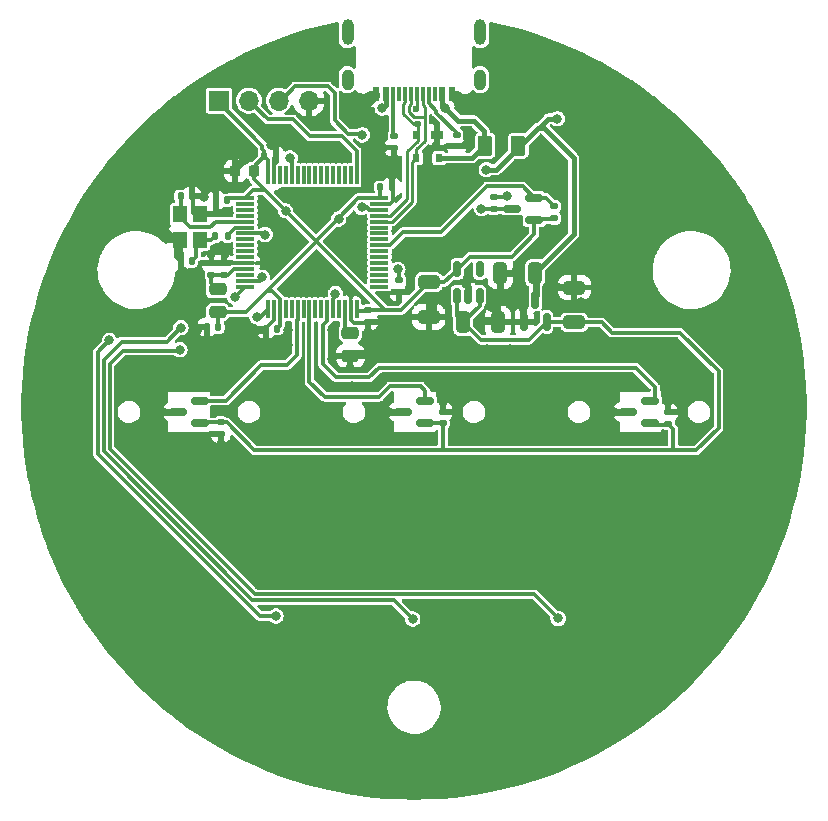
<source format=gbr>
%TF.GenerationSoftware,KiCad,Pcbnew,(7.0.0-0)*%
%TF.CreationDate,2023-04-23T03:59:43-05:00*%
%TF.ProjectId,RP2040_minimal,52503230-3430-45f6-9d69-6e696d616c2e,REV1*%
%TF.SameCoordinates,Original*%
%TF.FileFunction,Copper,L1,Top*%
%TF.FilePolarity,Positive*%
%FSLAX46Y46*%
G04 Gerber Fmt 4.6, Leading zero omitted, Abs format (unit mm)*
G04 Created by KiCad (PCBNEW (7.0.0-0)) date 2023-04-23 03:59:43*
%MOMM*%
%LPD*%
G01*
G04 APERTURE LIST*
G04 Aperture macros list*
%AMRoundRect*
0 Rectangle with rounded corners*
0 $1 Rounding radius*
0 $2 $3 $4 $5 $6 $7 $8 $9 X,Y pos of 4 corners*
0 Add a 4 corners polygon primitive as box body*
4,1,4,$2,$3,$4,$5,$6,$7,$8,$9,$2,$3,0*
0 Add four circle primitives for the rounded corners*
1,1,$1+$1,$2,$3*
1,1,$1+$1,$4,$5*
1,1,$1+$1,$6,$7*
1,1,$1+$1,$8,$9*
0 Add four rect primitives between the rounded corners*
20,1,$1+$1,$2,$3,$4,$5,0*
20,1,$1+$1,$4,$5,$6,$7,0*
20,1,$1+$1,$6,$7,$8,$9,0*
20,1,$1+$1,$8,$9,$2,$3,0*%
G04 Aperture macros list end*
%TA.AperFunction,SMDPad,CuDef*%
%ADD10RoundRect,0.250000X0.475000X-0.250000X0.475000X0.250000X-0.475000X0.250000X-0.475000X-0.250000X0*%
%TD*%
%TA.AperFunction,SMDPad,CuDef*%
%ADD11RoundRect,0.225000X0.225000X0.250000X-0.225000X0.250000X-0.225000X-0.250000X0.225000X-0.250000X0*%
%TD*%
%TA.AperFunction,SMDPad,CuDef*%
%ADD12RoundRect,0.140000X0.140000X0.170000X-0.140000X0.170000X-0.140000X-0.170000X0.140000X-0.170000X0*%
%TD*%
%TA.AperFunction,SMDPad,CuDef*%
%ADD13RoundRect,0.135000X-0.185000X0.135000X-0.185000X-0.135000X0.185000X-0.135000X0.185000X0.135000X0*%
%TD*%
%TA.AperFunction,SMDPad,CuDef*%
%ADD14R,0.600000X1.150000*%
%TD*%
%TA.AperFunction,SMDPad,CuDef*%
%ADD15R,0.300000X1.150000*%
%TD*%
%TA.AperFunction,ComponentPad*%
%ADD16O,1.000000X1.800000*%
%TD*%
%TA.AperFunction,ComponentPad*%
%ADD17O,1.000000X2.200000*%
%TD*%
%TA.AperFunction,SMDPad,CuDef*%
%ADD18RoundRect,0.150000X0.587500X0.150000X-0.587500X0.150000X-0.587500X-0.150000X0.587500X-0.150000X0*%
%TD*%
%TA.AperFunction,SMDPad,CuDef*%
%ADD19RoundRect,0.150000X0.150000X-0.587500X0.150000X0.587500X-0.150000X0.587500X-0.150000X-0.587500X0*%
%TD*%
%TA.AperFunction,SMDPad,CuDef*%
%ADD20R,1.200000X1.400000*%
%TD*%
%TA.AperFunction,SMDPad,CuDef*%
%ADD21R,1.000000X0.700000*%
%TD*%
%TA.AperFunction,SMDPad,CuDef*%
%ADD22R,0.600000X0.700000*%
%TD*%
%TA.AperFunction,SMDPad,CuDef*%
%ADD23RoundRect,0.250000X-0.325000X-0.650000X0.325000X-0.650000X0.325000X0.650000X-0.325000X0.650000X0*%
%TD*%
%TA.AperFunction,SMDPad,CuDef*%
%ADD24RoundRect,0.140000X-0.170000X0.140000X-0.170000X-0.140000X0.170000X-0.140000X0.170000X0.140000X0*%
%TD*%
%TA.AperFunction,SMDPad,CuDef*%
%ADD25RoundRect,0.250000X0.325000X0.650000X-0.325000X0.650000X-0.325000X-0.650000X0.325000X-0.650000X0*%
%TD*%
%TA.AperFunction,SMDPad,CuDef*%
%ADD26RoundRect,0.140000X0.170000X-0.140000X0.170000X0.140000X-0.170000X0.140000X-0.170000X-0.140000X0*%
%TD*%
%TA.AperFunction,SMDPad,CuDef*%
%ADD27RoundRect,0.250000X-0.650000X0.325000X-0.650000X-0.325000X0.650000X-0.325000X0.650000X0.325000X0*%
%TD*%
%TA.AperFunction,SMDPad,CuDef*%
%ADD28RoundRect,0.140000X-0.140000X-0.170000X0.140000X-0.170000X0.140000X0.170000X-0.140000X0.170000X0*%
%TD*%
%TA.AperFunction,SMDPad,CuDef*%
%ADD29RoundRect,0.135000X0.135000X0.185000X-0.135000X0.185000X-0.135000X-0.185000X0.135000X-0.185000X0*%
%TD*%
%TA.AperFunction,SMDPad,CuDef*%
%ADD30RoundRect,0.135000X0.185000X-0.135000X0.185000X0.135000X-0.185000X0.135000X-0.185000X-0.135000X0*%
%TD*%
%TA.AperFunction,SMDPad,CuDef*%
%ADD31RoundRect,0.250000X0.650000X-0.325000X0.650000X0.325000X-0.650000X0.325000X-0.650000X-0.325000X0*%
%TD*%
%TA.AperFunction,SMDPad,CuDef*%
%ADD32RoundRect,0.075000X-0.700000X-0.075000X0.700000X-0.075000X0.700000X0.075000X-0.700000X0.075000X0*%
%TD*%
%TA.AperFunction,SMDPad,CuDef*%
%ADD33RoundRect,0.075000X-0.075000X-0.700000X0.075000X-0.700000X0.075000X0.700000X-0.075000X0.700000X0*%
%TD*%
%TA.AperFunction,ComponentPad*%
%ADD34R,1.700000X1.700000*%
%TD*%
%TA.AperFunction,ComponentPad*%
%ADD35O,1.700000X1.700000*%
%TD*%
%TA.AperFunction,SMDPad,CuDef*%
%ADD36RoundRect,0.250000X-0.375000X-0.625000X0.375000X-0.625000X0.375000X0.625000X-0.375000X0.625000X0*%
%TD*%
%TA.AperFunction,SMDPad,CuDef*%
%ADD37RoundRect,0.250000X-0.475000X0.250000X-0.475000X-0.250000X0.475000X-0.250000X0.475000X0.250000X0*%
%TD*%
%TA.AperFunction,SMDPad,CuDef*%
%ADD38RoundRect,0.150000X0.150000X-0.512500X0.150000X0.512500X-0.150000X0.512500X-0.150000X-0.512500X0*%
%TD*%
%TA.AperFunction,ViaPad*%
%ADD39C,0.800000*%
%TD*%
%TA.AperFunction,ViaPad*%
%ADD40C,0.600000*%
%TD*%
%TA.AperFunction,Conductor*%
%ADD41C,0.600000*%
%TD*%
%TA.AperFunction,Conductor*%
%ADD42C,0.300000*%
%TD*%
%TA.AperFunction,Conductor*%
%ADD43C,0.400000*%
%TD*%
%TA.AperFunction,Conductor*%
%ADD44C,0.250000*%
%TD*%
G04 APERTURE END LIST*
D10*
%TO.P,FB1,1*%
%TO.N,VDD*%
X-16630000Y8460000D03*
%TO.P,FB1,2*%
%TO.N,VDDA*%
X-16630000Y10360000D03*
%TD*%
D11*
%TO.P,C1,1*%
%TO.N,VDD*%
X-13575000Y20400000D03*
%TO.P,C1,2*%
%TO.N,GND*%
X-15125000Y20400000D03*
%TD*%
D12*
%TO.P,C12,1*%
%TO.N,VDD*%
X-16570000Y7175000D03*
%TO.P,C12,2*%
%TO.N,GND*%
X-17530000Y7175000D03*
%TD*%
D13*
%TO.P,R6,1*%
%TO.N,LED_D*%
X11877500Y17395000D03*
%TO.P,R6,2*%
%TO.N,VDD*%
X11877500Y16375000D03*
%TD*%
D14*
%TO.P,P1,A1,GND*%
%TO.N,GND*%
X3199999Y26894999D03*
%TO.P,P1,A4,VBUS*%
%TO.N,VBUS*%
X2399999Y26894999D03*
D15*
%TO.P,P1,A5,CC1*%
%TO.N,Net-(P1-CC1)*%
X1249999Y26894999D03*
%TO.P,P1,A6,D+*%
%TO.N,USB_D+*%
X249999Y26894999D03*
%TO.P,P1,A7,D-*%
%TO.N,USB_D-*%
X-249999Y26894999D03*
%TO.P,P1,A8,SBU1*%
%TO.N,unconnected-(P1-SBU1-PadA8)*%
X-1249999Y26894999D03*
D14*
%TO.P,P1,A9,VBUS*%
%TO.N,VBUS*%
X-2399999Y26894999D03*
%TO.P,P1,A12,GND*%
%TO.N,GND*%
X-3199999Y26894999D03*
%TO.P,P1,B1,GND*%
X-3199999Y26894999D03*
%TO.P,P1,B4,VBUS*%
%TO.N,VBUS*%
X-2399999Y26894999D03*
D15*
%TO.P,P1,B5,CC2*%
%TO.N,Net-(P1-CC2)*%
X-1749999Y26894999D03*
%TO.P,P1,B6,D+*%
%TO.N,USB_D+*%
X-749999Y26894999D03*
%TO.P,P1,B7,D-*%
%TO.N,USB_D-*%
X749999Y26894999D03*
%TO.P,P1,B8,SBU2*%
%TO.N,unconnected-(P1-SBU2-PadB8)*%
X1749999Y26894999D03*
D14*
%TO.P,P1,B9,VBUS*%
%TO.N,VBUS*%
X2399999Y26894999D03*
%TO.P,P1,B12,GND*%
%TO.N,GND*%
X3199999Y26894999D03*
D16*
%TO.P,P1,S1,SHIELD*%
%TO.N,unconnected-(P1-SHIELD-PadS1)*%
X5619999Y28119999D03*
D17*
X5619999Y32119999D03*
D16*
X-5619999Y28119999D03*
D17*
X-5619999Y32119999D03*
%TD*%
D12*
%TO.P,C5,1*%
%TO.N,VDD*%
X-11580000Y7040000D03*
%TO.P,C5,2*%
%TO.N,GND*%
X-12540000Y7040000D03*
%TD*%
D18*
%TO.P,U5,1,VCC*%
%TO.N,+4V4*%
X19987500Y-950000D03*
%TO.P,U5,2,VOUT*%
%TO.N,ADC_IN3*%
X19987500Y950000D03*
%TO.P,U5,3,GND*%
%TO.N,GND*%
X18112500Y0D03*
%TD*%
D19*
%TO.P,U1,1,GND*%
%TO.N,GND*%
X9325000Y7612500D03*
%TO.P,U1,2,VO*%
%TO.N,+4V4*%
X11225000Y7612500D03*
%TO.P,U1,3,VI*%
%TO.N,+5V*%
X10275000Y9487500D03*
%TD*%
D20*
%TO.P,Y1,1,1*%
%TO.N,OSC_IN*%
X-19818092Y16729999D03*
%TO.P,Y1,2,2*%
%TO.N,GND*%
X-19818092Y14529999D03*
%TO.P,Y1,3,3*%
%TO.N,Net-(C19-Pad1)*%
X-18118092Y14529999D03*
%TO.P,Y1,4,4*%
%TO.N,GND*%
X-18118092Y16729999D03*
%TD*%
D21*
%TO.P,U3,1,GND*%
%TO.N,GND*%
X1909999Y23479999D03*
D22*
%TO.P,U3,2,I/O1*%
%TO.N,USB_D+*%
X209999Y23479999D03*
%TO.P,U3,3,I/O2*%
%TO.N,USB_D-*%
X209999Y21479999D03*
%TO.P,U3,4,VCC*%
%TO.N,VBUS*%
X2109999Y21479999D03*
%TD*%
D23*
%TO.P,C9,1*%
%TO.N,+4V4*%
X4165000Y7587500D03*
%TO.P,C9,2*%
%TO.N,GND*%
X7115000Y7587500D03*
%TD*%
D12*
%TO.P,C2,1*%
%TO.N,VDD*%
X-15810000Y17900000D03*
%TO.P,C2,2*%
%TO.N,GND*%
X-16770000Y17900000D03*
%TD*%
D24*
%TO.P,R1,1*%
%TO.N,Net-(P1-CC1)*%
X3602500Y23480000D03*
%TO.P,R1,2*%
%TO.N,GND*%
X3602500Y22520000D03*
%TD*%
D25*
%TO.P,C7,1*%
%TO.N,+5V*%
X10260000Y11777500D03*
%TO.P,C7,2*%
%TO.N,GND*%
X7310000Y11777500D03*
%TD*%
D26*
%TO.P,C15,1*%
%TO.N,GND*%
X-16370000Y-1860000D03*
%TO.P,C15,2*%
%TO.N,+4V4*%
X-16370000Y-900000D03*
%TD*%
%TO.P,C14,1*%
%TO.N,VDDA*%
X-16070000Y11610000D03*
%TO.P,C14,2*%
%TO.N,GND*%
X-16070000Y12570000D03*
%TD*%
D27*
%TO.P,C10,1*%
%TO.N,VDD*%
X1247813Y10981187D03*
%TO.P,C10,2*%
%TO.N,GND*%
X1247813Y8031187D03*
%TD*%
D28*
%TO.P,C3,1*%
%TO.N,VDD*%
X-12675000Y21630000D03*
%TO.P,C3,2*%
%TO.N,GND*%
X-11715000Y21630000D03*
%TD*%
D29*
%TO.P,R3,1*%
%TO.N,OSC_OUT*%
X-15790000Y14890000D03*
%TO.P,R3,2*%
%TO.N,Net-(C19-Pad1)*%
X-16810000Y14890000D03*
%TD*%
D30*
%TO.P,R7,1*%
%TO.N,Net-(D4-DIN)*%
X6750000Y17190000D03*
%TO.P,R7,2*%
%TO.N,+5V*%
X6750000Y18210000D03*
%TD*%
D18*
%TO.P,U4,1,VCC*%
%TO.N,+4V4*%
X937500Y-950000D03*
%TO.P,U4,2,VOUT*%
%TO.N,ADC_IN2*%
X937500Y950000D03*
%TO.P,U4,3,GND*%
%TO.N,GND*%
X-937500Y0D03*
%TD*%
D28*
%TO.P,C6,1*%
%TO.N,VDD*%
X-2850000Y19020000D03*
%TO.P,C6,2*%
%TO.N,GND*%
X-1890000Y19020000D03*
%TD*%
D24*
%TO.P,C17,1*%
%TO.N,GND*%
X2450000Y10000D03*
%TO.P,C17,2*%
%TO.N,+4V4*%
X2450000Y-950000D03*
%TD*%
D31*
%TO.P,C8,1*%
%TO.N,+4V4*%
X13570000Y7575000D03*
%TO.P,C8,2*%
%TO.N,GND*%
X13570000Y10525000D03*
%TD*%
D18*
%TO.P,U6,1,VCC*%
%TO.N,+4V4*%
X-18112500Y-950000D03*
%TO.P,U6,2,VOUT*%
%TO.N,ADC_IN1*%
X-18112500Y950000D03*
%TO.P,U6,3,GND*%
%TO.N,GND*%
X-19987500Y0D03*
%TD*%
D24*
%TO.P,R2,1*%
%TO.N,Net-(P1-CC2)*%
X-1680000Y23340000D03*
%TO.P,R2,2*%
%TO.N,GND*%
X-1680000Y22380000D03*
%TD*%
D30*
%TO.P,R5,1*%
%TO.N,GND*%
X-1250000Y10130000D03*
%TO.P,R5,2*%
%TO.N,BOOT1*%
X-1250000Y11150000D03*
%TD*%
D26*
%TO.P,C13,1*%
%TO.N,VDDA*%
X-17150000Y11620000D03*
%TO.P,C13,2*%
%TO.N,GND*%
X-17150000Y12580000D03*
%TD*%
D24*
%TO.P,C16,1*%
%TO.N,GND*%
X21520000Y-50000D03*
%TO.P,C16,2*%
%TO.N,+4V4*%
X21520000Y-1010000D03*
%TD*%
D12*
%TO.P,C19,1*%
%TO.N,Net-(C19-Pad1)*%
X-18800365Y12771742D03*
%TO.P,C19,2*%
%TO.N,GND*%
X-19760365Y12771742D03*
%TD*%
D24*
%TO.P,C4,1*%
%TO.N,VDD*%
X-3890000Y8591041D03*
%TO.P,C4,2*%
%TO.N,GND*%
X-3890000Y7631041D03*
%TD*%
D18*
%TO.P,Q1,1,G*%
%TO.N,VDD*%
X10175000Y16225000D03*
%TO.P,Q1,2,S*%
%TO.N,LED_D*%
X10175000Y18125000D03*
%TO.P,Q1,3,D*%
%TO.N,Net-(D4-DIN)*%
X8300000Y17175000D03*
%TD*%
D28*
%TO.P,C18,1*%
%TO.N,OSC_IN*%
X-19765365Y18251742D03*
%TO.P,C18,2*%
%TO.N,GND*%
X-18805365Y18251742D03*
%TD*%
D32*
%TO.P,U7,1,VBAT*%
%TO.N,VDD*%
X-14275000Y18100000D03*
%TO.P,U7,2,PC13*%
%TO.N,unconnected-(U7-PC13-Pad2)*%
X-14275000Y17600000D03*
%TO.P,U7,3,PC14*%
%TO.N,unconnected-(U7-PC14-Pad3)*%
X-14275000Y17100000D03*
%TO.P,U7,4,PC15*%
%TO.N,unconnected-(U7-PC15-Pad4)*%
X-14275000Y16600000D03*
%TO.P,U7,5,PH0*%
%TO.N,OSC_IN*%
X-14275000Y16100000D03*
%TO.P,U7,6,PH1*%
%TO.N,OSC_OUT*%
X-14275000Y15600000D03*
%TO.P,U7,7,NRST*%
%TO.N,NRST*%
X-14275000Y15100000D03*
%TO.P,U7,8,PC0*%
%TO.N,unconnected-(U7-PC0-Pad8)*%
X-14275000Y14600000D03*
%TO.P,U7,9,PC1*%
%TO.N,unconnected-(U7-PC1-Pad9)*%
X-14275000Y14100000D03*
%TO.P,U7,10,PC2*%
%TO.N,unconnected-(U7-PC2-Pad10)*%
X-14275000Y13600000D03*
%TO.P,U7,11,PC3*%
%TO.N,unconnected-(U7-PC3-Pad11)*%
X-14275000Y13100000D03*
%TO.P,U7,12,VSSA*%
%TO.N,GND*%
X-14275000Y12600000D03*
%TO.P,U7,13,VREF+*%
%TO.N,VDDA*%
X-14275000Y12100000D03*
%TO.P,U7,14,PA0*%
%TO.N,unconnected-(U7-PA0-Pad14)*%
X-14275000Y11600000D03*
%TO.P,U7,15,PA1*%
%TO.N,BUTT0*%
X-14275000Y11100000D03*
%TO.P,U7,16,PA2*%
%TO.N,BUTT1*%
X-14275000Y10600000D03*
D33*
%TO.P,U7,17,PA3*%
%TO.N,BUTT2*%
X-12350000Y8675000D03*
%TO.P,U7,18,VSS*%
%TO.N,GND*%
X-11850000Y8675000D03*
%TO.P,U7,19,VDD*%
%TO.N,VDD*%
X-11350000Y8675000D03*
%TO.P,U7,20,PA4*%
%TO.N,unconnected-(U7-PA4-Pad20)*%
X-10850000Y8675000D03*
%TO.P,U7,21,PA5*%
%TO.N,unconnected-(U7-PA5-Pad21)*%
X-10350000Y8675000D03*
%TO.P,U7,22,PA6*%
%TO.N,ADC_IN1*%
X-9850000Y8675000D03*
%TO.P,U7,23,PA7*%
%TO.N,unconnected-(U7-PA7-Pad23)*%
X-9350000Y8675000D03*
%TO.P,U7,24,PC4*%
%TO.N,ADC_IN2*%
X-8850000Y8675000D03*
%TO.P,U7,25,PC5*%
%TO.N,unconnected-(U7-PC5-Pad25)*%
X-8350000Y8675000D03*
%TO.P,U7,26,PB0*%
%TO.N,unconnected-(U7-PB0-Pad26)*%
X-7850000Y8675000D03*
%TO.P,U7,27,PB1*%
%TO.N,ADC_IN3*%
X-7350000Y8675000D03*
%TO.P,U7,28,PB2*%
%TO.N,BOOT1*%
X-6850000Y8675000D03*
%TO.P,U7,29,PB10*%
%TO.N,unconnected-(U7-PB10-Pad29)*%
X-6350000Y8675000D03*
%TO.P,U7,30,VCAP1*%
%TO.N,Net-(U7-VCAP1)*%
X-5850000Y8675000D03*
%TO.P,U7,31,VSS*%
%TO.N,GND*%
X-5350000Y8675000D03*
%TO.P,U7,32,VDD*%
%TO.N,VDD*%
X-4850000Y8675000D03*
D32*
%TO.P,U7,33,PB12*%
%TO.N,unconnected-(U7-PB12-Pad33)*%
X-2925000Y10600000D03*
%TO.P,U7,34,PB13*%
%TO.N,unconnected-(U7-PB13-Pad34)*%
X-2925000Y11100000D03*
%TO.P,U7,35,PB14*%
%TO.N,unconnected-(U7-PB14-Pad35)*%
X-2925000Y11600000D03*
%TO.P,U7,36,PB15*%
%TO.N,unconnected-(U7-PB15-Pad36)*%
X-2925000Y12100000D03*
%TO.P,U7,37,PC6*%
%TO.N,unconnected-(U7-PC6-Pad37)*%
X-2925000Y12600000D03*
%TO.P,U7,38,PC7*%
%TO.N,unconnected-(U7-PC7-Pad38)*%
X-2925000Y13100000D03*
%TO.P,U7,39,PC8*%
%TO.N,unconnected-(U7-PC8-Pad39)*%
X-2925000Y13600000D03*
%TO.P,U7,40,PC9*%
%TO.N,LED_D*%
X-2925000Y14100000D03*
%TO.P,U7,41,PA8*%
%TO.N,unconnected-(U7-PA8-Pad41)*%
X-2925000Y14600000D03*
%TO.P,U7,42,PA9*%
%TO.N,unconnected-(U7-PA9-Pad42)*%
X-2925000Y15100000D03*
%TO.P,U7,43,PA10*%
%TO.N,unconnected-(U7-PA10-Pad43)*%
X-2925000Y15600000D03*
%TO.P,U7,44,PA11*%
%TO.N,USB_D-*%
X-2925000Y16100000D03*
%TO.P,U7,45,PA12*%
%TO.N,USB_D+*%
X-2925000Y16600000D03*
%TO.P,U7,46,PA13*%
%TO.N,SWDIO*%
X-2925000Y17100000D03*
%TO.P,U7,47,VSS*%
%TO.N,GND*%
X-2925000Y17600000D03*
%TO.P,U7,48,VDD*%
%TO.N,VDD*%
X-2925000Y18100000D03*
D33*
%TO.P,U7,49,PA14*%
%TO.N,SWCLK*%
X-4850000Y20025000D03*
%TO.P,U7,50,PA15*%
%TO.N,unconnected-(U7-PA15-Pad50)*%
X-5350000Y20025000D03*
%TO.P,U7,51,PC10*%
%TO.N,unconnected-(U7-PC10-Pad51)*%
X-5850000Y20025000D03*
%TO.P,U7,52,PC11*%
%TO.N,unconnected-(U7-PC11-Pad52)*%
X-6350000Y20025000D03*
%TO.P,U7,53,PC12*%
%TO.N,unconnected-(U7-PC12-Pad53)*%
X-6850000Y20025000D03*
%TO.P,U7,54,PD2*%
%TO.N,unconnected-(U7-PD2-Pad54)*%
X-7350000Y20025000D03*
%TO.P,U7,55,PB3*%
%TO.N,SWO*%
X-7850000Y20025000D03*
%TO.P,U7,56,PB4*%
%TO.N,unconnected-(U7-PB4-Pad56)*%
X-8350000Y20025000D03*
%TO.P,U7,57,PB5*%
%TO.N,unconnected-(U7-PB5-Pad57)*%
X-8850000Y20025000D03*
%TO.P,U7,58,PB6*%
%TO.N,unconnected-(U7-PB6-Pad58)*%
X-9350000Y20025000D03*
%TO.P,U7,59,PB7*%
%TO.N,unconnected-(U7-PB7-Pad59)*%
X-9850000Y20025000D03*
%TO.P,U7,60,BOOT0*%
%TO.N,BOOT0*%
X-10350000Y20025000D03*
%TO.P,U7,61,PB8*%
%TO.N,unconnected-(U7-PB8-Pad61)*%
X-10850000Y20025000D03*
%TO.P,U7,62,PB9*%
%TO.N,unconnected-(U7-PB9-Pad62)*%
X-11350000Y20025000D03*
%TO.P,U7,63,VSS*%
%TO.N,GND*%
X-11850000Y20025000D03*
%TO.P,U7,64,VDD*%
%TO.N,VDD*%
X-12350000Y20025000D03*
%TD*%
D34*
%TO.P,J1,1,Pin_1*%
%TO.N,VDD*%
X-16529999Y26349999D03*
D35*
%TO.P,J1,2,Pin_2*%
%TO.N,SWCLK*%
X-13989999Y26349999D03*
%TO.P,J1,3,Pin_3*%
%TO.N,SWDIO*%
X-11449999Y26349999D03*
%TO.P,J1,4,Pin_4*%
%TO.N,GND*%
X-8909999Y26349999D03*
%TD*%
D36*
%TO.P,F1,1*%
%TO.N,VBUS*%
X6020000Y22520000D03*
%TO.P,F1,2*%
%TO.N,+5V*%
X8820000Y22520000D03*
%TD*%
D37*
%TO.P,C20,1*%
%TO.N,Net-(U7-VCAP1)*%
X-5390000Y6660000D03*
%TO.P,C20,2*%
%TO.N,GND*%
X-5390000Y4760000D03*
%TD*%
D38*
%TO.P,U2,1,VIN*%
%TO.N,+4V4*%
X3650000Y9832500D03*
%TO.P,U2,2,GND*%
%TO.N,GND*%
X4600000Y9832500D03*
%TO.P,U2,3,EN*%
%TO.N,+4V4*%
X5550000Y9832500D03*
%TO.P,U2,4,NC*%
%TO.N,unconnected-(U2-NC-Pad4)*%
X5550000Y12107500D03*
%TO.P,U2,5,VOUT*%
%TO.N,VDD*%
X3650000Y12107500D03*
%TD*%
D39*
%TO.N,GND*%
X8166000Y5294000D03*
X2166000Y-18706000D03*
X-19834000Y-24706000D03*
X-7834000Y-20706000D03*
X-27834000Y-12706000D03*
X-9834000Y-6706000D03*
X-16040000Y13390000D03*
X-17834000Y3294000D03*
X-3860000Y4840000D03*
X-11140000Y13440000D03*
X12166000Y-706000D03*
X14166000Y23294000D03*
X-11470000Y4950000D03*
X-1834000Y-30706000D03*
X-7834000Y-24706000D03*
X18166000Y9294000D03*
X30166000Y3294000D03*
X16166000Y-16706000D03*
X30166000Y1294000D03*
X6527500Y8897500D03*
X6166000Y5294000D03*
X-4120000Y25800000D03*
X-3270000Y24340000D03*
X12166000Y-14706000D03*
X-4100000Y2110000D03*
X-11834000Y-12706000D03*
X-2110000Y0D03*
X-27834000Y11294000D03*
X-17768093Y18220000D03*
X166000Y5294000D03*
X-23834000Y-2706000D03*
X30166000Y-10706000D03*
X14166000Y-24706000D03*
X166000Y-12706000D03*
X8166000Y-706000D03*
X-12100000Y22575000D03*
X7265000Y9987500D03*
X-11834000Y29294000D03*
X-10659500Y6950000D03*
X-9834000Y1294000D03*
X10166000Y-6706000D03*
X-21834000Y-22706000D03*
X-21834000Y-2706000D03*
X14166000Y-28706000D03*
X20166000Y5294000D03*
X-9834000Y31294000D03*
X20166000Y-4706000D03*
X22166000Y3294000D03*
X24166000Y3294000D03*
X2450000Y860000D03*
X-3834000Y-30706000D03*
X14166000Y5294000D03*
X-9980000Y18160000D03*
X-530000Y2940000D03*
X-13834000Y-12706000D03*
X4166000Y-18706000D03*
X-21328093Y15340000D03*
X6166000Y-4706000D03*
X12166000Y29294000D03*
X-4900000Y15880000D03*
X12166000Y27294000D03*
X-3834000Y-12706000D03*
X24166000Y-20706000D03*
X-1830000Y19950000D03*
X-4100000Y3669500D03*
X-16860000Y18830000D03*
X166000Y-6706000D03*
X24166000Y21294000D03*
X-14480000Y21270000D03*
X-11834000Y-24706000D03*
X-31834000Y-4706000D03*
X18166000Y-12706000D03*
X-23834000Y3294000D03*
X-9834000Y-4706000D03*
X2166000Y5294000D03*
X-19834000Y9294000D03*
X30166000Y9294000D03*
X4166000Y5294000D03*
X-16330000Y-2730000D03*
X8166000Y27294000D03*
X12166000Y-28706000D03*
X10166000Y21294000D03*
X1575000Y9125000D03*
X5690000Y7862500D03*
X-17834000Y-18706000D03*
X-2850000Y20930000D03*
X-1810000Y2910000D03*
X-7834000Y-30706000D03*
X-7834000Y-8706000D03*
X-11910000Y-20660000D03*
X30166000Y-8706000D03*
X18166000Y5294000D03*
X-27834000Y-2706000D03*
X4395531Y10800076D03*
X9225000Y8750000D03*
X6166000Y-30706000D03*
X-10700000Y5660000D03*
X-9834000Y-8706000D03*
X8166000Y-30706000D03*
X22166000Y5294000D03*
X-27834000Y-4706000D03*
X-15834000Y-18706000D03*
X-6760000Y22410000D03*
X-25834000Y19294000D03*
X14166000Y-14706000D03*
X10166000Y-18706000D03*
X780000Y2990000D03*
X12166000Y-12706000D03*
X8166000Y-12706000D03*
X18166000Y15294000D03*
X32166000Y3294000D03*
X-27834000Y5294000D03*
X-15834000Y-26706000D03*
X12142500Y10540000D03*
X-10100000Y13860000D03*
X-23834000Y-8706000D03*
X22166000Y-10706000D03*
X4489898Y26525534D03*
X8166000Y-18706000D03*
X14166000Y-12706000D03*
X26166000Y5294000D03*
X20166000Y25294000D03*
X-4520741Y26532318D03*
X24166000Y-8706000D03*
X-21834000Y7294000D03*
X8166000Y15294000D03*
X2166000Y-28706000D03*
X28166000Y-12706000D03*
X22166000Y21294000D03*
X-17834000Y-24706000D03*
X-13834000Y-6706000D03*
X-31834000Y-2706000D03*
X10166000Y-4706000D03*
X18166000Y11294000D03*
X26166000Y-18706000D03*
X-7834000Y29294000D03*
X-27834000Y7294000D03*
X16970000Y0D03*
X-1834000Y5294000D03*
X-11834000Y-706000D03*
X-27834000Y-10706000D03*
X4394000Y19990000D03*
X18166000Y-6706000D03*
X8166000Y29294000D03*
X30166000Y11294000D03*
X-11834000Y1294000D03*
X30166000Y-4706000D03*
X28166000Y-14706000D03*
X-7834000Y-12706000D03*
X-13390000Y6810000D03*
X-7834000Y-4706000D03*
X16166000Y15294000D03*
X16166000Y-20706000D03*
X8600000Y11925000D03*
X-13834000Y-4706000D03*
X-11834000Y-4706000D03*
X10166000Y-706000D03*
X8166000Y-4706000D03*
X-23834000Y-20706000D03*
X8166000Y1294000D03*
X4040000Y-7140000D03*
X24166000Y7294000D03*
X0Y-20600000D03*
X-5340000Y13630000D03*
X14166000Y-6706000D03*
X21530000Y810000D03*
X-9000000Y17150000D03*
X26166000Y-2706000D03*
X-12730000Y16140000D03*
X1900000Y22510000D03*
X-7834000Y-18706000D03*
X-27834000Y1294000D03*
X-21834000Y-20706000D03*
X-19834000Y-4706000D03*
X-2613000Y22333000D03*
X30166000Y-6706000D03*
X-12700000Y4880000D03*
X32166000Y1294000D03*
X-1650000Y21370000D03*
X14166000Y-22706000D03*
X10166000Y5294000D03*
X-7834000Y-28706000D03*
X-7834000Y-706000D03*
X-13834000Y-8706000D03*
X10166000Y29294000D03*
X-9834000Y-18706000D03*
X-6970000Y4490000D03*
X26166000Y-12706000D03*
X11760000Y-23190000D03*
X-6865000Y-23165000D03*
X20166000Y-24706000D03*
X-19834000Y3294000D03*
X-31834000Y5294000D03*
X-15055000Y-7175000D03*
X8166000Y31294000D03*
X18166000Y13294000D03*
X26085000Y-16545000D03*
X-18380000Y6870000D03*
X28166000Y-10706000D03*
X16166000Y-18706000D03*
X-375000Y10600000D03*
X4166000Y-12706000D03*
X2166000Y-30706000D03*
X-11000000Y23450000D03*
X-4970000Y24970000D03*
X-9834000Y29294000D03*
X-9834000Y-22706000D03*
X-6900000Y5710000D03*
X-23834000Y21294000D03*
X-17150000Y13360000D03*
X-21834000Y3294000D03*
X16166000Y13294000D03*
X4166000Y-16706000D03*
X14166000Y27294000D03*
X166000Y-28706000D03*
X-9834000Y3294000D03*
X20166000Y-12706000D03*
X-3834000Y-18706000D03*
X32166000Y-706000D03*
X-29834000Y-10706000D03*
X-11440000Y15860000D03*
X-1834000Y-28706000D03*
X16166000Y9294000D03*
X26166000Y7294000D03*
X30166000Y5294000D03*
X3800000Y25970000D03*
X20166000Y-10706000D03*
X-11834000Y-28706000D03*
X12166000Y1294000D03*
X10166000Y1294000D03*
X6166000Y-8706000D03*
X-9834000Y-12706000D03*
X-17834000Y-2706000D03*
X-5290000Y2170000D03*
X26166000Y-6706000D03*
X-29834000Y-8706000D03*
X20166000Y15294000D03*
X-19834000Y-22706000D03*
X-5834000Y-4706000D03*
X16166000Y-14706000D03*
X12166000Y-24706000D03*
X8166000Y-24706000D03*
X16166000Y11294000D03*
X10166000Y27294000D03*
X5950000Y26300000D03*
X-11834000Y-8706000D03*
X-8970000Y24540000D03*
X-27834000Y-706000D03*
X-1834000Y7294000D03*
X16166000Y5294000D03*
X-11834000Y-6706000D03*
X30166000Y-706000D03*
X16166000Y27294000D03*
X12166000Y-6706000D03*
X32166000Y-2706000D03*
X-3910000Y6741041D03*
X14166000Y9294000D03*
X-9834000Y-706000D03*
X-21834000Y17294000D03*
X6166000Y-6706000D03*
X16166000Y25294000D03*
X4166000Y-8706000D03*
X-13834000Y-22706000D03*
X-7834000Y31294000D03*
X-25834000Y-12706000D03*
X-1834000Y-18706000D03*
X-31834000Y3294000D03*
X166000Y-4706000D03*
X-13834000Y-18706000D03*
X22166000Y-22706000D03*
X-31834000Y-706000D03*
X6166000Y-22706000D03*
X-9270000Y11570000D03*
X8166000Y-8706000D03*
X-13834000Y-28706000D03*
X-11834000Y-22706000D03*
X30166000Y7294000D03*
X12166000Y-8706000D03*
X14166000Y29294000D03*
X-1834000Y-12706000D03*
X-27834000Y3294000D03*
X18166000Y-20706000D03*
X-15925000Y25000D03*
X-7850000Y2875000D03*
X166000Y13294000D03*
X-7890000Y18370000D03*
X10166000Y-8706000D03*
X14166000Y13294000D03*
X-6920000Y2170000D03*
X8166000Y-6706000D03*
X14166000Y-18706000D03*
X18166000Y-18706000D03*
X-27834000Y9294000D03*
X-23834000Y7294000D03*
X20166000Y9294000D03*
X10166000Y-12706000D03*
X18166000Y25294000D03*
X26166000Y19294000D03*
X-17225000Y23865000D03*
X12166000Y-4706000D03*
X4570000Y23140000D03*
X-21220000Y-10000D03*
X-7700000Y11600000D03*
X8166000Y25294000D03*
X-2840000Y2580000D03*
X-19550000Y11890000D03*
X18600000Y20890000D03*
X30166000Y-2706000D03*
X-5330000Y10100000D03*
X-4370000Y11730000D03*
X2166000Y-12706000D03*
X-8340000Y12860000D03*
X166000Y-30706000D03*
X2166000Y19294000D03*
X-7834000Y-6706000D03*
X12166000Y5294000D03*
X-19834000Y25294000D03*
X-8230000Y21850000D03*
X-19834000Y-6706000D03*
X12220000Y-20610000D03*
X4166000Y-30706000D03*
X-5834000Y-30706000D03*
X-27834000Y-14706000D03*
X-16900000Y-15400000D03*
X-31834000Y1294000D03*
X-14490000Y4120000D03*
X20166000Y23294000D03*
X14166000Y-4706000D03*
X-19834000Y-2706000D03*
X-13834000Y29294000D03*
X-5410000Y3669500D03*
X-21230000Y19040000D03*
X20166000Y21294000D03*
X-21834000Y23294000D03*
X-5834000Y-6706000D03*
X16166000Y-22706000D03*
X23080000Y-7140000D03*
X16166000Y-12706000D03*
X-6970000Y6910000D03*
X22166000Y23294000D03*
%TO.N,VBUS*%
X2650000Y25750000D03*
X-2690000Y25720000D03*
%TO.N,BUTT0*%
X-11695000Y-17285000D03*
X-25790000Y6050000D03*
X-12850000Y11390000D03*
%TO.N,+5V*%
X12120000Y24810000D03*
X6120000Y20500000D03*
X7875000Y18250000D03*
D40*
%TO.N,USB_D+*%
X210000Y25640000D03*
X303779Y24365500D03*
D39*
%TO.N,BOOT0*%
X-10491280Y21496104D03*
%TO.N,BUTT1*%
X-15190000Y9720000D03*
X-110000Y-17540000D03*
X-19730000Y7120000D03*
%TO.N,BUTT2*%
X-19830000Y5260500D03*
X-13310000Y8070000D03*
X12202500Y-17490000D03*
%TO.N,NRST*%
X-12610000Y15010000D03*
%TO.N,BOOT1*%
X-1370000Y12060000D03*
X-6659851Y10007294D03*
%TO.N,Net-(D4-DIN)*%
X5704977Y17195023D03*
%TO.N,VDD*%
X-10880000Y17020000D03*
X-6380000Y16340000D03*
%TO.N,SWDIO*%
X-4370000Y23450000D03*
X-4430000Y17310000D03*
%TD*%
D41*
%TO.N,GND*%
X17624000Y0D02*
X16970000Y0D01*
D42*
%TO.N,+4V4*%
X21940000Y-3260000D02*
X21940000Y-1430000D01*
X21940000Y-1430000D02*
X21520000Y-1010000D01*
%TO.N,GND*%
X-3860000Y4840000D02*
X-4238959Y4840000D01*
X-16330000Y-2730000D02*
X-16330000Y-1884954D01*
D41*
X7265000Y9987500D02*
X7255000Y10115000D01*
X9225000Y7712500D02*
X9325000Y7612500D01*
D42*
X-20120365Y14531742D02*
X-20120365Y13131742D01*
X-17768093Y18220000D02*
X-17799835Y18251742D01*
X-2610000Y22330000D02*
X-2613000Y22333000D01*
D41*
X-3200000Y26895000D02*
X-3652645Y26895000D01*
D42*
X-11850000Y8675000D02*
X-11850000Y7772965D01*
X-11850000Y7772965D02*
X-12540000Y7082965D01*
X-4520741Y26532318D02*
X-4235927Y26532318D01*
X-11645000Y21700000D02*
X-11715000Y21630000D01*
X-12100000Y22575000D02*
X-11645000Y22120000D01*
X-13310000Y6790000D02*
X-13290000Y6790000D01*
D41*
X4395531Y10800076D02*
X4600000Y10595607D01*
D42*
X-18075000Y7175000D02*
X-17530000Y7175000D01*
X-4238959Y4840000D02*
X-4390000Y4991041D01*
D41*
X-14480000Y21270000D02*
X-15185000Y20565000D01*
X12980000Y10540000D02*
X12142500Y10540000D01*
D42*
X-21260000Y30000D02*
X-21310000Y30000D01*
X3800000Y26050000D02*
X3720000Y26130000D01*
D43*
X1900000Y22510000D02*
X1900000Y23589954D01*
D41*
X3569466Y26525534D02*
X3200000Y26895000D01*
X1575000Y9125000D02*
X1575000Y8056187D01*
D42*
X-12790000Y6790000D02*
X-13270000Y6790000D01*
X-3890000Y6761041D02*
X-3910000Y6741041D01*
X-845000Y10130000D02*
X-375000Y10600000D01*
X-11645000Y22120000D02*
X-11645000Y21700000D01*
X4375000Y23105000D02*
X4570000Y23140000D01*
X-2530000Y22330000D02*
X-2533000Y22333000D01*
X-1830000Y19950000D02*
X-1830000Y18831041D01*
X-1681000Y22330000D02*
X-2610000Y22330000D01*
X-18739929Y18264068D02*
X-18739929Y16864068D01*
D41*
X-1316000Y0D02*
X-2344000Y0D01*
D42*
X-16040000Y13390000D02*
X-16090000Y13340000D01*
X-1830000Y18831041D02*
X-1810000Y18811041D01*
D41*
X-3200000Y26895000D02*
X-3200000Y26780000D01*
X9225000Y8750000D02*
X9225000Y7712500D01*
X-4046103Y26635883D02*
X-4149668Y26532318D01*
X-20426000Y-10000D02*
X-21454000Y-10000D01*
X7040000Y8385000D02*
X7040000Y7657500D01*
D42*
X-19550000Y11890000D02*
X-19760365Y12100365D01*
X-19550000Y11890000D02*
X-19609470Y11949470D01*
X-16770000Y18740000D02*
X-16770000Y17900000D01*
X-13270000Y6790000D02*
X-13390000Y6810000D01*
X-1810000Y18811041D02*
X-1810000Y18361041D01*
X-13390000Y6810000D02*
X-13310000Y6790000D01*
D41*
X7095000Y7485000D02*
X7075000Y7465000D01*
D42*
X-18380000Y6870000D02*
X-18075000Y7175000D01*
D41*
X8470000Y11795000D02*
X7245000Y11795000D01*
D42*
X-16090000Y13340000D02*
X-16090000Y12850000D01*
X-5350000Y7798959D02*
X-5101041Y7550000D01*
X-16860000Y18830000D02*
X-16770000Y18740000D01*
X-1800000Y17848959D02*
X-2048959Y17600000D01*
X21530000Y810000D02*
X21530000Y630000D01*
D41*
X3200000Y26650000D02*
X3800000Y26050000D01*
X5765000Y7787500D02*
X6740000Y7787500D01*
D42*
X-1250000Y10130000D02*
X-845000Y10130000D01*
X-19609470Y11949470D02*
X-19778093Y11949470D01*
D41*
X-21328093Y15340000D02*
X-21028623Y15340000D01*
X13017500Y10502500D02*
X12980000Y10540000D01*
X-5450000Y4981041D02*
X-4001041Y4981041D01*
X-4180000Y25800000D02*
X-4100000Y25880000D01*
D42*
X21520000Y-50000D02*
X21520000Y620000D01*
X3200000Y26895000D02*
X3200000Y26650000D01*
X-12540000Y7040000D02*
X-12790000Y6790000D01*
D41*
X-4149668Y26532318D02*
X-4520741Y26532318D01*
D42*
X3602500Y22520000D02*
X3950000Y22520000D01*
D43*
X1900000Y23589954D02*
X1985023Y23674977D01*
D42*
X-1800000Y18351041D02*
X-1800000Y17848959D01*
X-11850000Y20025000D02*
X-11850000Y21495000D01*
D41*
X-3200000Y26780000D02*
X-4120000Y25860000D01*
D42*
X-2048959Y17600000D02*
X-2925000Y17600000D01*
D41*
X6527500Y8897500D02*
X7040000Y8385000D01*
D42*
X-17799835Y18251742D02*
X-18805365Y18251742D01*
X-3890000Y7631041D02*
X-3890000Y6761041D01*
D41*
X-4001041Y4981041D02*
X-3860000Y4840000D01*
D42*
X-14275000Y12600000D02*
X-15925000Y12600000D01*
X-11850000Y21495000D02*
X-11715000Y21630000D01*
X3800000Y25970000D02*
X3800000Y26050000D01*
D41*
X-3652645Y26895000D02*
X-3764667Y26782978D01*
X-21028623Y15340000D02*
X-20190365Y14501742D01*
X-3764667Y26782978D02*
X-4046103Y26635883D01*
X4600000Y10595607D02*
X4600000Y9832500D01*
D42*
X-12540000Y7082965D02*
X-12540000Y7040000D01*
D41*
X4489898Y26525534D02*
X3569466Y26525534D01*
X-4120000Y25860000D02*
X-4120000Y25800000D01*
X7255000Y10105000D02*
X7255000Y10095000D01*
D42*
X-20120365Y13131742D02*
X-19760365Y12771742D01*
X-17150000Y13360000D02*
X-17150000Y12580000D01*
X-1810000Y18361041D02*
X-1800000Y18351041D01*
X-2533000Y22333000D02*
X-2613000Y22333000D01*
X2450000Y860000D02*
X2450000Y10000D01*
D41*
X5690000Y7862500D02*
X5765000Y7787500D01*
X8600000Y11925000D02*
X8470000Y11795000D01*
X7255000Y10115000D02*
X7255000Y11790000D01*
D42*
X-5350000Y8675000D02*
X-5350000Y7798959D01*
D41*
X13017500Y10502500D02*
X13097500Y10582500D01*
D42*
X-19760365Y12100365D02*
X-19760365Y12771742D01*
X3950000Y22520000D02*
X4570000Y23140000D01*
D41*
X7255000Y10095000D02*
X7265000Y9987500D01*
X1575000Y9125000D02*
X1575000Y8985000D01*
D42*
X-21220000Y-10000D02*
X-21260000Y30000D01*
X4570000Y23140000D02*
X4390000Y23120000D01*
X-3971041Y7550000D02*
X-3890000Y7631041D01*
X21520000Y620000D02*
X21530000Y810000D01*
D41*
X-15185000Y20565000D02*
X-15185000Y20390000D01*
D42*
X-5101041Y7550000D02*
X-3971041Y7550000D01*
D41*
X-4120000Y25800000D02*
X-4180000Y25800000D01*
D43*
%TO.N,VBUS*%
X-2400000Y26010000D02*
X-2400000Y26895000D01*
X2400000Y26000000D02*
X2400000Y26895000D01*
X-2690000Y25720000D02*
X-2400000Y26010000D01*
X-2680000Y25720000D02*
X-2585000Y25815000D01*
X2650000Y25750000D02*
X3760000Y24640000D01*
X4910000Y21480000D02*
X2110000Y21480000D01*
X5950000Y22520000D02*
X4910000Y21480000D01*
X5950000Y23750000D02*
X5950000Y22520000D01*
X2650000Y25750000D02*
X2400000Y26000000D01*
X-2690000Y25720000D02*
X-2680000Y25720000D01*
X3760000Y24640000D02*
X5060000Y24640000D01*
X5060000Y24640000D02*
X5950000Y23750000D01*
D42*
%TO.N,BUTT0*%
X-12850000Y11300000D02*
X-13050000Y11100000D01*
X-12850000Y11390000D02*
X-12850000Y11300000D01*
X-13050000Y11100000D02*
X-14275000Y11100000D01*
X-11695000Y-17285000D02*
X-13075000Y-17285000D01*
X-12840000Y11380000D02*
X-12840000Y11310000D01*
X-26780000Y-3580000D02*
X-26780000Y5060000D01*
X-12850000Y11390000D02*
X-12840000Y11380000D01*
X-13075000Y-17285000D02*
X-26780000Y-3580000D01*
X-26780000Y5060000D02*
X-25790000Y6050000D01*
D41*
%TO.N,+5V*%
X10295000Y11742500D02*
X10260000Y11777500D01*
D43*
X6120000Y20500000D02*
X6960000Y20500000D01*
X10510000Y24050000D02*
X10570000Y24050000D01*
X6960000Y20500000D02*
X10510000Y24050000D01*
X13510000Y15027500D02*
X10260000Y11777500D01*
X10970000Y24050000D02*
X13510000Y21510000D01*
D42*
X7760000Y18210000D02*
X7800000Y18250000D01*
X7800000Y18250000D02*
X7875000Y18250000D01*
X7875000Y18325000D02*
X7825000Y18275000D01*
D43*
X10510000Y24050000D02*
X10970000Y24050000D01*
D42*
X6750000Y18210000D02*
X7760000Y18210000D01*
D41*
X10295000Y9852500D02*
X10295000Y11742500D01*
X12120000Y24810000D02*
X12120000Y24770000D01*
D43*
X13510000Y21510000D02*
X13510000Y15027500D01*
D42*
X7875000Y18250000D02*
X7875000Y18325000D01*
D43*
X11330000Y24810000D02*
X12120000Y24810000D01*
X10570000Y24050000D02*
X11330000Y24810000D01*
D42*
%TO.N,Net-(P1-CC1)*%
X1250000Y26895000D02*
X1250000Y26155636D01*
X1900000Y25505636D02*
X1900000Y25322661D01*
X3602500Y23620161D02*
X3602500Y23480000D01*
X1250000Y26155636D02*
X1900000Y25505636D01*
X1900000Y25322661D02*
X3602500Y23620161D01*
%TO.N,Net-(P1-CC2)*%
X-1750000Y26895000D02*
X-1750000Y23410000D01*
X-1750000Y23410000D02*
X-1680000Y23340000D01*
%TO.N,OSC_IN*%
X-18998093Y15610000D02*
X-17238093Y15610000D01*
X-19760365Y16372272D02*
X-18998093Y15610000D01*
X-17238093Y15610000D02*
X-16748093Y16100000D01*
X-16748093Y16100000D02*
X-14275000Y16100000D01*
X-19760365Y18381742D02*
X-19760365Y16372272D01*
D44*
%TO.N,USB_D+*%
X303779Y24365500D02*
X303779Y22970175D01*
X-600000Y18048959D02*
X-2048959Y16600000D01*
X-910000Y26040280D02*
X-910000Y25239720D01*
X303779Y22970175D02*
X-600000Y22066396D01*
D42*
X245500Y24365500D02*
X190000Y24310000D01*
D44*
X-910000Y25239720D02*
X-35780Y24365500D01*
X-750000Y26200280D02*
X-910000Y26040280D01*
X-750000Y26895000D02*
X-750000Y26200280D01*
X-35780Y24365500D02*
X303779Y24365500D01*
X240000Y25729372D02*
X240000Y26690000D01*
D42*
X303779Y24365500D02*
X245500Y24365500D01*
D44*
X-600000Y22066396D02*
X-600000Y18048959D01*
X-2048959Y16600000D02*
X-2925000Y16600000D01*
%TO.N,USB_D-*%
X750000Y25983884D02*
X890000Y25843884D01*
X-415000Y25898884D02*
X-250000Y26063884D01*
X890000Y25843884D02*
X890000Y25020000D01*
X-250000Y26063884D02*
X-250000Y26895000D01*
X928779Y24981221D02*
X890000Y25020000D01*
X928779Y22958779D02*
X928779Y24981221D01*
X890000Y25020000D02*
X860000Y24990000D01*
X750000Y26895000D02*
X750000Y25983884D01*
X-150000Y17791853D02*
X-150000Y21120000D01*
X-415000Y25381116D02*
X-415000Y25898884D01*
X-1841853Y16100000D02*
X-150000Y17791853D01*
X860000Y24990000D02*
X-23884Y24990000D01*
X-150000Y21120000D02*
X210000Y21480000D01*
X210000Y22240000D02*
X928779Y22958779D01*
X-23884Y24990000D02*
X-415000Y25381116D01*
X210000Y21480000D02*
X210000Y22240000D01*
X-2925000Y16100000D02*
X-1841853Y16100000D01*
D42*
%TO.N,LED_D*%
X-2925000Y14100000D02*
X-2048959Y14100000D01*
X2295000Y15220000D02*
X6175000Y19100000D01*
X-928959Y15220000D02*
X2295000Y15220000D01*
X11147500Y18125000D02*
X10175000Y18125000D01*
X6175000Y19100000D02*
X9200000Y19100000D01*
X-2048959Y14100000D02*
X-928959Y15220000D01*
X9200000Y19100000D02*
X10175000Y18125000D01*
X11877500Y17395000D02*
X11147500Y18125000D01*
%TO.N,ADC_IN1*%
X-18050000Y950000D02*
X-15940000Y950000D01*
X-9850000Y7798959D02*
X-9850000Y8675000D01*
X-9910000Y4820000D02*
X-9910000Y7738959D01*
X-10780108Y3949892D02*
X-9910000Y4820000D01*
X-9910000Y7738959D02*
X-9850000Y7798959D01*
X-15940000Y950000D02*
X-12940108Y3949892D01*
X-12940108Y3949892D02*
X-10780108Y3949892D01*
%TO.N,OSC_OUT*%
X-15151041Y15600000D02*
X-15790000Y14961041D01*
X-15790000Y14961041D02*
X-15790000Y14890000D01*
X-14275000Y15600000D02*
X-15151041Y15600000D01*
%TO.N,BOOT0*%
X-10350000Y21354824D02*
X-10350000Y20025000D01*
X-10491280Y21496104D02*
X-10350000Y21354824D01*
%TO.N,ADC_IN2*%
X937500Y950000D02*
X937500Y1792500D01*
X937500Y1792500D02*
X570000Y2160000D01*
X-8850000Y2550000D02*
X-8850000Y8675000D01*
X-2040000Y2160000D02*
X-2925000Y1275000D01*
X-2925000Y1275000D02*
X-7575000Y1275000D01*
X570000Y2160000D02*
X-2040000Y2160000D01*
X-7575000Y1275000D02*
X-8850000Y2550000D01*
%TO.N,ADC_IN3*%
X-7350000Y7725000D02*
X-7350000Y8675000D01*
X-3789339Y2919500D02*
X-6594500Y2919500D01*
X-7720000Y4045000D02*
X-7720000Y7355000D01*
X18760000Y3740000D02*
X-2968839Y3740000D01*
X-6594500Y2919500D02*
X-7720000Y4045000D01*
X-2968839Y3740000D02*
X-3789339Y2919500D01*
X20075000Y1072500D02*
X20030000Y1027500D01*
X20437500Y2062500D02*
X18760000Y3740000D01*
X20437500Y950000D02*
X20437500Y2062500D01*
X-7720000Y7355000D02*
X-7350000Y7725000D01*
%TO.N,BUTT1*%
X-13680000Y-15950000D02*
X-26280000Y-3350000D01*
X-26280000Y4420000D02*
X-24750000Y5950000D01*
X-110000Y-17540000D02*
X-1700000Y-15950000D01*
X-1700000Y-15950000D02*
X-13680000Y-15950000D01*
X-24750000Y5950000D02*
X-20910000Y5950000D01*
X-20910000Y5950000D02*
X-19790000Y7070000D01*
X-26280000Y-3350000D02*
X-26280000Y4420000D01*
X-15155000Y9720000D02*
X-14275000Y10600000D01*
X-15190000Y9720000D02*
X-15155000Y9720000D01*
%TO.N,BUTT2*%
X-25780000Y-3142894D02*
X-25780000Y4070000D01*
X-19900500Y5190000D02*
X-19830000Y5260500D01*
X-25780000Y4070000D02*
X-24660000Y5190000D01*
X10162500Y-15450000D02*
X-13472894Y-15450000D01*
X12202500Y-17490000D02*
X10162500Y-15450000D01*
X-13472894Y-15450000D02*
X-25780000Y-3142894D01*
X-12955000Y8070000D02*
X-12350000Y8675000D01*
X-24660000Y5190000D02*
X-19900500Y5190000D01*
X-13310000Y8070000D02*
X-12955000Y8070000D01*
%TO.N,NRST*%
X-12700000Y15100000D02*
X-12610000Y15010000D01*
X-14275000Y15100000D02*
X-12700000Y15100000D01*
%TO.N,BOOT1*%
X-1540000Y12060000D02*
X-1420000Y12180000D01*
X-1250000Y11940000D02*
X-1370000Y12060000D01*
X-1250000Y11150000D02*
X-1250000Y11940000D01*
X-6850000Y9551041D02*
X-6850000Y8675000D01*
X-1370000Y12060000D02*
X-1540000Y12060000D01*
X-6601041Y9800000D02*
X-6850000Y9551041D01*
X-6601041Y9948484D02*
X-6601041Y9800000D01*
X-6659851Y10007294D02*
X-6601041Y9948484D01*
%TO.N,Net-(D4-DIN)*%
X5704977Y17195023D02*
X5710000Y17190000D01*
X5710000Y17190000D02*
X6750000Y17190000D01*
X8300000Y17175000D02*
X6777500Y17175000D01*
%TO.N,VDD*%
X-13590331Y18784669D02*
X-14275000Y18100000D01*
X-16570000Y7175000D02*
X-16570000Y8400000D01*
X10250000Y16300000D02*
X11802500Y16300000D01*
X-11355000Y11305000D02*
X-14200000Y8460000D01*
X-12350000Y20025000D02*
X-12350000Y21305000D01*
X-11993959Y10195000D02*
X-11350000Y9551041D01*
X-8260331Y14394669D02*
X-11350000Y11305000D01*
X8300000Y13150000D02*
X10175000Y15025000D01*
X-3995000Y8540000D02*
X-4715000Y8540000D01*
X-12675000Y22089339D02*
X-12850000Y22264339D01*
X-12645331Y18784669D02*
X-13575000Y19714339D01*
X-1940000Y8591041D02*
X-2451702Y8591041D01*
X2568687Y10981187D02*
X1247813Y10981187D01*
X-8255331Y14394669D02*
X-8260331Y14394669D01*
X-11350000Y11305000D02*
X-11355000Y11305000D01*
X-11350000Y7270000D02*
X-11580000Y7040000D01*
X-12850000Y22550000D02*
X-16530000Y26230000D01*
X-11350000Y9551041D02*
X-11350000Y8675000D01*
X-16570000Y8400000D02*
X-16630000Y8460000D01*
X10175000Y16225000D02*
X10250000Y16300000D01*
X-13575000Y19714339D02*
X-13575000Y20400000D01*
X-12850000Y22264339D02*
X-12850000Y22550000D01*
X-16530000Y26230000D02*
X-16530000Y26350000D01*
X4737500Y13150000D02*
X8300000Y13150000D01*
X-13575000Y20400000D02*
X-13575000Y20730000D01*
X-13575000Y20730000D02*
X-12675000Y21630000D01*
X-10880662Y17020000D02*
X-12645331Y18784669D01*
X-4825000Y8480000D02*
X-4775000Y8530000D01*
X-14275000Y18100000D02*
X-15610000Y18100000D01*
X-6380000Y16420661D02*
X-6380000Y16340000D01*
X-12645331Y18784669D02*
X-13590331Y18784669D01*
X-14200000Y8460000D02*
X-16630000Y8460000D01*
X1247813Y10981187D02*
X-1142333Y8591041D01*
X3200000Y11612500D02*
X4737500Y13150000D01*
X10175000Y15025000D02*
X10175000Y16225000D01*
X-1940000Y8591041D02*
X-3890000Y8591041D01*
X-10880000Y17019338D02*
X-10880000Y17020000D01*
X-2910000Y18115000D02*
X-2925000Y18100000D01*
X-6460661Y16340000D02*
X-8255331Y14545330D01*
X-2451702Y8591041D02*
X-8255331Y14394669D01*
X-12675000Y21630000D02*
X-12675000Y22089339D01*
X-4825000Y8570000D02*
X-4825000Y8480000D01*
X-11350000Y8675000D02*
X-11350000Y7270000D01*
X-15610000Y18100000D02*
X-15810000Y17900000D01*
X-4715000Y8540000D02*
X-4850000Y8675000D01*
X-16625000Y8556397D02*
X-16570000Y8501397D01*
X-12350000Y21305000D02*
X-12675000Y21630000D01*
X-8255331Y14545330D02*
X-8255331Y14394669D01*
X-10880000Y17020000D02*
X-10880662Y17020000D01*
X-1142333Y8591041D02*
X-1940000Y8591041D01*
X-12465000Y10195000D02*
X-11993959Y10195000D01*
X-2925000Y18100000D02*
X-4700661Y18100000D01*
X-6380000Y16340000D02*
X-6460661Y16340000D01*
X-2910000Y18971041D02*
X-2910000Y18115000D01*
X11802500Y16300000D02*
X11877500Y16375000D01*
X-8255331Y14394669D02*
X-10880000Y17019338D01*
X-4700661Y18100000D02*
X-6380000Y16420661D01*
X3200000Y11612500D02*
X2568687Y10981187D01*
%TO.N,VDDA*%
X-17150000Y11620000D02*
X-16080000Y11620000D01*
X-15740000Y11610000D02*
X-16070000Y11610000D01*
X-16080000Y11620000D02*
X-16070000Y11610000D01*
X-17170000Y10900000D02*
X-17170000Y11640000D01*
X-15250000Y12100000D02*
X-15740000Y11610000D01*
X-14275000Y12100000D02*
X-15250000Y12100000D01*
X-16630000Y10360000D02*
X-17170000Y10900000D01*
%TO.N,Net-(C19-Pad1)*%
X-17170000Y14530000D02*
X-16810000Y14890000D01*
X-18420365Y13151742D02*
X-18800365Y12771742D01*
X-17958258Y14531742D02*
X-18420365Y14531742D01*
X-18118093Y14530000D02*
X-17170000Y14530000D01*
X-18420365Y14531742D02*
X-18420365Y13151742D01*
X-17978258Y14531742D02*
X-18420365Y14531742D01*
%TO.N,SWDIO*%
X-3801041Y17100000D02*
X-2925000Y17100000D01*
X-6730000Y27027107D02*
X-7252893Y27550000D01*
X-4430000Y17310000D02*
X-4011041Y17310000D01*
X-4350000Y23544163D02*
X-5601396Y23544163D01*
X-4011041Y17310000D02*
X-3801041Y17100000D01*
X-10080000Y27550000D02*
X-11280000Y26350000D01*
X-11280000Y26350000D02*
X-11450000Y26350000D01*
X-5601396Y23544163D02*
X-6730000Y24672767D01*
X-7252893Y27550000D02*
X-10080000Y27550000D01*
X-6730000Y24672767D02*
X-6730000Y27027107D01*
%TO.N,SWCLK*%
X-8837831Y23337831D02*
X-6102169Y23337831D01*
X-10260000Y24760000D02*
X-8837831Y23337831D01*
X-13990000Y26350000D02*
X-12400000Y24760000D01*
X-4850000Y22085661D02*
X-4850000Y20025000D01*
X-12400000Y24760000D02*
X-10260000Y24760000D01*
X-13860000Y26350000D02*
X-13990000Y26350000D01*
X-6102169Y23337831D02*
X-4850000Y22085661D01*
%TO.N,Net-(U7-VCAP1)*%
X-5850000Y8675000D02*
X-5850000Y7120000D01*
X-5580000Y6850000D02*
X-5400000Y6850000D01*
X-5850000Y7120000D02*
X-5580000Y6850000D01*
%TO.N,+4V4*%
X4165000Y7587500D02*
X5550000Y8972500D01*
X16748161Y6712500D02*
X22497500Y6712500D01*
X23910000Y-3260000D02*
X21940000Y-3260000D01*
X25780000Y3430000D02*
X25780000Y-1390000D01*
X21940000Y-3260000D02*
X-13514293Y-3260000D01*
X15890661Y7570000D02*
X13235000Y7570000D01*
X2450000Y-950000D02*
X2450000Y-3260000D01*
X5550000Y8972500D02*
X5550000Y9832500D01*
X20117500Y-1080000D02*
X19987500Y-950000D01*
X4165000Y7587500D02*
X3650000Y8102500D01*
X13162500Y7612500D02*
X13220000Y7555000D01*
X22497500Y6712500D02*
X25780000Y3430000D01*
X-13514293Y-3260000D02*
X-15874293Y-900000D01*
X5652500Y6100000D02*
X4165000Y7587500D01*
X11225000Y7612500D02*
X13162500Y7612500D01*
X16748161Y6712500D02*
X15890661Y7570000D01*
X21470000Y-1080000D02*
X20117500Y-1080000D01*
X13235000Y7570000D02*
X13220000Y7555000D01*
X11225000Y7612500D02*
X9712500Y6100000D01*
X25780000Y-1390000D02*
X23910000Y-3260000D01*
X-15874293Y-900000D02*
X-16820000Y-900000D01*
X-16370000Y-900000D02*
X-18032500Y-900000D01*
X21490000Y-1040000D02*
X21520000Y-1010000D01*
X3650000Y8102500D02*
X3650000Y9832500D01*
X2450000Y-950000D02*
X937500Y-950000D01*
X9712500Y6100000D02*
X5652500Y6100000D01*
%TD*%
%TA.AperFunction,Conductor*%
%TO.N,GND*%
G36*
X6841630Y32928140D02*
G01*
X6845759Y32927271D01*
X7960111Y32672643D01*
X7964226Y32671628D01*
X8751743Y32462838D01*
X9069137Y32378689D01*
X9073255Y32377521D01*
X10167407Y32046620D01*
X10171414Y32045332D01*
X11224882Y31686608D01*
X11253456Y31676878D01*
X11257486Y31675429D01*
X12326207Y31269835D01*
X12330144Y31268262D01*
X13384220Y30826029D01*
X13388064Y30824338D01*
X14426311Y30345960D01*
X14430094Y30344137D01*
X14803122Y30156392D01*
X15451127Y29830252D01*
X15454916Y29828263D01*
X15892438Y29588788D01*
X16457623Y29279437D01*
X16461324Y29277328D01*
X17177913Y28852326D01*
X17444483Y28694226D01*
X17448126Y28691979D01*
X18410552Y28075307D01*
X18414115Y28072936D01*
X19354666Y27423429D01*
X19358146Y27420937D01*
X20275767Y26739320D01*
X20279159Y26736708D01*
X20945169Y26205359D01*
X21115459Y26069500D01*
X21172670Y26023857D01*
X21175969Y26021131D01*
X22044372Y25277844D01*
X22047575Y25275005D01*
X22889784Y24502211D01*
X22892888Y24499263D01*
X23201809Y24195510D01*
X23702559Y23703136D01*
X23707950Y23697836D01*
X23710949Y23694782D01*
X24497838Y22865731D01*
X24500731Y22862577D01*
X25258556Y22006841D01*
X25261338Y22003588D01*
X25989171Y21122215D01*
X25991839Y21118868D01*
X26233671Y20804523D01*
X26685450Y20217279D01*
X26688818Y20212902D01*
X26691361Y20209476D01*
X27255622Y19421149D01*
X27356664Y19279984D01*
X27359095Y19276461D01*
X27991918Y18324567D01*
X27994226Y18320962D01*
X28310448Y17807719D01*
X28593830Y17347775D01*
X28596000Y17344113D01*
X28798421Y16988661D01*
X29161653Y16350824D01*
X29163706Y16347069D01*
X29694728Y15334872D01*
X29696651Y15331048D01*
X30192427Y14301117D01*
X30194217Y14297229D01*
X30654163Y13250774D01*
X30655817Y13246826D01*
X31079359Y12185156D01*
X31080874Y12181158D01*
X31082336Y12177092D01*
X31467521Y11105504D01*
X31468899Y11101451D01*
X31818204Y10013054D01*
X31819442Y10008957D01*
X32130968Y8909177D01*
X32132063Y8905039D01*
X32405441Y7795178D01*
X32406393Y7791005D01*
X32612084Y6811520D01*
X32638294Y6686710D01*
X32641312Y6672341D01*
X32642118Y6668140D01*
X32651330Y6615263D01*
X32838281Y5542069D01*
X32838943Y5537841D01*
X32996131Y4405625D01*
X32996646Y4401376D01*
X33053594Y3852745D01*
X33106869Y3339500D01*
X33114658Y3264467D01*
X33115027Y3260202D01*
X33193733Y2119848D01*
X33193954Y2115574D01*
X33233256Y973190D01*
X33233329Y968910D01*
X33233180Y-174117D01*
X33233106Y-178397D01*
X33193506Y-1320801D01*
X33193283Y-1325075D01*
X33114284Y-2465347D01*
X33113915Y-2469612D01*
X32995602Y-3606525D01*
X32995086Y-3610774D01*
X32837604Y-4742945D01*
X32836941Y-4747173D01*
X32640481Y-5873218D01*
X32639672Y-5877422D01*
X32404473Y-6995975D01*
X32403521Y-7000147D01*
X32129841Y-8109985D01*
X32128744Y-8114123D01*
X31816940Y-9213795D01*
X31815702Y-9217892D01*
X31466110Y-10306207D01*
X31464730Y-10310259D01*
X31077808Y-11385799D01*
X31076290Y-11389801D01*
X30652468Y-12451370D01*
X30650813Y-12455317D01*
X30190599Y-13501643D01*
X30188808Y-13505531D01*
X29692764Y-14535332D01*
X29690840Y-14539156D01*
X29159548Y-15551226D01*
X29157494Y-15554980D01*
X28591589Y-16548112D01*
X28589406Y-16551794D01*
X27989553Y-17524814D01*
X27987244Y-17528418D01*
X27354183Y-18480134D01*
X27351751Y-18483657D01*
X26686203Y-19412978D01*
X26683651Y-19416414D01*
X25986449Y-20322183D01*
X25983780Y-20325530D01*
X25255719Y-21206712D01*
X25252937Y-21209964D01*
X24494874Y-22065520D01*
X24491980Y-22068674D01*
X23704862Y-22897534D01*
X23701861Y-22900586D01*
X22886618Y-23701772D01*
X22883514Y-23704719D01*
X22041106Y-24477293D01*
X22037902Y-24480132D01*
X21169289Y-25223207D01*
X21165989Y-25225932D01*
X20272306Y-25938538D01*
X20268914Y-25941149D01*
X19351134Y-26622514D01*
X19347654Y-26625006D01*
X18406901Y-27274291D01*
X18403337Y-27276661D01*
X17440729Y-27893096D01*
X17437085Y-27895341D01*
X16453819Y-28478159D01*
X16450100Y-28480278D01*
X15447268Y-29028834D01*
X15443478Y-29030823D01*
X14422314Y-29544440D01*
X14418457Y-29546297D01*
X13380194Y-30024354D01*
X13376276Y-30026077D01*
X12322102Y-30468028D01*
X12318127Y-30469614D01*
X11249369Y-30874904D01*
X11245341Y-30876353D01*
X10163175Y-31244534D01*
X10159099Y-31245842D01*
X9064922Y-31576440D01*
X9060804Y-31577607D01*
X7955871Y-31870243D01*
X7951715Y-31871268D01*
X6837299Y-32125605D01*
X6833111Y-32126485D01*
X5710598Y-32342204D01*
X5706381Y-32342939D01*
X4577094Y-32519788D01*
X4572854Y-32520377D01*
X3438160Y-32658143D01*
X3433903Y-32658586D01*
X2295084Y-32757111D01*
X2290814Y-32757406D01*
X1149312Y-32816566D01*
X1145034Y-32816714D01*
X2148Y-32836443D01*
X-2132Y-32836443D01*
X-1145019Y-32816714D01*
X-1149297Y-32816566D01*
X-2290799Y-32757407D01*
X-2295069Y-32757112D01*
X-3433888Y-32658587D01*
X-3438145Y-32658144D01*
X-4572839Y-32520378D01*
X-4577079Y-32519789D01*
X-5706371Y-32342940D01*
X-5710580Y-32342206D01*
X-6360149Y-32217375D01*
X-6833090Y-32126488D01*
X-6837278Y-32125608D01*
X-7951700Y-31871270D01*
X-7955856Y-31870245D01*
X-9060789Y-31577609D01*
X-9064907Y-31576442D01*
X-10159084Y-31245845D01*
X-10163160Y-31244537D01*
X-11245326Y-30876356D01*
X-11249354Y-30874907D01*
X-12318113Y-30469617D01*
X-12322088Y-30468031D01*
X-13376262Y-30026080D01*
X-13380180Y-30024357D01*
X-14418442Y-29546300D01*
X-14422299Y-29544443D01*
X-15443464Y-29030827D01*
X-15447254Y-29028838D01*
X-16450086Y-28480282D01*
X-16453805Y-28478163D01*
X-17437071Y-27895345D01*
X-17440715Y-27893100D01*
X-18403323Y-27276665D01*
X-18406887Y-27274295D01*
X-19188589Y-26734784D01*
X-19347647Y-26625006D01*
X-19351120Y-26622519D01*
X-19424513Y-26568032D01*
X-20081591Y-26080214D01*
X-20268901Y-25941154D01*
X-20272293Y-25938543D01*
X-21165976Y-25225937D01*
X-21169276Y-25223212D01*
X-21342096Y-25075369D01*
X-2254277Y-25075369D01*
X-2253863Y-25079490D01*
X-2253862Y-25079501D01*
X-2224534Y-25371034D01*
X-2224533Y-25371044D01*
X-2224118Y-25375162D01*
X-2154269Y-25668261D01*
X-2045977Y-25949434D01*
X-2043993Y-25953055D01*
X-2043987Y-25953067D01*
X-1974308Y-26080214D01*
X-1901175Y-26213665D01*
X-1898719Y-26216998D01*
X-1898716Y-26217003D01*
X-1807278Y-26341103D01*
X-1722446Y-26456238D01*
X-1512980Y-26672824D01*
X-1393263Y-26767363D01*
X-1279770Y-26856988D01*
X-1279766Y-26856990D01*
X-1276515Y-26859558D01*
X-1017270Y-27013109D01*
X-1013466Y-27014722D01*
X-1013462Y-27014724D01*
X-908422Y-27059264D01*
X-739872Y-27130736D01*
X-449271Y-27210340D01*
X-150653Y-27250500D01*
X73162Y-27250500D01*
X75244Y-27250500D01*
X300634Y-27235412D01*
X595903Y-27175396D01*
X880537Y-27076560D01*
X1149459Y-26940668D01*
X1397869Y-26770144D01*
X1621333Y-26568032D01*
X1815865Y-26337939D01*
X1977993Y-26083970D01*
X2104823Y-25810658D01*
X2194093Y-25522879D01*
X2244209Y-25225770D01*
X2254277Y-24924631D01*
X2224118Y-24624838D01*
X2154269Y-24331739D01*
X2045977Y-24050566D01*
X1901175Y-23786335D01*
X1722446Y-23543762D01*
X1512980Y-23327176D01*
X1386770Y-23227509D01*
X1279769Y-23143011D01*
X1279762Y-23143006D01*
X1276515Y-23140442D01*
X1272954Y-23138332D01*
X1272947Y-23138328D01*
X1020831Y-22989000D01*
X1020828Y-22988998D01*
X1017270Y-22986891D01*
X1013471Y-22985280D01*
X1013461Y-22985275D01*
X743681Y-22870879D01*
X743678Y-22870878D01*
X739872Y-22869264D01*
X735885Y-22868172D01*
X735877Y-22868169D01*
X453278Y-22790757D01*
X453269Y-22790755D01*
X449271Y-22789660D01*
X445164Y-22789107D01*
X445156Y-22789106D01*
X154754Y-22750051D01*
X154746Y-22750050D01*
X150653Y-22749500D01*
X-75244Y-22749500D01*
X-77318Y-22749638D01*
X-77323Y-22749639D01*
X-296502Y-22764311D01*
X-296508Y-22764311D01*
X-300634Y-22764588D01*
X-304691Y-22765412D01*
X-304694Y-22765413D01*
X-591835Y-22823777D01*
X-591838Y-22823777D01*
X-595903Y-22824604D01*
X-599817Y-22825963D01*
X-599824Y-22825965D01*
X-876625Y-22922081D01*
X-876633Y-22922084D01*
X-880537Y-22923440D01*
X-884229Y-22925305D01*
X-884237Y-22925309D01*
X-1145758Y-23057461D01*
X-1145768Y-23057466D01*
X-1149459Y-23059332D01*
X-1152870Y-23061672D01*
X-1152876Y-23061677D01*
X-1394452Y-23227509D01*
X-1394466Y-23227519D01*
X-1397869Y-23229856D01*
X-1400934Y-23232627D01*
X-1400944Y-23232636D01*
X-1618259Y-23429187D01*
X-1618265Y-23429192D01*
X-1621333Y-23431968D01*
X-1624002Y-23435123D01*
X-1624009Y-23435132D01*
X-1813190Y-23658896D01*
X-1813196Y-23658903D01*
X-1815865Y-23662061D01*
X-1818088Y-23665542D01*
X-1818096Y-23665554D01*
X-1975767Y-23912542D01*
X-1975771Y-23912549D01*
X-1977993Y-23916030D01*
X-1979733Y-23919779D01*
X-1979736Y-23919785D01*
X-2103078Y-24185580D01*
X-2103082Y-24185589D01*
X-2104823Y-24189342D01*
X-2106049Y-24193291D01*
X-2106051Y-24193299D01*
X-2192866Y-24473165D01*
X-2194093Y-24477121D01*
X-2194782Y-24481199D01*
X-2194782Y-24481204D01*
X-2219010Y-24624838D01*
X-2244209Y-24774230D01*
X-2244347Y-24778353D01*
X-2244348Y-24778365D01*
X-2254139Y-25071222D01*
X-2254139Y-25071231D01*
X-2254277Y-25075369D01*
X-21342096Y-25075369D01*
X-22037889Y-24480137D01*
X-22041093Y-24477298D01*
X-22883487Y-23704739D01*
X-22886592Y-23701792D01*
X-23270394Y-23324607D01*
X-23701871Y-22900569D01*
X-23704863Y-22897525D01*
X-23731701Y-22869264D01*
X-24491977Y-22068670D01*
X-24494862Y-22065525D01*
X-25252925Y-21209970D01*
X-25255707Y-21206718D01*
X-25983768Y-20325537D01*
X-25986437Y-20322190D01*
X-26683640Y-19416420D01*
X-26686192Y-19412984D01*
X-26874157Y-19150524D01*
X-27351743Y-18483657D01*
X-27354162Y-18480154D01*
X-27571981Y-18152696D01*
X-27987243Y-17528410D01*
X-27989551Y-17524807D01*
X-28036388Y-17448832D01*
X-28589405Y-16551784D01*
X-28591578Y-16548119D01*
X-28644581Y-16455102D01*
X-29157487Y-15554980D01*
X-29159537Y-15551233D01*
X-29690829Y-14539163D01*
X-29692753Y-14535339D01*
X-30188797Y-13505539D01*
X-30190588Y-13501651D01*
X-30190592Y-13501643D01*
X-30650803Y-12455325D01*
X-30652458Y-12451378D01*
X-31033415Y-11497174D01*
X-31076286Y-11389794D01*
X-31077798Y-11385807D01*
X-31464721Y-10310266D01*
X-31466101Y-10306214D01*
X-31786567Y-9308568D01*
X-31815700Y-9217875D01*
X-31816930Y-9213803D01*
X-31816932Y-9213795D01*
X-32128743Y-8114103D01*
X-32129825Y-8110021D01*
X-32403516Y-7000141D01*
X-32404464Y-6995983D01*
X-32639668Y-5877404D01*
X-32640472Y-5873226D01*
X-32836933Y-4747181D01*
X-32837596Y-4742953D01*
X-32984975Y-3683418D01*
X-32990536Y-3643433D01*
X-27180500Y-3643433D01*
X-27177485Y-3652714D01*
X-27177484Y-3652717D01*
X-27173654Y-3664506D01*
X-27169113Y-3683418D01*
X-27165646Y-3705304D01*
X-27161217Y-3713996D01*
X-27161216Y-3713999D01*
X-27155588Y-3725044D01*
X-27148143Y-3743019D01*
X-27141296Y-3764090D01*
X-27135564Y-3771980D01*
X-27135560Y-3771987D01*
X-27128274Y-3782015D01*
X-27118111Y-3798598D01*
X-27108050Y-3818342D01*
X-27085487Y-3840905D01*
X-27085484Y-3840909D01*
X-13335909Y-17590484D01*
X-13335906Y-17590486D01*
X-13313342Y-17613050D01*
X-13293604Y-17623107D01*
X-13277016Y-17633273D01*
X-13266990Y-17640557D01*
X-13266988Y-17640558D01*
X-13259090Y-17646296D01*
X-13238019Y-17653142D01*
X-13220046Y-17660586D01*
X-13200304Y-17670646D01*
X-13178419Y-17674112D01*
X-13159511Y-17678651D01*
X-13138433Y-17685500D01*
X-13106519Y-17685500D01*
X-13011567Y-17685500D01*
X-12270231Y-17685500D01*
X-12219336Y-17696426D01*
X-12186453Y-17720624D01*
X-12185483Y-17719530D01*
X-12100833Y-17794523D01*
X-12067240Y-17824283D01*
X-11927365Y-17897696D01*
X-11843530Y-17918359D01*
X-11798329Y-17929500D01*
X-11773985Y-17935500D01*
X-11623515Y-17935500D01*
X-11616015Y-17935500D01*
X-11462635Y-17897696D01*
X-11322760Y-17824283D01*
X-11204517Y-17719530D01*
X-11114780Y-17589523D01*
X-11058763Y-17441818D01*
X-11039722Y-17285000D01*
X-11058763Y-17128182D01*
X-11114780Y-16980477D01*
X-11187543Y-16875061D01*
X-11200258Y-16856640D01*
X-11200259Y-16856639D01*
X-11204517Y-16850470D01*
X-11322760Y-16745717D01*
X-11329405Y-16742229D01*
X-11329407Y-16742228D01*
X-11455994Y-16675789D01*
X-11455998Y-16675787D01*
X-11462635Y-16672304D01*
X-11469913Y-16670510D01*
X-11469916Y-16670509D01*
X-11608733Y-16636294D01*
X-11608740Y-16636293D01*
X-11616015Y-16634500D01*
X-11773985Y-16634500D01*
X-11781260Y-16636292D01*
X-11781268Y-16636294D01*
X-11920085Y-16670509D01*
X-11920091Y-16670510D01*
X-11927365Y-16672304D01*
X-11934000Y-16675786D01*
X-11934007Y-16675789D01*
X-12060594Y-16742228D01*
X-12060600Y-16742231D01*
X-12067240Y-16745717D01*
X-12072852Y-16750687D01*
X-12072857Y-16750692D01*
X-12185483Y-16850470D01*
X-12186453Y-16849375D01*
X-12219336Y-16873574D01*
X-12270231Y-16884500D01*
X-12857745Y-16884500D01*
X-12905198Y-16875061D01*
X-12945426Y-16848181D01*
X-13231426Y-16562181D01*
X-13261676Y-16512818D01*
X-13266218Y-16455102D01*
X-13244063Y-16401615D01*
X-13200040Y-16364015D01*
X-13143745Y-16350500D01*
X-1917255Y-16350500D01*
X-1869802Y-16359939D01*
X-1829574Y-16386819D01*
X-798347Y-17418046D01*
X-768812Y-17465275D01*
X-762931Y-17520668D01*
X-765278Y-17540000D01*
X-764374Y-17547445D01*
X-747142Y-17689370D01*
X-747141Y-17689375D01*
X-746237Y-17696818D01*
X-743578Y-17703831D01*
X-743577Y-17703832D01*
X-696574Y-17827771D01*
X-690220Y-17844523D01*
X-685957Y-17850699D01*
X-627424Y-17935500D01*
X-600483Y-17974530D01*
X-482240Y-18079283D01*
X-342365Y-18152696D01*
X-188985Y-18190500D01*
X-38515Y-18190500D01*
X-31015Y-18190500D01*
X122365Y-18152696D01*
X262240Y-18079283D01*
X380483Y-17974530D01*
X470220Y-17844523D01*
X526237Y-17696818D01*
X545278Y-17540000D01*
X526237Y-17383182D01*
X470220Y-17235477D01*
X380483Y-17105470D01*
X262240Y-17000717D01*
X255595Y-16997229D01*
X255593Y-16997228D01*
X129006Y-16930789D01*
X129002Y-16930787D01*
X122365Y-16927304D01*
X115087Y-16925510D01*
X115084Y-16925509D01*
X-23733Y-16891294D01*
X-23740Y-16891293D01*
X-31015Y-16889500D01*
X-142745Y-16889500D01*
X-190198Y-16880061D01*
X-230426Y-16853181D01*
X-1021426Y-16062181D01*
X-1051676Y-16012818D01*
X-1056218Y-15955102D01*
X-1034063Y-15901615D01*
X-990040Y-15864015D01*
X-933745Y-15850500D01*
X9945245Y-15850500D01*
X9992698Y-15859939D01*
X10032926Y-15886819D01*
X11514153Y-17368046D01*
X11543688Y-17415275D01*
X11549569Y-17470668D01*
X11547222Y-17490000D01*
X11548126Y-17497445D01*
X11565358Y-17639370D01*
X11565359Y-17639375D01*
X11566263Y-17646818D01*
X11568922Y-17653831D01*
X11568923Y-17653832D01*
X11591498Y-17713359D01*
X11622280Y-17794523D01*
X11626543Y-17800699D01*
X11691088Y-17894210D01*
X11712017Y-17924530D01*
X11830260Y-18029283D01*
X11970135Y-18102696D01*
X12123515Y-18140500D01*
X12273985Y-18140500D01*
X12281485Y-18140500D01*
X12434865Y-18102696D01*
X12574740Y-18029283D01*
X12692983Y-17924530D01*
X12782720Y-17794523D01*
X12838737Y-17646818D01*
X12857778Y-17490000D01*
X12838737Y-17333182D01*
X12782720Y-17185477D01*
X12692983Y-17055470D01*
X12616253Y-16987494D01*
X12580356Y-16955692D01*
X12580354Y-16955690D01*
X12574740Y-16950717D01*
X12568095Y-16947229D01*
X12568093Y-16947228D01*
X12441506Y-16880789D01*
X12441502Y-16880787D01*
X12434865Y-16877304D01*
X12427587Y-16875510D01*
X12427584Y-16875509D01*
X12288767Y-16841294D01*
X12288760Y-16841293D01*
X12281485Y-16839500D01*
X12169755Y-16839500D01*
X12122302Y-16830061D01*
X12082074Y-16803181D01*
X10423416Y-15144523D01*
X10423409Y-15144516D01*
X10423405Y-15144513D01*
X10400842Y-15121950D01*
X10392149Y-15117520D01*
X10392147Y-15117519D01*
X10381098Y-15111889D01*
X10364515Y-15101726D01*
X10354487Y-15094440D01*
X10354480Y-15094436D01*
X10346590Y-15088704D01*
X10325519Y-15081857D01*
X10307544Y-15074412D01*
X10296499Y-15068784D01*
X10296496Y-15068783D01*
X10287804Y-15064354D01*
X10278167Y-15062827D01*
X10278166Y-15062827D01*
X10265918Y-15060887D01*
X10247006Y-15056346D01*
X10235217Y-15052516D01*
X10235214Y-15052515D01*
X10225933Y-15049500D01*
X10216173Y-15049500D01*
X-13255640Y-15049500D01*
X-13303093Y-15040061D01*
X-13343321Y-15013181D01*
X-25343181Y-3013320D01*
X-25370061Y-2973092D01*
X-25379500Y-2925639D01*
X-25379500Y-2112590D01*
X-17171055Y-2112590D01*
X-17170480Y-2123857D01*
X-17134208Y-2248706D01*
X-17128062Y-2262908D01*
X-17053692Y-2388660D01*
X-17044201Y-2400896D01*
X-16940897Y-2504200D01*
X-16928661Y-2513691D01*
X-16802910Y-2588060D01*
X-16788703Y-2594208D01*
X-16647003Y-2635376D01*
X-16636416Y-2637310D01*
X-16623707Y-2634782D01*
X-16620000Y-2621641D01*
X-16620000Y-2126326D01*
X-16623451Y-2113450D01*
X-16636326Y-2110000D01*
X-17160075Y-2110000D01*
X-17171055Y-2112590D01*
X-25379500Y-2112590D01*
X-25379500Y-48390D01*
X-25084176Y-48390D01*
X-25083225Y-54602D01*
X-25083224Y-54608D01*
X-25055856Y-233259D01*
X-25055854Y-233267D01*
X-25054903Y-239474D01*
X-25052722Y-245364D01*
X-25052720Y-245370D01*
X-25022960Y-325722D01*
X-24987764Y-420753D01*
X-24984438Y-426089D01*
X-24984436Y-426093D01*
X-24889341Y-578660D01*
X-24885509Y-584807D01*
X-24876283Y-594513D01*
X-24787584Y-687825D01*
X-24752323Y-724919D01*
X-24593658Y-835353D01*
X-24416012Y-911587D01*
X-24226656Y-950500D01*
X-24084936Y-950500D01*
X-24081794Y-950500D01*
X-23937679Y-935845D01*
X-23753232Y-877974D01*
X-23584209Y-784159D01*
X-23437532Y-658240D01*
X-23319204Y-505373D01*
X-23234070Y-331816D01*
X-23185615Y-144674D01*
X-23175824Y48390D01*
X-23205097Y239474D01*
X-23272236Y420753D01*
X-23324980Y505373D01*
X-23371165Y579471D01*
X-23371166Y579472D01*
X-23374491Y584807D01*
X-23478036Y693737D01*
X-23503346Y720363D01*
X-23503348Y720364D01*
X-23507677Y724919D01*
X-23648880Y823199D01*
X-23661184Y831763D01*
X-23661185Y831764D01*
X-23666342Y835353D01*
X-23672116Y837831D01*
X-23672118Y837832D01*
X-23802502Y893784D01*
X-23843988Y911587D01*
X-23850142Y912852D01*
X-23850143Y912852D01*
X-24027186Y949235D01*
X-24027191Y949236D01*
X-24033344Y950500D01*
X-24178206Y950500D01*
X-24181317Y950184D01*
X-24181330Y950183D01*
X-24316069Y936481D01*
X-24316072Y936481D01*
X-24322321Y935845D01*
X-24328319Y933964D01*
X-24328320Y933963D01*
X-24500765Y879858D01*
X-24500770Y879857D01*
X-24506768Y877974D01*
X-24512264Y874924D01*
X-24512270Y874921D01*
X-24670292Y787212D01*
X-24670298Y787208D01*
X-24675791Y784159D01*
X-24680556Y780070D01*
X-24680561Y780065D01*
X-24817700Y662334D01*
X-24817705Y662330D01*
X-24822468Y658240D01*
X-24826311Y653276D01*
X-24826318Y653268D01*
X-24919499Y532887D01*
X-24940796Y505373D01*
X-24943564Y499732D01*
X-24943568Y499724D01*
X-25022550Y338707D01*
X-25025930Y331816D01*
X-25027507Y325727D01*
X-25027508Y325723D01*
X-25059389Y202591D01*
X-25074385Y144674D01*
X-25074704Y138394D01*
X-25074704Y138390D01*
X-25083858Y-42108D01*
X-25083858Y-42113D01*
X-25084176Y-48390D01*
X-25379500Y-48390D01*
X-25379500Y3852745D01*
X-25370061Y3900198D01*
X-25343181Y3940426D01*
X-24530427Y4753181D01*
X-24490199Y4780061D01*
X-24442746Y4789500D01*
X-20326343Y4789500D01*
X-20282372Y4781442D01*
X-20244116Y4758315D01*
X-20207861Y4726196D01*
X-20207858Y4726194D01*
X-20202240Y4721217D01*
X-20195594Y4717729D01*
X-20079843Y4656977D01*
X-20062365Y4647804D01*
X-19908985Y4610000D01*
X-19758515Y4610000D01*
X-19751015Y4610000D01*
X-19597635Y4647804D01*
X-19457760Y4721217D01*
X-19339517Y4825970D01*
X-19249780Y4955977D01*
X-19193763Y5103682D01*
X-19174722Y5260500D01*
X-19193763Y5417318D01*
X-19249780Y5565023D01*
X-19339517Y5695030D01*
X-19352289Y5706345D01*
X-19452144Y5794808D01*
X-19452146Y5794810D01*
X-19457760Y5799783D01*
X-19464405Y5803271D01*
X-19464407Y5803272D01*
X-19590994Y5869711D01*
X-19590998Y5869713D01*
X-19597635Y5873196D01*
X-19604913Y5874990D01*
X-19604916Y5874991D01*
X-19743733Y5909206D01*
X-19743740Y5909207D01*
X-19751015Y5911000D01*
X-19908985Y5911000D01*
X-19916260Y5909208D01*
X-19916268Y5909206D01*
X-20055085Y5874991D01*
X-20055091Y5874990D01*
X-20062365Y5873196D01*
X-20069005Y5869712D01*
X-20069008Y5869710D01*
X-20094490Y5856336D01*
X-20162591Y5842576D01*
X-20227403Y5867606D01*
X-20268579Y5923567D01*
X-20273193Y5992891D01*
X-20239797Y6053812D01*
X-19860428Y6433182D01*
X-19820200Y6460061D01*
X-19772747Y6469500D01*
X-19658515Y6469500D01*
X-19651015Y6469500D01*
X-19497635Y6507304D01*
X-19357760Y6580717D01*
X-19239517Y6685470D01*
X-19149780Y6815477D01*
X-19114468Y6908586D01*
X-18307310Y6908586D01*
X-18305376Y6897995D01*
X-18264209Y6756298D01*
X-18258061Y6742091D01*
X-18183692Y6616340D01*
X-18174201Y6604104D01*
X-18070897Y6500800D01*
X-18058661Y6491309D01*
X-17932909Y6416939D01*
X-17918707Y6410793D01*
X-17793858Y6374521D01*
X-17782591Y6373946D01*
X-17780000Y6384925D01*
X-17780000Y6908674D01*
X-17783451Y6921550D01*
X-17796326Y6925000D01*
X-18291637Y6925000D01*
X-18304782Y6921294D01*
X-18307310Y6908586D01*
X-19114468Y6908586D01*
X-19093763Y6963182D01*
X-19074722Y7120000D01*
X-19093763Y7276818D01*
X-19149780Y7424523D01*
X-19219480Y7525501D01*
X-19235258Y7548360D01*
X-19235259Y7548361D01*
X-19239517Y7554530D01*
X-19245950Y7560229D01*
X-19352144Y7654308D01*
X-19352146Y7654310D01*
X-19357760Y7659283D01*
X-19364405Y7662771D01*
X-19364407Y7662772D01*
X-19490994Y7729211D01*
X-19490998Y7729213D01*
X-19497635Y7732696D01*
X-19504913Y7734490D01*
X-19504916Y7734491D01*
X-19643733Y7768706D01*
X-19643740Y7768707D01*
X-19651015Y7770500D01*
X-19808985Y7770500D01*
X-19816260Y7768708D01*
X-19816268Y7768706D01*
X-19955085Y7734491D01*
X-19955091Y7734490D01*
X-19962365Y7732696D01*
X-19969000Y7729214D01*
X-19969007Y7729211D01*
X-20095594Y7662772D01*
X-20095600Y7662769D01*
X-20102240Y7659283D01*
X-20107852Y7654313D01*
X-20107857Y7654308D01*
X-20214873Y7559501D01*
X-20214878Y7559497D01*
X-20220483Y7554530D01*
X-20224738Y7548366D01*
X-20224743Y7548360D01*
X-20305957Y7430700D01*
X-20305960Y7430697D01*
X-20310220Y7424523D01*
X-20312880Y7417512D01*
X-20312882Y7417506D01*
X-20363577Y7283833D01*
X-20366237Y7276818D01*
X-20367141Y7269378D01*
X-20367142Y7269371D01*
X-20382544Y7142517D01*
X-20385278Y7120000D01*
X-20384374Y7112555D01*
X-20384374Y7112548D01*
X-20384014Y7109581D01*
X-20384374Y7106190D01*
X-20384374Y7105054D01*
X-20384495Y7105054D01*
X-20389895Y7054191D01*
X-20419430Y7006964D01*
X-21039574Y6386819D01*
X-21079802Y6359939D01*
X-21127255Y6350500D01*
X-24686567Y6350500D01*
X-24813433Y6350500D01*
X-24822709Y6347487D01*
X-24822717Y6347485D01*
X-24834509Y6343653D01*
X-24853418Y6339114D01*
X-24865661Y6337175D01*
X-24865670Y6337173D01*
X-24875304Y6335646D01*
X-24883998Y6331217D01*
X-24884003Y6331215D01*
X-24895049Y6325587D01*
X-24913011Y6318147D01*
X-24924806Y6314314D01*
X-24924814Y6314310D01*
X-24934089Y6311296D01*
X-24941977Y6305566D01*
X-24941984Y6305562D01*
X-24952022Y6298269D01*
X-24968595Y6288114D01*
X-24979641Y6282485D01*
X-24979647Y6282481D01*
X-24988342Y6278050D01*
X-24995244Y6271149D01*
X-25003135Y6265415D01*
X-25004281Y6266992D01*
X-25044844Y6242892D01*
X-25105964Y6240588D01*
X-25160750Y6267780D01*
X-25195873Y6317853D01*
X-25209780Y6354523D01*
X-25277918Y6453238D01*
X-25295258Y6478360D01*
X-25295259Y6478361D01*
X-25299517Y6484530D01*
X-25315873Y6499020D01*
X-25412144Y6584308D01*
X-25412146Y6584310D01*
X-25417760Y6589283D01*
X-25424405Y6592771D01*
X-25424407Y6592772D01*
X-25550994Y6659211D01*
X-25550998Y6659213D01*
X-25557635Y6662696D01*
X-25564913Y6664490D01*
X-25564916Y6664491D01*
X-25703733Y6698706D01*
X-25703740Y6698707D01*
X-25711015Y6700500D01*
X-25868985Y6700500D01*
X-25876260Y6698708D01*
X-25876268Y6698706D01*
X-26015085Y6664491D01*
X-26015091Y6664490D01*
X-26022365Y6662696D01*
X-26029000Y6659214D01*
X-26029007Y6659211D01*
X-26155594Y6592772D01*
X-26155600Y6592769D01*
X-26162240Y6589283D01*
X-26167852Y6584313D01*
X-26167857Y6584308D01*
X-26274873Y6489501D01*
X-26274878Y6489497D01*
X-26280483Y6484530D01*
X-26284738Y6478366D01*
X-26284743Y6478360D01*
X-26365957Y6360700D01*
X-26365960Y6360697D01*
X-26370220Y6354523D01*
X-26372880Y6347512D01*
X-26372882Y6347506D01*
X-26423577Y6213833D01*
X-26426237Y6206818D01*
X-26427141Y6199378D01*
X-26427142Y6199371D01*
X-26430991Y6167669D01*
X-26445278Y6050000D01*
X-26444374Y6042555D01*
X-26444374Y6042550D01*
X-26442932Y6030672D01*
X-26448811Y5975277D01*
X-26478347Y5928047D01*
X-27085484Y5320909D01*
X-27085487Y5320906D01*
X-27101149Y5305245D01*
X-27101154Y5305239D01*
X-27108050Y5298342D01*
X-27112480Y5289651D01*
X-27112485Y5289642D01*
X-27118110Y5278602D01*
X-27128269Y5262024D01*
X-27135558Y5251991D01*
X-27135563Y5251982D01*
X-27141296Y5244090D01*
X-27144310Y5234816D01*
X-27144315Y5234805D01*
X-27148146Y5223013D01*
X-27155588Y5205046D01*
X-27161217Y5194000D01*
X-27161221Y5193991D01*
X-27165646Y5185304D01*
X-27167173Y5175670D01*
X-27167172Y5175670D01*
X-27169113Y5163418D01*
X-27173653Y5144508D01*
X-27177485Y5132715D01*
X-27177486Y5132712D01*
X-27180500Y5123433D01*
X-27180500Y5091519D01*
X-27180500Y-3516567D01*
X-27180500Y-3643433D01*
X-32990536Y-3643433D01*
X-32995079Y-3610774D01*
X-32995594Y-3606533D01*
X-32997056Y-3592481D01*
X-33113912Y-2469569D01*
X-33114272Y-2465407D01*
X-33193278Y-1325037D01*
X-33193496Y-1320854D01*
X-33233100Y-178364D01*
X-33233173Y-174166D01*
X-33233322Y968919D01*
X-33233249Y973182D01*
X-33193946Y2115594D01*
X-33193726Y2119840D01*
X-33192665Y2135212D01*
X-33115016Y3260249D01*
X-33114656Y3264403D01*
X-32996635Y4401413D01*
X-32996131Y4405573D01*
X-32838933Y5537860D01*
X-32838275Y5542060D01*
X-32837182Y5548334D01*
X-32642102Y6668188D01*
X-32641318Y6672275D01*
X-32406385Y7791015D01*
X-32405436Y7795170D01*
X-32405434Y7795178D01*
X-32132045Y8905083D01*
X-32130977Y8909117D01*
X-31819430Y10008976D01*
X-31818199Y10013046D01*
X-31468894Y11101443D01*
X-31467516Y11105496D01*
X-31467513Y11105504D01*
X-31113246Y12091081D01*
X-26804264Y12091081D01*
X-26804170Y12087668D01*
X-26804170Y12087664D01*
X-26794324Y11730453D01*
X-26794323Y11730441D01*
X-26794229Y11727032D01*
X-26793762Y11723659D01*
X-26793760Y11723644D01*
X-26755046Y11444460D01*
X-26744207Y11366297D01*
X-26743372Y11362998D01*
X-26743370Y11362990D01*
X-26655642Y11016561D01*
X-26655640Y11016552D01*
X-26654804Y11013254D01*
X-26653607Y11010056D01*
X-26653606Y11010054D01*
X-26528422Y10675701D01*
X-26527106Y10672188D01*
X-26525561Y10669134D01*
X-26525560Y10669133D01*
X-26372152Y10365990D01*
X-26362663Y10347241D01*
X-26360789Y10344372D01*
X-26360788Y10344371D01*
X-26165340Y10045213D01*
X-26165333Y10045204D01*
X-26163472Y10042355D01*
X-25931949Y9761233D01*
X-25929506Y9758857D01*
X-25929501Y9758851D01*
X-25677161Y9513371D01*
X-25670906Y9507286D01*
X-25668211Y9505188D01*
X-25668207Y9505185D01*
X-25393851Y9291646D01*
X-25383511Y9283598D01*
X-25238884Y9194696D01*
X-25096714Y9107304D01*
X-25073253Y9092883D01*
X-24743898Y8937456D01*
X-24399443Y8819205D01*
X-24044071Y8739564D01*
X-23682094Y8699500D01*
X-23410731Y8699500D01*
X-23409028Y8699500D01*
X-23136366Y8714543D01*
X-22777145Y8774487D01*
X-22426700Y8873583D01*
X-22089282Y9010630D01*
X-21768989Y9183964D01*
X-21469708Y9391481D01*
X-21449502Y9409078D01*
X-21433963Y9422611D01*
X-21195072Y9630662D01*
X-20948415Y9898603D01*
X-20732730Y10192052D01*
X-20550637Y10507448D01*
X-20404344Y10840961D01*
X-20295629Y11188543D01*
X-20225810Y11545975D01*
X-20199184Y11867312D01*
X-20182885Y11919257D01*
X-20145899Y11959218D01*
X-20095360Y11979482D01*
X-20041013Y11976141D01*
X-20024224Y11971263D01*
X-20012956Y11970688D01*
X-20010365Y11981667D01*
X-20010365Y13273674D01*
X-20014154Y13287814D01*
X-20031774Y13305434D01*
X-20058654Y13345662D01*
X-20068093Y13393115D01*
X-20068093Y14263674D01*
X-20071544Y14276550D01*
X-20084419Y14280000D01*
X-20901767Y14280000D01*
X-20915907Y14276212D01*
X-20923431Y14268687D01*
X-20978469Y14236743D01*
X-21042104Y14236306D01*
X-21097576Y14267489D01*
X-21106543Y14276212D01*
X-21236258Y14402402D01*
X-21326642Y14490329D01*
X-21326646Y14490332D01*
X-21329094Y14492714D01*
X-21331789Y14494812D01*
X-21331794Y14494816D01*
X-21613798Y14714308D01*
X-21613804Y14714312D01*
X-21616489Y14716402D01*
X-21619399Y14718191D01*
X-21923839Y14905330D01*
X-21923847Y14905334D01*
X-21926747Y14907117D01*
X-21929833Y14908573D01*
X-21929836Y14908575D01*
X-22253000Y15061080D01*
X-22252999Y15061080D01*
X-22256102Y15062544D01*
X-22259341Y15063656D01*
X-22259346Y15063658D01*
X-22597319Y15179684D01*
X-22597329Y15179687D01*
X-22600557Y15180795D01*
X-22603887Y15181542D01*
X-22603893Y15181543D01*
X-22952596Y15259689D01*
X-22955929Y15260436D01*
X-22959326Y15260812D01*
X-22959332Y15260813D01*
X-23314494Y15300123D01*
X-23314506Y15300124D01*
X-23317906Y15300500D01*
X-23590972Y15300500D01*
X-23592648Y15300408D01*
X-23592668Y15300407D01*
X-23860232Y15285645D01*
X-23860238Y15285645D01*
X-23863634Y15285457D01*
X-23866978Y15284900D01*
X-23866996Y15284897D01*
X-24219486Y15226076D01*
X-24219501Y15226073D01*
X-24222855Y15225513D01*
X-24226132Y15224587D01*
X-24226147Y15224583D01*
X-24570006Y15127349D01*
X-24570016Y15127346D01*
X-24573300Y15126417D01*
X-24576472Y15125129D01*
X-24576474Y15125128D01*
X-24907544Y14990660D01*
X-24907557Y14990654D01*
X-24910718Y14989370D01*
X-24913707Y14987753D01*
X-24913725Y14987744D01*
X-25228014Y14817659D01*
X-25228029Y14817650D01*
X-25231011Y14816036D01*
X-25233806Y14814099D01*
X-25233819Y14814090D01*
X-25527483Y14610468D01*
X-25527499Y14610457D01*
X-25530292Y14608519D01*
X-25532858Y14606285D01*
X-25532870Y14606275D01*
X-25802346Y14371588D01*
X-25802360Y14371576D01*
X-25804928Y14369338D01*
X-25807237Y14366831D01*
X-25807245Y14366822D01*
X-26049274Y14103909D01*
X-26049287Y14103895D01*
X-26051585Y14101397D01*
X-26053606Y14098649D01*
X-26053608Y14098645D01*
X-26265246Y13810703D01*
X-26265254Y13810692D01*
X-26267270Y13807948D01*
X-26268976Y13804994D01*
X-26268980Y13804987D01*
X-26447654Y13495513D01*
X-26447658Y13495506D01*
X-26449363Y13492552D01*
X-26450733Y13489431D01*
X-26450736Y13489423D01*
X-26594282Y13162173D01*
X-26594287Y13162163D01*
X-26595656Y13159039D01*
X-26596678Y13155775D01*
X-26596678Y13155772D01*
X-26697618Y12833046D01*
X-26704371Y12811457D01*
X-26705025Y12808110D01*
X-26705026Y12808105D01*
X-26773536Y12457377D01*
X-26773538Y12457364D01*
X-26774190Y12454025D01*
X-26774472Y12450631D01*
X-26774473Y12450618D01*
X-26801227Y12127734D01*
X-26804264Y12091081D01*
X-31113246Y12091081D01*
X-31080852Y12181202D01*
X-31079376Y12185095D01*
X-30655798Y13246856D01*
X-30654175Y13250731D01*
X-30194206Y14297240D01*
X-30192423Y14301110D01*
X-29696629Y15331079D01*
X-29694744Y15334827D01*
X-29163688Y16347092D01*
X-29161667Y16350788D01*
X-28595972Y17344151D01*
X-28593853Y17347727D01*
X-27994206Y18320983D01*
X-27991933Y18324533D01*
X-27359067Y19276493D01*
X-27356690Y19279938D01*
X-26766253Y20104835D01*
X-16074999Y20104835D01*
X-16074679Y20098553D01*
X-16065545Y20009133D01*
X-16062726Y19995964D01*
X-16013820Y19848375D01*
X-16007754Y19835367D01*
X-15926368Y19703420D01*
X-15917463Y19692158D01*
X-15807843Y19582538D01*
X-15796581Y19573633D01*
X-15664634Y19492247D01*
X-15651626Y19486181D01*
X-15504031Y19437273D01*
X-15490875Y19434457D01*
X-15401445Y19425320D01*
X-15395168Y19425000D01*
X-15391326Y19425000D01*
X-15378451Y19428451D01*
X-15375000Y19441326D01*
X-15375000Y20133674D01*
X-15378451Y20146550D01*
X-15391326Y20150000D01*
X-16058673Y20150000D01*
X-16071549Y20146550D01*
X-16074999Y20133674D01*
X-16074999Y20104835D01*
X-26766253Y20104835D01*
X-26691332Y20209507D01*
X-26688852Y20212847D01*
X-26339981Y20666326D01*
X-16075000Y20666326D01*
X-16071550Y20653451D01*
X-16058674Y20650000D01*
X-15391326Y20650000D01*
X-15378451Y20653451D01*
X-15375000Y20666326D01*
X-15375000Y21358673D01*
X-15378451Y21371549D01*
X-15391326Y21374999D01*
X-15395165Y21374999D01*
X-15401448Y21374679D01*
X-15490868Y21365545D01*
X-15504037Y21362726D01*
X-15651626Y21313820D01*
X-15664634Y21307754D01*
X-15796581Y21226368D01*
X-15807843Y21217463D01*
X-15917463Y21107843D01*
X-15926368Y21096581D01*
X-16007754Y20964634D01*
X-16013820Y20951626D01*
X-16062728Y20804031D01*
X-16065544Y20790875D01*
X-16074681Y20701445D01*
X-16075000Y20695168D01*
X-16075000Y20666326D01*
X-26339981Y20666326D01*
X-25991818Y21118886D01*
X-25989190Y21122183D01*
X-25261314Y22003609D01*
X-25258578Y22006809D01*
X-24500687Y22862618D01*
X-24497854Y22865708D01*
X-23710930Y23694797D01*
X-23707996Y23697784D01*
X-22892848Y24499296D01*
X-22889776Y24502211D01*
X-22047550Y25275023D01*
X-22044429Y25277790D01*
X-21175939Y26021151D01*
X-21172700Y26023827D01*
X-20279147Y26736712D01*
X-20275766Y26739314D01*
X-19467977Y27339348D01*
X-19358153Y27420927D01*
X-19354725Y27423384D01*
X-18414067Y28072966D01*
X-18410576Y28075288D01*
X-17448097Y28691993D01*
X-17444510Y28694206D01*
X-16461299Y29277338D01*
X-16457653Y29279417D01*
X-15454910Y29828263D01*
X-15451127Y29830248D01*
X-14803114Y30156392D01*
X-14430105Y30344127D01*
X-14426277Y30345972D01*
X-13388062Y30824336D01*
X-13384249Y30826013D01*
X-12330124Y31268267D01*
X-12326227Y31269824D01*
X-11257468Y31675434D01*
X-11253474Y31676870D01*
X-10171397Y32045336D01*
X-10167424Y32046613D01*
X-9073241Y32377524D01*
X-9069152Y32378684D01*
X-7964213Y32671630D01*
X-7960124Y32672638D01*
X-6845748Y32927271D01*
X-6841654Y32928134D01*
X-6506395Y32992653D01*
X-6445341Y32989041D01*
X-6393438Y32956683D01*
X-6363317Y32903450D01*
X-6362307Y32842294D01*
X-6368835Y32814751D01*
X-6368837Y32814742D01*
X-6370500Y32807721D01*
X-6370500Y31476291D01*
X-6370084Y31472725D01*
X-6370083Y31472722D01*
X-6356080Y31352916D01*
X-6356079Y31352910D01*
X-6355241Y31345745D01*
X-6352774Y31338966D01*
X-6352772Y31338959D01*
X-6314758Y31234518D01*
X-6295237Y31180883D01*
X-6291267Y31174847D01*
X-6291265Y31174843D01*
X-6202801Y31040341D01*
X-6198830Y31034304D01*
X-6071218Y30913908D01*
X-5919281Y30826188D01*
X-5751210Y30775870D01*
X-5576065Y30765669D01*
X-5403289Y30796135D01*
X-5242196Y30865623D01*
X-5121282Y30955642D01*
X-5058069Y30979703D01*
X-4991631Y30967010D01*
X-4941738Y30921339D01*
X-4923236Y30856279D01*
X-4921862Y29180701D01*
X-4935015Y29125021D01*
X-4971765Y29081172D01*
X-5024290Y29058490D01*
X-5081406Y29061802D01*
X-5130956Y29090405D01*
X-5163528Y29121135D01*
X-5168782Y29126092D01*
X-5175038Y29129704D01*
X-5314464Y29210201D01*
X-5314466Y29210202D01*
X-5320719Y29213812D01*
X-5353154Y29223523D01*
X-5481870Y29262059D01*
X-5481877Y29262061D01*
X-5488790Y29264130D01*
X-5495999Y29264550D01*
X-5496005Y29264551D01*
X-5656726Y29273912D01*
X-5656734Y29273912D01*
X-5663935Y29274331D01*
X-5671047Y29273078D01*
X-5671047Y29273077D01*
X-5829595Y29245120D01*
X-5829597Y29245120D01*
X-5836711Y29243865D01*
X-5843344Y29241005D01*
X-5843347Y29241003D01*
X-5991170Y29177239D01*
X-5991173Y29177238D01*
X-5997804Y29174377D01*
X-6003595Y29170067D01*
X-6003600Y29170063D01*
X-6132739Y29073922D01*
X-6132743Y29073919D01*
X-6138530Y29069610D01*
X-6143168Y29064084D01*
X-6143172Y29064079D01*
X-6246661Y28940746D01*
X-6246665Y28940741D01*
X-6251302Y28935214D01*
X-6254540Y28928769D01*
X-6254542Y28928764D01*
X-6326801Y28784884D01*
X-6326804Y28784879D01*
X-6330040Y28778433D01*
X-6331705Y28771411D01*
X-6331706Y28771406D01*
X-6368835Y28614750D01*
X-6368836Y28614743D01*
X-6370500Y28607721D01*
X-6370500Y27676291D01*
X-6370084Y27672725D01*
X-6370083Y27672722D01*
X-6356080Y27552917D01*
X-6356079Y27552912D01*
X-6355241Y27545745D01*
X-6353392Y27540664D01*
X-6355033Y27478017D01*
X-6387891Y27423691D01*
X-6443331Y27392749D01*
X-6506818Y27393303D01*
X-6561709Y27425208D01*
X-6751192Y27614691D01*
X-6991984Y27855484D01*
X-6991985Y27855485D01*
X-6991992Y27855491D01*
X-7007651Y27871150D01*
X-7007652Y27871151D01*
X-7014551Y27878050D01*
X-7023244Y27882480D01*
X-7023246Y27882481D01*
X-7034295Y27888111D01*
X-7050878Y27898274D01*
X-7060906Y27905560D01*
X-7060913Y27905564D01*
X-7068803Y27911296D01*
X-7089874Y27918143D01*
X-7107849Y27925588D01*
X-7118894Y27931216D01*
X-7118897Y27931217D01*
X-7127589Y27935646D01*
X-7137226Y27937173D01*
X-7137227Y27937173D01*
X-7149475Y27939113D01*
X-7168387Y27943654D01*
X-7180176Y27947484D01*
X-7180179Y27947485D01*
X-7189460Y27950500D01*
X-7221374Y27950500D01*
X-10111519Y27950500D01*
X-10111523Y27950500D01*
X-10111531Y27950499D01*
X-10143433Y27950499D01*
X-10159072Y27945419D01*
X-10164504Y27943653D01*
X-10183415Y27939113D01*
X-10195665Y27937173D01*
X-10195667Y27937173D01*
X-10205304Y27935646D01*
X-10213999Y27931216D01*
X-10214005Y27931214D01*
X-10225051Y27925586D01*
X-10243014Y27918145D01*
X-10254814Y27914311D01*
X-10254819Y27914309D01*
X-10264090Y27911296D01*
X-10271976Y27905567D01*
X-10271987Y27905561D01*
X-10282017Y27898273D01*
X-10298600Y27888110D01*
X-10309646Y27882482D01*
X-10309652Y27882479D01*
X-10318342Y27878050D01*
X-10325241Y27871152D01*
X-10325244Y27871149D01*
X-10340901Y27855491D01*
X-10340908Y27855484D01*
X-10340909Y27855483D01*
X-10607736Y27588657D01*
X-10827924Y27368470D01*
X-10867272Y27341960D01*
X-10913695Y27332167D01*
X-10960398Y27340525D01*
X-11142193Y27410952D01*
X-11142203Y27410955D01*
X-11147544Y27413024D01*
X-11153182Y27414078D01*
X-11342395Y27449448D01*
X-11342398Y27449449D01*
X-11348024Y27450500D01*
X-11551976Y27450500D01*
X-11557602Y27449449D01*
X-11557606Y27449448D01*
X-11746819Y27414078D01*
X-11746822Y27414078D01*
X-11752456Y27413024D01*
X-11757797Y27410956D01*
X-11757804Y27410953D01*
X-11937295Y27341418D01*
X-11937300Y27341416D01*
X-11942637Y27339348D01*
X-11947509Y27336332D01*
X-11947512Y27336330D01*
X-12111170Y27234998D01*
X-12111178Y27234993D01*
X-12116041Y27231981D01*
X-12120272Y27228125D01*
X-12120276Y27228121D01*
X-12262524Y27098446D01*
X-12262534Y27098436D01*
X-12266764Y27094579D01*
X-12270213Y27090013D01*
X-12270222Y27090002D01*
X-12386221Y26936393D01*
X-12386224Y26936389D01*
X-12389673Y26931821D01*
X-12392226Y26926696D01*
X-12392228Y26926691D01*
X-12451197Y26808264D01*
X-12480582Y26749250D01*
X-12482150Y26743742D01*
X-12482153Y26743732D01*
X-12534827Y26558605D01*
X-12534830Y26558594D01*
X-12536397Y26553083D01*
X-12555215Y26350000D01*
X-12554686Y26344291D01*
X-12537103Y26154530D01*
X-12536397Y26146917D01*
X-12534829Y26141406D01*
X-12534827Y26141396D01*
X-12482153Y25956269D01*
X-12482151Y25956263D01*
X-12480582Y25950750D01*
X-12389673Y25768179D01*
X-12386221Y25763608D01*
X-12270222Y25609999D01*
X-12270217Y25609994D01*
X-12266764Y25605421D01*
X-12262528Y25601560D01*
X-12262524Y25601555D01*
X-12232015Y25573743D01*
X-12116041Y25468019D01*
X-11989916Y25389926D01*
X-11946313Y25343835D01*
X-11931216Y25282209D01*
X-11948580Y25221182D01*
X-11993858Y25176733D01*
X-12055195Y25160500D01*
X-12182745Y25160500D01*
X-12230198Y25169939D01*
X-12270426Y25196819D01*
X-12922276Y25848669D01*
X-12954614Y25905180D01*
X-12953862Y25970281D01*
X-12903603Y26146917D01*
X-12884785Y26350000D01*
X-12903603Y26553083D01*
X-12959418Y26749250D01*
X-13050327Y26931821D01*
X-13120026Y27024118D01*
X-13169779Y27090002D01*
X-13169783Y27090006D01*
X-13173236Y27094579D01*
X-13177473Y27098442D01*
X-13177477Y27098446D01*
X-13319725Y27228121D01*
X-13319724Y27228121D01*
X-13323959Y27231981D01*
X-13328829Y27234996D01*
X-13328831Y27234998D01*
X-13492489Y27336330D01*
X-13492488Y27336330D01*
X-13497363Y27339348D01*
X-13538171Y27355157D01*
X-13682197Y27410953D01*
X-13682202Y27410955D01*
X-13687544Y27413024D01*
X-13693182Y27414078D01*
X-13882395Y27449448D01*
X-13882398Y27449449D01*
X-13888024Y27450500D01*
X-14091976Y27450500D01*
X-14097602Y27449449D01*
X-14097606Y27449448D01*
X-14286819Y27414078D01*
X-14286822Y27414078D01*
X-14292456Y27413024D01*
X-14297797Y27410956D01*
X-14297804Y27410953D01*
X-14477295Y27341418D01*
X-14477300Y27341416D01*
X-14482637Y27339348D01*
X-14487509Y27336332D01*
X-14487512Y27336330D01*
X-14651170Y27234998D01*
X-14651178Y27234993D01*
X-14656041Y27231981D01*
X-14660272Y27228125D01*
X-14660276Y27228121D01*
X-14802524Y27098446D01*
X-14802534Y27098436D01*
X-14806764Y27094579D01*
X-14810213Y27090013D01*
X-14810222Y27090002D01*
X-14926221Y26936393D01*
X-14926224Y26936389D01*
X-14929673Y26931821D01*
X-14932226Y26926696D01*
X-14932228Y26926691D01*
X-14991197Y26808264D01*
X-15020582Y26749250D01*
X-15022150Y26743742D01*
X-15022153Y26743732D01*
X-15074827Y26558605D01*
X-15074830Y26558594D01*
X-15076397Y26553083D01*
X-15095215Y26350000D01*
X-15094686Y26344291D01*
X-15077103Y26154530D01*
X-15076397Y26146917D01*
X-15074829Y26141406D01*
X-15074827Y26141396D01*
X-15022153Y25956269D01*
X-15022151Y25956263D01*
X-15020582Y25950750D01*
X-14929673Y25768179D01*
X-14926221Y25763608D01*
X-14810222Y25609999D01*
X-14810217Y25609994D01*
X-14806764Y25605421D01*
X-14802528Y25601560D01*
X-14802524Y25601555D01*
X-14772015Y25573743D01*
X-14656041Y25468019D01*
X-14482637Y25360652D01*
X-14292456Y25286976D01*
X-14091976Y25249500D01*
X-13893753Y25249500D01*
X-13888024Y25249500D01*
X-13687544Y25286976D01*
X-13622932Y25312007D01*
X-13576227Y25320366D01*
X-13529803Y25310573D01*
X-13490456Y25284063D01*
X-12660909Y24454516D01*
X-12660906Y24454514D01*
X-12638342Y24431950D01*
X-12618602Y24421892D01*
X-12602018Y24411729D01*
X-12584089Y24398703D01*
X-12563009Y24391854D01*
X-12545050Y24384415D01*
X-12525304Y24374354D01*
X-12503415Y24370888D01*
X-12484511Y24366349D01*
X-12463433Y24359500D01*
X-12431519Y24359500D01*
X-12336567Y24359500D01*
X-10477255Y24359500D01*
X-10429802Y24350061D01*
X-10389575Y24323182D01*
X-9098740Y23032347D01*
X-9098737Y23032345D01*
X-9076173Y23009781D01*
X-9067478Y23005351D01*
X-9067477Y23005350D01*
X-9056435Y22999724D01*
X-9039851Y22989562D01*
X-9021920Y22976535D01*
X-9000849Y22969689D01*
X-8982880Y22962246D01*
X-8963135Y22952185D01*
X-8941255Y22948720D01*
X-8922330Y22944176D01*
X-8901264Y22937331D01*
X-8869350Y22937331D01*
X-8774398Y22937331D01*
X-6319424Y22937331D01*
X-6271971Y22927892D01*
X-6231743Y22901012D01*
X-5286819Y21956088D01*
X-5259939Y21915860D01*
X-5250500Y21868407D01*
X-5250500Y21174499D01*
X-5267113Y21112499D01*
X-5312500Y21067112D01*
X-5374499Y21050500D01*
X-5463138Y21050499D01*
X-5467153Y21049971D01*
X-5467161Y21049970D01*
X-5501139Y21045498D01*
X-5501145Y21045497D01*
X-5510545Y21044259D01*
X-5542196Y21029500D01*
X-5547598Y21026981D01*
X-5600000Y21015365D01*
X-5652402Y21026981D01*
X-5657804Y21029500D01*
X-5689455Y21044259D01*
X-5698859Y21045497D01*
X-5698862Y21045498D01*
X-5732841Y21049971D01*
X-5732845Y21049972D01*
X-5736861Y21050500D01*
X-5740915Y21050500D01*
X-5959078Y21050500D01*
X-5959093Y21050500D01*
X-5963138Y21050499D01*
X-5967153Y21049971D01*
X-5967161Y21049970D01*
X-6001139Y21045498D01*
X-6001145Y21045497D01*
X-6010545Y21044259D01*
X-6042196Y21029500D01*
X-6047598Y21026981D01*
X-6100000Y21015365D01*
X-6152402Y21026981D01*
X-6157804Y21029500D01*
X-6189455Y21044259D01*
X-6198859Y21045497D01*
X-6198862Y21045498D01*
X-6232841Y21049971D01*
X-6232845Y21049972D01*
X-6236861Y21050500D01*
X-6240915Y21050500D01*
X-6459078Y21050500D01*
X-6459093Y21050500D01*
X-6463138Y21050499D01*
X-6467153Y21049971D01*
X-6467161Y21049970D01*
X-6501139Y21045498D01*
X-6501145Y21045497D01*
X-6510545Y21044259D01*
X-6542196Y21029500D01*
X-6547598Y21026981D01*
X-6600000Y21015365D01*
X-6652402Y21026981D01*
X-6657804Y21029500D01*
X-6689455Y21044259D01*
X-6698859Y21045497D01*
X-6698862Y21045498D01*
X-6732841Y21049971D01*
X-6732845Y21049972D01*
X-6736861Y21050500D01*
X-6740915Y21050500D01*
X-6959078Y21050500D01*
X-6959093Y21050500D01*
X-6963138Y21050499D01*
X-6967153Y21049971D01*
X-6967161Y21049970D01*
X-7001139Y21045498D01*
X-7001145Y21045497D01*
X-7010545Y21044259D01*
X-7042196Y21029500D01*
X-7047598Y21026981D01*
X-7100000Y21015365D01*
X-7152402Y21026981D01*
X-7157804Y21029500D01*
X-7189455Y21044259D01*
X-7198859Y21045497D01*
X-7198862Y21045498D01*
X-7232841Y21049971D01*
X-7232845Y21049972D01*
X-7236861Y21050500D01*
X-7240915Y21050500D01*
X-7459078Y21050500D01*
X-7459093Y21050500D01*
X-7463138Y21050499D01*
X-7467153Y21049971D01*
X-7467161Y21049970D01*
X-7501139Y21045498D01*
X-7501145Y21045497D01*
X-7510545Y21044259D01*
X-7542196Y21029500D01*
X-7547598Y21026981D01*
X-7600000Y21015365D01*
X-7652402Y21026981D01*
X-7657804Y21029500D01*
X-7689455Y21044259D01*
X-7698859Y21045497D01*
X-7698862Y21045498D01*
X-7732841Y21049971D01*
X-7732845Y21049972D01*
X-7736861Y21050500D01*
X-7740915Y21050500D01*
X-7959078Y21050500D01*
X-7959093Y21050500D01*
X-7963138Y21050499D01*
X-7967153Y21049971D01*
X-7967161Y21049970D01*
X-8001139Y21045498D01*
X-8001145Y21045497D01*
X-8010545Y21044259D01*
X-8042196Y21029500D01*
X-8047598Y21026981D01*
X-8100000Y21015365D01*
X-8152402Y21026981D01*
X-8157804Y21029500D01*
X-8189455Y21044259D01*
X-8198859Y21045497D01*
X-8198862Y21045498D01*
X-8232841Y21049971D01*
X-8232845Y21049972D01*
X-8236861Y21050500D01*
X-8240915Y21050500D01*
X-8459078Y21050500D01*
X-8459093Y21050500D01*
X-8463138Y21050499D01*
X-8467153Y21049971D01*
X-8467161Y21049970D01*
X-8501139Y21045498D01*
X-8501145Y21045497D01*
X-8510545Y21044259D01*
X-8542196Y21029500D01*
X-8547598Y21026981D01*
X-8600000Y21015365D01*
X-8652402Y21026981D01*
X-8657804Y21029500D01*
X-8689455Y21044259D01*
X-8698859Y21045497D01*
X-8698862Y21045498D01*
X-8732841Y21049971D01*
X-8732845Y21049972D01*
X-8736861Y21050500D01*
X-8740915Y21050500D01*
X-8959078Y21050500D01*
X-8959093Y21050500D01*
X-8963138Y21050499D01*
X-8967153Y21049971D01*
X-8967161Y21049970D01*
X-9001139Y21045498D01*
X-9001145Y21045497D01*
X-9010545Y21044259D01*
X-9042196Y21029500D01*
X-9047598Y21026981D01*
X-9100000Y21015365D01*
X-9152402Y21026981D01*
X-9157804Y21029500D01*
X-9189455Y21044259D01*
X-9198859Y21045497D01*
X-9198862Y21045498D01*
X-9232841Y21049971D01*
X-9232845Y21049972D01*
X-9236861Y21050500D01*
X-9240915Y21050500D01*
X-9459078Y21050500D01*
X-9459093Y21050500D01*
X-9463138Y21050499D01*
X-9467153Y21049971D01*
X-9467161Y21049970D01*
X-9501139Y21045498D01*
X-9501145Y21045497D01*
X-9510545Y21044259D01*
X-9542196Y21029500D01*
X-9547598Y21026981D01*
X-9600000Y21015365D01*
X-9652402Y21026981D01*
X-9657804Y21029500D01*
X-9689455Y21044259D01*
X-9698859Y21045497D01*
X-9698862Y21045498D01*
X-9732841Y21049971D01*
X-9732845Y21049972D01*
X-9736861Y21050500D01*
X-9740915Y21050500D01*
X-9784921Y21050500D01*
X-9842547Y21064704D01*
X-9886971Y21104060D01*
X-9908017Y21159554D01*
X-9900864Y21218467D01*
X-9855043Y21339286D01*
X-9836002Y21496104D01*
X-9855043Y21652922D01*
X-9911060Y21800627D01*
X-9969205Y21884865D01*
X-9996538Y21924464D01*
X-9996539Y21924465D01*
X-10000797Y21930634D01*
X-10064212Y21986814D01*
X-10113424Y22030412D01*
X-10113426Y22030414D01*
X-10119040Y22035387D01*
X-10125685Y22038875D01*
X-10125687Y22038876D01*
X-10252274Y22105315D01*
X-10252278Y22105317D01*
X-10258915Y22108800D01*
X-10266193Y22110594D01*
X-10266196Y22110595D01*
X-10405013Y22144810D01*
X-10405020Y22144811D01*
X-10412295Y22146604D01*
X-10570265Y22146604D01*
X-10577540Y22144812D01*
X-10577548Y22144810D01*
X-10716365Y22110595D01*
X-10716371Y22110594D01*
X-10723645Y22108800D01*
X-10730281Y22105318D01*
X-10730284Y22105316D01*
X-10840924Y22047247D01*
X-10901446Y22033078D01*
X-10961240Y22050059D01*
X-11005281Y22093923D01*
X-11061309Y22188662D01*
X-11070800Y22200897D01*
X-11174104Y22304201D01*
X-11186340Y22313692D01*
X-11312092Y22388062D01*
X-11326294Y22394208D01*
X-11451143Y22430480D01*
X-11462410Y22431055D01*
X-11465000Y22420075D01*
X-11465000Y21144494D01*
X-11484419Y21077869D01*
X-11536595Y21032112D01*
X-11604749Y21000332D01*
X-11604755Y21000329D01*
X-11614579Y20995747D01*
X-11622247Y20988080D01*
X-11622250Y20988077D01*
X-11688077Y20922250D01*
X-11688080Y20922247D01*
X-11695747Y20914579D01*
X-11700329Y20904755D01*
X-11700332Y20904749D01*
X-11713118Y20877327D01*
X-11756160Y20826931D01*
X-11819011Y20805902D01*
X-11883715Y20820247D01*
X-11931789Y20865867D01*
X-11949500Y20929732D01*
X-11949500Y21336507D01*
X-11949501Y21336531D01*
X-11949501Y21358673D01*
X-11949501Y21358674D01*
X-11949501Y21368433D01*
X-11956348Y21389505D01*
X-11960889Y21408423D01*
X-11963474Y21424750D01*
X-11965000Y21444141D01*
X-11965000Y22420075D01*
X-11967591Y22431055D01*
X-11978858Y22430480D01*
X-12103707Y22394208D01*
X-12117909Y22388062D01*
X-12216986Y22329468D01*
X-12268438Y22312750D01*
X-12322111Y22319531D01*
X-12367788Y22348519D01*
X-12413181Y22393912D01*
X-12440061Y22434140D01*
X-12449500Y22481593D01*
X-12449500Y22603676D01*
X-12449500Y22613433D01*
X-12456349Y22634511D01*
X-12460888Y22653419D01*
X-12464354Y22675304D01*
X-12474414Y22695046D01*
X-12481858Y22713019D01*
X-12488704Y22734090D01*
X-12494442Y22741988D01*
X-12494443Y22741990D01*
X-12501727Y22752016D01*
X-12511893Y22768604D01*
X-12521950Y22788342D01*
X-12544514Y22810906D01*
X-12544516Y22810909D01*
X-15393181Y25659574D01*
X-15420061Y25699802D01*
X-15429500Y25747255D01*
X-15429500Y27218579D01*
X-15429500Y27224674D01*
X-15444034Y27297740D01*
X-15499399Y27380601D01*
X-15582260Y27435966D01*
X-15594238Y27438349D01*
X-15594241Y27438350D01*
X-15649347Y27449311D01*
X-15649351Y27449312D01*
X-15655326Y27450500D01*
X-17404674Y27450500D01*
X-17410649Y27449312D01*
X-17410654Y27449311D01*
X-17465760Y27438350D01*
X-17465765Y27438349D01*
X-17477740Y27435966D01*
X-17487895Y27429181D01*
X-17487897Y27429180D01*
X-17550449Y27387385D01*
X-17550452Y27387383D01*
X-17560601Y27380601D01*
X-17567383Y27370452D01*
X-17567385Y27370449D01*
X-17609180Y27307897D01*
X-17609181Y27307895D01*
X-17615966Y27297740D01*
X-17618349Y27285765D01*
X-17618350Y27285760D01*
X-17629311Y27230654D01*
X-17629312Y27230649D01*
X-17630500Y27224674D01*
X-17630500Y25475326D01*
X-17629312Y25469351D01*
X-17629311Y25469347D01*
X-17618350Y25414241D01*
X-17618349Y25414238D01*
X-17615966Y25402260D01*
X-17560601Y25319399D01*
X-17477740Y25264034D01*
X-17404674Y25249500D01*
X-16167255Y25249500D01*
X-16119802Y25240061D01*
X-16079574Y25213181D01*
X-13286819Y22420426D01*
X-13259939Y22380198D01*
X-13250500Y22332745D01*
X-13250500Y22327772D01*
X-13250500Y22200906D01*
X-13247485Y22191625D01*
X-13247484Y22191622D01*
X-13243654Y22179833D01*
X-13239113Y22160921D01*
X-13237240Y22149094D01*
X-13235646Y22139035D01*
X-13231217Y22130343D01*
X-13231216Y22130340D01*
X-13225588Y22119295D01*
X-13218143Y22101320D01*
X-13211296Y22080249D01*
X-13205564Y22072359D01*
X-13205560Y22072352D01*
X-13198274Y22062324D01*
X-13188108Y22045734D01*
X-13186767Y22043102D01*
X-13173253Y21986814D01*
X-13184389Y21940418D01*
X-13183571Y21940152D01*
X-13186588Y21930869D01*
X-13191017Y21922175D01*
X-13192544Y21912540D01*
X-13192544Y21912537D01*
X-13204737Y21835556D01*
X-13204738Y21835549D01*
X-13205500Y21830735D01*
X-13205500Y21825857D01*
X-13205500Y21717255D01*
X-13214939Y21669802D01*
X-13241819Y21629574D01*
X-13709576Y21161819D01*
X-13749803Y21134939D01*
X-13797254Y21125500D01*
X-13842171Y21125500D01*
X-13842190Y21125500D01*
X-13845484Y21125499D01*
X-13848761Y21125147D01*
X-13848776Y21125146D01*
X-13894403Y21120241D01*
X-13894405Y21120241D01*
X-13902114Y21119412D01*
X-13909380Y21116703D01*
X-13909380Y21116702D01*
X-14021919Y21074727D01*
X-14021923Y21074726D01*
X-14030226Y21071628D01*
X-14111805Y21010560D01*
X-14175088Y20986319D01*
X-14241666Y20998968D01*
X-14291651Y21044730D01*
X-14323636Y21096584D01*
X-14332538Y21107843D01*
X-14442158Y21217463D01*
X-14453420Y21226368D01*
X-14585367Y21307754D01*
X-14598375Y21313820D01*
X-14745970Y21362728D01*
X-14759126Y21365544D01*
X-14848556Y21374681D01*
X-14854832Y21375000D01*
X-14858674Y21375000D01*
X-14871550Y21371550D01*
X-14875000Y21358674D01*
X-14875000Y19441327D01*
X-14871550Y19428452D01*
X-14858674Y19425001D01*
X-14854835Y19425001D01*
X-14848553Y19425322D01*
X-14759133Y19434456D01*
X-14745964Y19437275D01*
X-14598375Y19486181D01*
X-14585367Y19492247D01*
X-14453420Y19573633D01*
X-14442158Y19582538D01*
X-14332538Y19692158D01*
X-14323638Y19703414D01*
X-14291652Y19755270D01*
X-14241666Y19801032D01*
X-14175088Y19813682D01*
X-14111806Y19789442D01*
X-14030226Y19728372D01*
X-14030448Y19728076D01*
X-13993897Y19695479D01*
X-13975768Y19650818D01*
X-13975500Y19650905D01*
X-13972486Y19641631D01*
X-13968654Y19629837D01*
X-13964113Y19610922D01*
X-13960646Y19589035D01*
X-13956215Y19580338D01*
X-13956214Y19580336D01*
X-13950587Y19569291D01*
X-13943145Y19551326D01*
X-13939312Y19539529D01*
X-13939310Y19539525D01*
X-13936296Y19530250D01*
X-13930565Y19522361D01*
X-13930563Y19522358D01*
X-13923274Y19512326D01*
X-13913111Y19495741D01*
X-13903050Y19475997D01*
X-13896151Y19469098D01*
X-13896150Y19469097D01*
X-13880487Y19453434D01*
X-13880484Y19453430D01*
X-13760433Y19333379D01*
X-13731778Y19288617D01*
X-13724496Y19235970D01*
X-13739924Y19185111D01*
X-13775227Y19145381D01*
X-13792343Y19132945D01*
X-13808931Y19122779D01*
X-13819976Y19117152D01*
X-13819984Y19117147D01*
X-13828673Y19112719D01*
X-13835574Y19105819D01*
X-13835576Y19105817D01*
X-13851236Y19090158D01*
X-13851239Y19090155D01*
X-13851240Y19090153D01*
X-13851240Y19090152D01*
X-14404574Y18536819D01*
X-14444802Y18509939D01*
X-14492255Y18500500D01*
X-15546567Y18500500D01*
X-15673433Y18500500D01*
X-15682709Y18497487D01*
X-15682717Y18497485D01*
X-15694509Y18493653D01*
X-15713418Y18489114D01*
X-15725661Y18487175D01*
X-15725670Y18487173D01*
X-15735304Y18485646D01*
X-15743998Y18481217D01*
X-15744003Y18481215D01*
X-15755049Y18475587D01*
X-15773002Y18468149D01*
X-15777847Y18466574D01*
X-15816181Y18460500D01*
X-15975864Y18460500D01*
X-15975877Y18460500D01*
X-15980734Y18460499D01*
X-15985535Y18459739D01*
X-15985544Y18459738D01*
X-16034589Y18451970D01*
X-16092304Y18456513D01*
X-16141666Y18486763D01*
X-16229104Y18574201D01*
X-16241340Y18583692D01*
X-16367092Y18658062D01*
X-16381294Y18664208D01*
X-16506143Y18700480D01*
X-16517410Y18701055D01*
X-16520000Y18690075D01*
X-16520000Y17109925D01*
X-16517410Y17098946D01*
X-16506143Y17099521D01*
X-16381294Y17135793D01*
X-16367092Y17141939D01*
X-16241340Y17216309D01*
X-16229108Y17225797D01*
X-16141667Y17313238D01*
X-16092303Y17343488D01*
X-16034589Y17348030D01*
X-15980735Y17339500D01*
X-15639266Y17339501D01*
X-15547825Y17353983D01*
X-15471904Y17392668D01*
X-15416367Y17406180D01*
X-15360669Y17393347D01*
X-15316644Y17356895D01*
X-15293646Y17304568D01*
X-15295884Y17260759D01*
X-15294259Y17260545D01*
X-15297665Y17234670D01*
X-15300500Y17213139D01*
X-15300500Y17209087D01*
X-15300500Y17209086D01*
X-15300500Y16990923D01*
X-15300499Y16990915D01*
X-15300499Y16986862D01*
X-15299971Y16982847D01*
X-15299970Y16982840D01*
X-15295498Y16948862D01*
X-15295497Y16948860D01*
X-15294259Y16939455D01*
X-15283832Y16917094D01*
X-15276981Y16902402D01*
X-15265365Y16850000D01*
X-15276981Y16797599D01*
X-15294259Y16760545D01*
X-15295497Y16751144D01*
X-15295498Y16751139D01*
X-15299971Y16717161D01*
X-15300500Y16713139D01*
X-15300500Y16709086D01*
X-15300500Y16709085D01*
X-15300500Y16624500D01*
X-15317113Y16562500D01*
X-15362500Y16517113D01*
X-15424500Y16500500D01*
X-16684660Y16500500D01*
X-16811526Y16500500D01*
X-16820802Y16497487D01*
X-16820810Y16497485D01*
X-16832602Y16493653D01*
X-16851511Y16489114D01*
X-16863754Y16487175D01*
X-16863763Y16487173D01*
X-16873397Y16485646D01*
X-16882091Y16481217D01*
X-16882096Y16481215D01*
X-16893142Y16475587D01*
X-16911086Y16468152D01*
X-16915124Y16466839D01*
X-16982402Y16464185D01*
X-16988830Y16467785D01*
X-17034419Y16480000D01*
X-18244093Y16480000D01*
X-18306093Y16496613D01*
X-18351480Y16542000D01*
X-18368093Y16604000D01*
X-18368093Y16856000D01*
X-18351480Y16918000D01*
X-18306093Y16963387D01*
X-18244093Y16980000D01*
X-17034419Y16980000D01*
X-17021544Y16983451D01*
X-17018093Y16996326D01*
X-17018093Y17042631D01*
X-17020000Y17057117D01*
X-17020000Y18690075D01*
X-17022591Y18701055D01*
X-17033858Y18700480D01*
X-17158707Y18664208D01*
X-17172909Y18658062D01*
X-17298661Y18583692D01*
X-17310897Y18574201D01*
X-17414201Y18470897D01*
X-17423692Y18458661D01*
X-17498061Y18332910D01*
X-17504209Y18318703D01*
X-17545377Y18177003D01*
X-17547643Y18164597D01*
X-17549809Y18137072D01*
X-17550000Y18132192D01*
X-17550000Y18054000D01*
X-17566613Y17992000D01*
X-17612000Y17946613D01*
X-17674000Y17930000D01*
X-17915286Y17930000D01*
X-17970130Y17942788D01*
X-18013662Y17978514D01*
X-18015796Y17983224D01*
X-18029103Y17997619D01*
X-18043724Y18001742D01*
X-18931365Y18001742D01*
X-18993365Y18018355D01*
X-19038752Y18063742D01*
X-19055365Y18125742D01*
X-19055365Y18518068D01*
X-18555365Y18518068D01*
X-18551915Y18505193D01*
X-18539039Y18501742D01*
X-18043728Y18501742D01*
X-18030584Y18505449D01*
X-18028056Y18518157D01*
X-18029990Y18528748D01*
X-18071157Y18670445D01*
X-18077305Y18684652D01*
X-18151674Y18810403D01*
X-18161165Y18822639D01*
X-18264469Y18925943D01*
X-18276705Y18935434D01*
X-18402457Y19009804D01*
X-18416659Y19015950D01*
X-18541508Y19052222D01*
X-18552775Y19052797D01*
X-18555365Y19041817D01*
X-18555365Y18518068D01*
X-19055365Y18518068D01*
X-19055365Y19041817D01*
X-19057956Y19052797D01*
X-19069223Y19052222D01*
X-19194072Y19015950D01*
X-19208274Y19009804D01*
X-19334026Y18935434D01*
X-19346258Y18925946D01*
X-19433700Y18838504D01*
X-19483063Y18808255D01*
X-19540779Y18803713D01*
X-19589810Y18811479D01*
X-19589816Y18811480D01*
X-19594630Y18812242D01*
X-19599509Y18812242D01*
X-19931230Y18812242D01*
X-19931243Y18812242D01*
X-19936099Y18812241D01*
X-19940903Y18811481D01*
X-19940906Y18811480D01*
X-20017904Y18799286D01*
X-20017910Y18799285D01*
X-20027540Y18797759D01*
X-20036230Y18793332D01*
X-20036234Y18793330D01*
X-20129061Y18746032D01*
X-20129065Y18746030D01*
X-20137756Y18741601D01*
X-20144655Y18734703D01*
X-20144658Y18734700D01*
X-20218323Y18661035D01*
X-20218326Y18661032D01*
X-20225224Y18654133D01*
X-20229653Y18645442D01*
X-20229655Y18645438D01*
X-20275978Y18554523D01*
X-20281382Y18543917D01*
X-20282909Y18534282D01*
X-20282910Y18534276D01*
X-20295102Y18457298D01*
X-20295103Y18457291D01*
X-20295865Y18452477D01*
X-20295865Y18447600D01*
X-20295865Y18447599D01*
X-20295865Y18055878D01*
X-20295865Y18055866D01*
X-20295864Y18051008D01*
X-20295104Y18046204D01*
X-20295103Y18046202D01*
X-20282909Y17969204D01*
X-20282908Y17969200D01*
X-20281382Y17959567D01*
X-20276954Y17950876D01*
X-20276953Y17950874D01*
X-20231055Y17860795D01*
X-20217636Y17799632D01*
X-20235813Y17739710D01*
X-20280951Y17696311D01*
X-20341540Y17680500D01*
X-20442767Y17680500D01*
X-20448742Y17679312D01*
X-20448747Y17679311D01*
X-20503853Y17668350D01*
X-20503858Y17668349D01*
X-20515833Y17665966D01*
X-20525988Y17659181D01*
X-20525990Y17659180D01*
X-20588542Y17617385D01*
X-20588545Y17617383D01*
X-20598694Y17610601D01*
X-20605476Y17600452D01*
X-20605478Y17600449D01*
X-20647273Y17537897D01*
X-20647274Y17537895D01*
X-20654059Y17527740D01*
X-20656442Y17515765D01*
X-20656443Y17515760D01*
X-20667404Y17460654D01*
X-20667405Y17460649D01*
X-20668593Y17454674D01*
X-20668593Y16005326D01*
X-20667405Y15999351D01*
X-20667404Y15999347D01*
X-20656443Y15944241D01*
X-20656442Y15944238D01*
X-20654059Y15932260D01*
X-20623140Y15885985D01*
X-20603572Y15856700D01*
X-20582754Y15792236D01*
X-20598921Y15726450D01*
X-20647247Y15678978D01*
X-20667283Y15668038D01*
X-20768186Y15592502D01*
X-20780595Y15580093D01*
X-20856131Y15479190D01*
X-20864546Y15463778D01*
X-20908982Y15344642D01*
X-20912520Y15329668D01*
X-20917740Y15281115D01*
X-20918093Y15274518D01*
X-20918093Y14796326D01*
X-20914643Y14783451D01*
X-20901767Y14780000D01*
X-19692093Y14780000D01*
X-19630093Y14763387D01*
X-19584706Y14718000D01*
X-19568093Y14656000D01*
X-19568093Y13638068D01*
X-19564305Y13623929D01*
X-19546684Y13606308D01*
X-19519804Y13566080D01*
X-19510365Y13518627D01*
X-19510365Y11981667D01*
X-19507775Y11970688D01*
X-19496508Y11971263D01*
X-19371659Y12007535D01*
X-19357457Y12013681D01*
X-19231705Y12088051D01*
X-19219473Y12097539D01*
X-19132032Y12184980D01*
X-19082668Y12215230D01*
X-19024954Y12219772D01*
X-18971100Y12211242D01*
X-18629631Y12211243D01*
X-18538190Y12225725D01*
X-18427974Y12281883D01*
X-18340506Y12369351D01*
X-18284348Y12479567D01*
X-18269865Y12571007D01*
X-18269866Y12684489D01*
X-18260427Y12731941D01*
X-18233550Y12772167D01*
X-18147779Y12857938D01*
X-18096677Y12888736D01*
X-18037104Y12892103D01*
X-17982856Y12867257D01*
X-17962942Y12841349D01*
X-17952985Y12833046D01*
X-17940075Y12830000D01*
X-17416326Y12830000D01*
X-17403451Y12833451D01*
X-17400000Y12846326D01*
X-16900000Y12846326D01*
X-16896550Y12833451D01*
X-16883674Y12830000D01*
X-16336326Y12830000D01*
X-16323451Y12833451D01*
X-16320000Y12846326D01*
X-16320000Y13331637D01*
X-16323707Y13344782D01*
X-16336415Y13347310D01*
X-16347006Y13345376D01*
X-16488703Y13304209D01*
X-16502909Y13298062D01*
X-16538426Y13277057D01*
X-16601547Y13259790D01*
X-16664667Y13277058D01*
X-16717090Y13308061D01*
X-16731298Y13314209D01*
X-16872998Y13355377D01*
X-16883585Y13357311D01*
X-16896294Y13354783D01*
X-16900000Y13341641D01*
X-16900000Y12846326D01*
X-17400000Y12846326D01*
X-17400000Y13341637D01*
X-17403707Y13354782D01*
X-17408465Y13355728D01*
X-17438434Y13370266D01*
X-17441476Y13365554D01*
X-17492237Y13336424D01*
X-17568703Y13314209D01*
X-17582910Y13308061D01*
X-17708661Y13233692D01*
X-17720897Y13224201D01*
X-17808184Y13136913D01*
X-17857547Y13106663D01*
X-17915263Y13102121D01*
X-17968750Y13124276D01*
X-18006350Y13168299D01*
X-18019865Y13224594D01*
X-18019865Y13455500D01*
X-18003252Y13517500D01*
X-17957865Y13562887D01*
X-17895865Y13579500D01*
X-17526832Y13579500D01*
X-17469959Y13565689D01*
X-17468280Y13564232D01*
X-17431957Y13591726D01*
X-17420353Y13594034D01*
X-17337492Y13649399D01*
X-17282127Y13732260D01*
X-17267593Y13805326D01*
X-17267593Y14005500D01*
X-17250980Y14067500D01*
X-17205593Y14112887D01*
X-17143593Y14129500D01*
X-17116323Y14129500D01*
X-17106567Y14129500D01*
X-17085505Y14136344D01*
X-17066577Y14140889D01*
X-17044696Y14144354D01*
X-17024955Y14154414D01*
X-17006986Y14161857D01*
X-16985910Y14168704D01*
X-16967984Y14181729D01*
X-16951398Y14191893D01*
X-16931658Y14201950D01*
X-16909095Y14224514D01*
X-16909091Y14224516D01*
X-16850427Y14283181D01*
X-16810198Y14310061D01*
X-16762745Y14319500D01*
X-16642900Y14319500D01*
X-16638418Y14319500D01*
X-16563482Y14330418D01*
X-16447898Y14386924D01*
X-16387681Y14447141D01*
X-16332094Y14479235D01*
X-16267906Y14479235D01*
X-16212319Y14447141D01*
X-16152102Y14386924D01*
X-16036518Y14330418D01*
X-15961582Y14319500D01*
X-15622900Y14319500D01*
X-15618418Y14319500D01*
X-15543482Y14330418D01*
X-15474839Y14363977D01*
X-15409926Y14376135D01*
X-15347978Y14353245D01*
X-15306567Y14301800D01*
X-15297439Y14236392D01*
X-15299971Y14217162D01*
X-15299971Y14217161D01*
X-15300500Y14213139D01*
X-15300500Y14209087D01*
X-15300500Y14209086D01*
X-15300500Y13990923D01*
X-15300499Y13990915D01*
X-15300499Y13986862D01*
X-15299971Y13982847D01*
X-15299970Y13982840D01*
X-15295498Y13948862D01*
X-15295497Y13948860D01*
X-15294259Y13939455D01*
X-15276981Y13902402D01*
X-15265365Y13850000D01*
X-15276981Y13797599D01*
X-15294259Y13760545D01*
X-15295497Y13751144D01*
X-15295498Y13751139D01*
X-15297983Y13732260D01*
X-15300500Y13713139D01*
X-15300500Y13709087D01*
X-15300500Y13709086D01*
X-15300500Y13490923D01*
X-15300499Y13490915D01*
X-15300499Y13486862D01*
X-15299971Y13482847D01*
X-15299970Y13482840D01*
X-15295498Y13448862D01*
X-15295497Y13448860D01*
X-15294259Y13439455D01*
X-15276981Y13402402D01*
X-15265365Y13350000D01*
X-15276981Y13297599D01*
X-15294258Y13260548D01*
X-15294405Y13260616D01*
X-15323991Y13211567D01*
X-15379440Y13180559D01*
X-15442968Y13181081D01*
X-15492571Y13209901D01*
X-15492942Y13209421D01*
X-15496514Y13212192D01*
X-15497900Y13212997D01*
X-15499104Y13214201D01*
X-15511340Y13223692D01*
X-15637091Y13298061D01*
X-15651298Y13304209D01*
X-15792998Y13345377D01*
X-15803585Y13347311D01*
X-15816294Y13344783D01*
X-15820000Y13331641D01*
X-15820000Y12836326D01*
X-15816550Y12823451D01*
X-15803674Y12820000D01*
X-15329531Y12820000D01*
X-15277128Y12808383D01*
X-15234544Y12775709D01*
X-15228908Y12764883D01*
X-15217814Y12753789D01*
X-15203674Y12750000D01*
X-15182948Y12750000D01*
X-15130533Y12738377D01*
X-15127317Y12736877D01*
X-15076926Y12693832D01*
X-15055902Y12630983D01*
X-15070249Y12566282D01*
X-15115869Y12518210D01*
X-15179732Y12500500D01*
X-15186567Y12500500D01*
X-15313433Y12500500D01*
X-15322709Y12497487D01*
X-15322717Y12497485D01*
X-15334509Y12493653D01*
X-15353418Y12489114D01*
X-15365661Y12487175D01*
X-15365670Y12487173D01*
X-15375304Y12485646D01*
X-15383998Y12481217D01*
X-15384003Y12481215D01*
X-15395049Y12475587D01*
X-15413011Y12468147D01*
X-15424806Y12464314D01*
X-15424814Y12464310D01*
X-15434089Y12461296D01*
X-15441977Y12455566D01*
X-15441984Y12455562D01*
X-15452022Y12448269D01*
X-15468595Y12438114D01*
X-15479641Y12432485D01*
X-15479647Y12432481D01*
X-15488342Y12428050D01*
X-15495239Y12421154D01*
X-15495245Y12421149D01*
X-15510906Y12405487D01*
X-15560074Y12356319D01*
X-15600302Y12329439D01*
X-15647755Y12320000D01*
X-16882680Y12320000D01*
X-16914774Y12324225D01*
X-16936326Y12330000D01*
X-17940075Y12330000D01*
X-17951055Y12327410D01*
X-17950480Y12316143D01*
X-17914208Y12191294D01*
X-17908062Y12177092D01*
X-17833692Y12051340D01*
X-17824201Y12039104D01*
X-17736763Y11951666D01*
X-17706513Y11902303D01*
X-17701971Y11844588D01*
X-17709737Y11795558D01*
X-17709738Y11795547D01*
X-17710500Y11790735D01*
X-17710500Y11785858D01*
X-17710500Y11785857D01*
X-17710500Y11454136D01*
X-17710500Y11454124D01*
X-17710499Y11449266D01*
X-17709739Y11444462D01*
X-17709738Y11444460D01*
X-17697544Y11367462D01*
X-17697543Y11367458D01*
X-17696017Y11357825D01*
X-17691589Y11349134D01*
X-17691588Y11349132D01*
X-17653231Y11273852D01*
X-17639859Y11247609D01*
X-17632959Y11240709D01*
X-17632958Y11240708D01*
X-17606819Y11214569D01*
X-17579939Y11174341D01*
X-17570500Y11126888D01*
X-17570500Y10963433D01*
X-17570500Y10836567D01*
X-17570371Y10836168D01*
X-17576088Y10779159D01*
X-17593726Y10731868D01*
X-17599091Y10717483D01*
X-17599921Y10709769D01*
X-17599921Y10709766D01*
X-17605145Y10661181D01*
X-17605146Y10661169D01*
X-17605500Y10657873D01*
X-17605500Y10654552D01*
X-17605500Y10654551D01*
X-17605500Y10065440D01*
X-17605500Y10065422D01*
X-17605499Y10062128D01*
X-17605147Y10058850D01*
X-17605146Y10058839D01*
X-17599921Y10010232D01*
X-17599920Y10010227D01*
X-17599091Y10002517D01*
X-17596381Y9995251D01*
X-17596380Y9995247D01*
X-17574380Y9936262D01*
X-17548796Y9867669D01*
X-17543482Y9860570D01*
X-17543481Y9860569D01*
X-17507083Y9811947D01*
X-17462546Y9752454D01*
X-17347331Y9666204D01*
X-17212483Y9615909D01*
X-17152873Y9609500D01*
X-16107128Y9609501D01*
X-16047517Y9615909D01*
X-15986333Y9638730D01*
X-15917763Y9643951D01*
X-15856953Y9611831D01*
X-15828434Y9562349D01*
X-15826237Y9563182D01*
X-15783314Y9450001D01*
X-15770220Y9415477D01*
X-15680483Y9285470D01*
X-15678668Y9283862D01*
X-15657661Y9243521D01*
X-15655139Y9243545D01*
X-15601814Y9215776D01*
X-15568204Y9186000D01*
X-15562240Y9180717D01*
X-15422365Y9107304D01*
X-15413230Y9105053D01*
X-15412600Y9104897D01*
X-15410335Y9103709D01*
X-15408067Y9102848D01*
X-15408172Y9102573D01*
X-15360048Y9077316D01*
X-15326332Y9028472D01*
X-15319178Y8969554D01*
X-15340224Y8914060D01*
X-15384648Y8874704D01*
X-15442274Y8860500D01*
X-15590858Y8860500D01*
X-15639670Y8870512D01*
X-15680601Y8898930D01*
X-15707040Y8941166D01*
X-15711204Y8952331D01*
X-15716518Y8959430D01*
X-15716522Y8959437D01*
X-15783307Y9048649D01*
X-15798213Y9084127D01*
X-15846961Y9104607D01*
X-15905569Y9148481D01*
X-15905570Y9148482D01*
X-15912669Y9153796D01*
X-15999023Y9186004D01*
X-16040248Y9201380D01*
X-16040250Y9201381D01*
X-16047517Y9204091D01*
X-16055230Y9204921D01*
X-16055233Y9204921D01*
X-16103820Y9210145D01*
X-16103831Y9210146D01*
X-16107127Y9210500D01*
X-16110450Y9210500D01*
X-17149561Y9210500D01*
X-17149580Y9210500D01*
X-17152872Y9210499D01*
X-17156150Y9210147D01*
X-17156162Y9210146D01*
X-17204769Y9204921D01*
X-17204775Y9204920D01*
X-17212483Y9204091D01*
X-17219748Y9201382D01*
X-17219754Y9201380D01*
X-17339020Y9156896D01*
X-17339022Y9156896D01*
X-17347331Y9153796D01*
X-17354428Y9148484D01*
X-17354432Y9148481D01*
X-17455450Y9072859D01*
X-17455454Y9072856D01*
X-17462546Y9067546D01*
X-17467856Y9060454D01*
X-17467859Y9060450D01*
X-17543481Y8959432D01*
X-17543484Y8959428D01*
X-17548796Y8952331D01*
X-17551896Y8944022D01*
X-17551896Y8944020D01*
X-17596380Y8824753D01*
X-17596381Y8824750D01*
X-17599091Y8817483D01*
X-17599921Y8809773D01*
X-17599921Y8809768D01*
X-17605145Y8761181D01*
X-17605146Y8761169D01*
X-17605500Y8757873D01*
X-17605500Y8754552D01*
X-17605500Y8754551D01*
X-17605500Y8165440D01*
X-17605500Y8165422D01*
X-17605499Y8162128D01*
X-17605147Y8158853D01*
X-17605146Y8158836D01*
X-17601213Y8122252D01*
X-17612966Y8054821D01*
X-17658704Y8003898D01*
X-17724491Y7985000D01*
X-17732208Y7985000D01*
X-17737053Y7984809D01*
X-17764599Y7982642D01*
X-17777000Y7980378D01*
X-17918703Y7939209D01*
X-17932910Y7933061D01*
X-18058661Y7858692D01*
X-18070897Y7849201D01*
X-18174201Y7745897D01*
X-18183692Y7733661D01*
X-18258061Y7607910D01*
X-18264209Y7593703D01*
X-18305377Y7452003D01*
X-18307311Y7441416D01*
X-18304783Y7428707D01*
X-18291641Y7425000D01*
X-17404000Y7425000D01*
X-17342000Y7408387D01*
X-17296613Y7363000D01*
X-17280000Y7301000D01*
X-17280000Y6384925D01*
X-17277410Y6373946D01*
X-17266143Y6374521D01*
X-17141294Y6410793D01*
X-17127092Y6416939D01*
X-17001340Y6491309D01*
X-16989108Y6500797D01*
X-16901667Y6588238D01*
X-16852303Y6618488D01*
X-16794589Y6623030D01*
X-16740735Y6614500D01*
X-16399266Y6614501D01*
X-16307825Y6628983D01*
X-16197609Y6685141D01*
X-16110141Y6772609D01*
X-16109643Y6773586D01*
X-13317310Y6773586D01*
X-13315376Y6762995D01*
X-13274209Y6621298D01*
X-13268061Y6607091D01*
X-13193692Y6481340D01*
X-13184201Y6469104D01*
X-13080897Y6365800D01*
X-13068661Y6356309D01*
X-12942909Y6281939D01*
X-12928707Y6275793D01*
X-12803858Y6239521D01*
X-12792591Y6238946D01*
X-12790000Y6249925D01*
X-12790000Y6773674D01*
X-12793451Y6786550D01*
X-12806326Y6790000D01*
X-13301637Y6790000D01*
X-13314782Y6786294D01*
X-13317310Y6773586D01*
X-16109643Y6773586D01*
X-16053983Y6882825D01*
X-16039500Y6974265D01*
X-16039501Y7375734D01*
X-16053983Y7467175D01*
X-16096326Y7550277D01*
X-16109333Y7617769D01*
X-16084395Y7681823D01*
X-16029175Y7722751D01*
X-15912669Y7766204D01*
X-15797454Y7852454D01*
X-15711204Y7967669D01*
X-15707040Y7978836D01*
X-15680601Y8021070D01*
X-15639670Y8049488D01*
X-15590858Y8059500D01*
X-14146323Y8059500D01*
X-14136567Y8059500D01*
X-14115505Y8066344D01*
X-14096597Y8070885D01*
X-14094875Y8071158D01*
X-14029637Y8063911D01*
X-13977239Y8024377D01*
X-13952363Y7963635D01*
X-13947142Y7920629D01*
X-13947141Y7920623D01*
X-13946237Y7913182D01*
X-13943578Y7906169D01*
X-13943577Y7906168D01*
X-13899899Y7790997D01*
X-13890220Y7765477D01*
X-13885957Y7759301D01*
X-13805152Y7642233D01*
X-13800483Y7635470D01*
X-13794874Y7630501D01*
X-13794873Y7630500D01*
X-13715552Y7560228D01*
X-13682240Y7530717D01*
X-13542365Y7457304D01*
X-13412330Y7425254D01*
X-13361100Y7398827D01*
X-13327354Y7352090D01*
X-13322854Y7323510D01*
X-13320792Y7323920D01*
X-13314783Y7293707D01*
X-13301641Y7290000D01*
X-12414000Y7290000D01*
X-12352000Y7273387D01*
X-12306613Y7228000D01*
X-12290000Y7166000D01*
X-12290000Y6249925D01*
X-12287410Y6238946D01*
X-12276143Y6239521D01*
X-12151294Y6275793D01*
X-12137092Y6281939D01*
X-12011340Y6356309D01*
X-11999108Y6365797D01*
X-11911667Y6453238D01*
X-11862303Y6483488D01*
X-11804589Y6488030D01*
X-11750735Y6479500D01*
X-11409266Y6479501D01*
X-11317825Y6493983D01*
X-11207609Y6550141D01*
X-11120141Y6637609D01*
X-11063983Y6747825D01*
X-11049500Y6839265D01*
X-11049501Y6956048D01*
X-11043431Y6994367D01*
X-11027005Y7026604D01*
X-11021950Y7031658D01*
X-11011896Y7051394D01*
X-11001725Y7067991D01*
X-10988704Y7085910D01*
X-10981857Y7106986D01*
X-10974414Y7124955D01*
X-10964354Y7144696D01*
X-10960889Y7166577D01*
X-10956344Y7185504D01*
X-10952515Y7197288D01*
X-10952515Y7197289D01*
X-10949500Y7206567D01*
X-10949500Y7333433D01*
X-10949500Y7525501D01*
X-10932887Y7587501D01*
X-10887500Y7632888D01*
X-10825502Y7649501D01*
X-10736862Y7649501D01*
X-10689455Y7655741D01*
X-10652405Y7673019D01*
X-10600000Y7684636D01*
X-10547596Y7673019D01*
X-10510545Y7655741D01*
X-10463139Y7649500D01*
X-10459086Y7649501D01*
X-10459085Y7649500D01*
X-10434500Y7649500D01*
X-10372500Y7632887D01*
X-10327113Y7587500D01*
X-10310500Y7525500D01*
X-10310500Y5037255D01*
X-10319939Y4989802D01*
X-10346819Y4949574D01*
X-10909682Y4386711D01*
X-10949910Y4359831D01*
X-10997363Y4350392D01*
X-12876675Y4350392D01*
X-13003541Y4350392D01*
X-13012820Y4347378D01*
X-13012823Y4347377D01*
X-13024616Y4343545D01*
X-13043526Y4339006D01*
X-13065412Y4335538D01*
X-13074099Y4331113D01*
X-13074108Y4331109D01*
X-13085154Y4325480D01*
X-13103121Y4318038D01*
X-13114913Y4314207D01*
X-13114924Y4314202D01*
X-13124198Y4311188D01*
X-13132090Y4305455D01*
X-13132099Y4305450D01*
X-13142132Y4298161D01*
X-13158710Y4288002D01*
X-13169750Y4282377D01*
X-13169759Y4282372D01*
X-13178450Y4277942D01*
X-13185347Y4271046D01*
X-13185353Y4271041D01*
X-13201014Y4255379D01*
X-16069574Y1386819D01*
X-16109802Y1359939D01*
X-16157255Y1350500D01*
X-17156000Y1350500D01*
X-17218000Y1367113D01*
X-17263387Y1412500D01*
X-17280000Y1474500D01*
X-17280000Y1677789D01*
X-17280000Y1690000D01*
X-17290000Y1700000D01*
X-20800000Y1700000D01*
X-20800000Y1683674D01*
X-20800000Y842826D01*
X-20816290Y781389D01*
X-20860879Y736094D01*
X-20969839Y671656D01*
X-20982075Y662165D01*
X-21087165Y557075D01*
X-21096656Y544839D01*
X-21172311Y416913D01*
X-21178459Y402706D01*
X-21219693Y260777D01*
X-21218287Y253707D01*
X-21205144Y250000D01*
X-20924000Y250000D01*
X-20862000Y233387D01*
X-20816613Y188000D01*
X-20800000Y126000D01*
X-20800000Y-126000D01*
X-20816613Y-188000D01*
X-20862000Y-233387D01*
X-20924000Y-250000D01*
X-21205144Y-250000D01*
X-21218287Y-253706D01*
X-21219693Y-260776D01*
X-21178459Y-402705D01*
X-21172311Y-416912D01*
X-21096656Y-544838D01*
X-21087165Y-557074D01*
X-20982075Y-662164D01*
X-20969839Y-671655D01*
X-20860879Y-736094D01*
X-20816290Y-781389D01*
X-20800000Y-842826D01*
X-20800000Y-1630000D01*
X-20730000Y-1700000D01*
X-17402211Y-1700000D01*
X-17390000Y-1700000D01*
X-17320680Y-1630679D01*
X-17268693Y-1599610D01*
X-17208187Y-1596871D01*
X-17200927Y-1600362D01*
X-17160075Y-1610000D01*
X-16244000Y-1610000D01*
X-16182000Y-1626613D01*
X-16136613Y-1672000D01*
X-16120000Y-1734000D01*
X-16120000Y-2621637D01*
X-16116294Y-2634781D01*
X-16103586Y-2637309D01*
X-16092995Y-2635375D01*
X-15951298Y-2594208D01*
X-15937091Y-2588060D01*
X-15811340Y-2513691D01*
X-15799104Y-2504200D01*
X-15695800Y-2400896D01*
X-15686309Y-2388660D01*
X-15611940Y-2262909D01*
X-15605792Y-2248702D01*
X-15564624Y-2107002D01*
X-15562358Y-2094595D01*
X-15560387Y-2069552D01*
X-15535637Y-2004439D01*
X-15479688Y-1962944D01*
X-15410195Y-1958160D01*
X-15349089Y-1991597D01*
X-13775202Y-3565484D01*
X-13775199Y-3565486D01*
X-13752635Y-3588050D01*
X-13732899Y-3598106D01*
X-13716309Y-3608273D01*
X-13706283Y-3615557D01*
X-13706281Y-3615558D01*
X-13698383Y-3621296D01*
X-13677312Y-3628142D01*
X-13659339Y-3635586D01*
X-13639597Y-3645646D01*
X-13617712Y-3649112D01*
X-13598804Y-3653651D01*
X-13577726Y-3660500D01*
X-13545812Y-3660500D01*
X-13450860Y-3660500D01*
X2408725Y-3660500D01*
X2428122Y-3662027D01*
X2450000Y-3665492D01*
X2459641Y-3663965D01*
X2471878Y-3662027D01*
X2491275Y-3660500D01*
X21898725Y-3660500D01*
X21918122Y-3662027D01*
X21940000Y-3665492D01*
X21949641Y-3663965D01*
X21961878Y-3662027D01*
X21981275Y-3660500D01*
X23963677Y-3660500D01*
X23973433Y-3660500D01*
X23994495Y-3653656D01*
X24013423Y-3649111D01*
X24035304Y-3645646D01*
X24055045Y-3635586D01*
X24073014Y-3628143D01*
X24094090Y-3621296D01*
X24112016Y-3608271D01*
X24128602Y-3598107D01*
X24148342Y-3588050D01*
X24170905Y-3565486D01*
X24170909Y-3565484D01*
X26085483Y-1650909D01*
X26108050Y-1628342D01*
X26118104Y-1608606D01*
X26128275Y-1592009D01*
X26141296Y-1574090D01*
X26148140Y-1553023D01*
X26155591Y-1535037D01*
X26161215Y-1524000D01*
X26161215Y-1523999D01*
X26165646Y-1515304D01*
X26169112Y-1493414D01*
X26173652Y-1474501D01*
X26180499Y-1453433D01*
X26180499Y-1421525D01*
X26180500Y-1421519D01*
X26180500Y3461519D01*
X26180500Y3493433D01*
X26173651Y3514511D01*
X26169112Y3533419D01*
X26165646Y3555304D01*
X26155586Y3575046D01*
X26148142Y3593019D01*
X26141296Y3614090D01*
X26135558Y3621988D01*
X26135557Y3621990D01*
X26128273Y3632016D01*
X26118107Y3648604D01*
X26108050Y3668342D01*
X26085486Y3690906D01*
X26085484Y3690909D01*
X22758409Y7017984D01*
X22758405Y7017987D01*
X22735842Y7040550D01*
X22727149Y7044980D01*
X22727147Y7044981D01*
X22716098Y7050611D01*
X22699515Y7060774D01*
X22689487Y7068060D01*
X22689480Y7068064D01*
X22681590Y7073796D01*
X22660519Y7080643D01*
X22642544Y7088088D01*
X22631499Y7093716D01*
X22631496Y7093717D01*
X22622804Y7098146D01*
X22613167Y7099673D01*
X22613166Y7099673D01*
X22600918Y7101613D01*
X22582006Y7106154D01*
X22570217Y7109984D01*
X22570214Y7109985D01*
X22560933Y7113000D01*
X22551173Y7113000D01*
X16965415Y7113000D01*
X16917962Y7122439D01*
X16877734Y7149319D01*
X16531697Y7495356D01*
X16151570Y7875484D01*
X16151566Y7875487D01*
X16129003Y7898050D01*
X16120310Y7902480D01*
X16120308Y7902481D01*
X16109259Y7908111D01*
X16092676Y7918274D01*
X16082648Y7925560D01*
X16082641Y7925564D01*
X16074751Y7931296D01*
X16053680Y7938143D01*
X16035705Y7945588D01*
X16024660Y7951216D01*
X16024657Y7951217D01*
X16015965Y7955646D01*
X16006328Y7957173D01*
X16006327Y7957173D01*
X15994079Y7959113D01*
X15975167Y7963654D01*
X15963378Y7967484D01*
X15963375Y7967485D01*
X15954094Y7970500D01*
X15944334Y7970500D01*
X14813980Y7970500D01*
X14765167Y7980512D01*
X14724237Y8008930D01*
X14697798Y8051167D01*
X14690774Y8070000D01*
X14663796Y8142331D01*
X14577546Y8257546D01*
X14570272Y8262991D01*
X14469431Y8338481D01*
X14469430Y8338482D01*
X14462331Y8343796D01*
X14327483Y8394091D01*
X14319770Y8394921D01*
X14319767Y8394921D01*
X14271180Y8400145D01*
X14271169Y8400146D01*
X14267873Y8400500D01*
X14264550Y8400500D01*
X12875439Y8400500D01*
X12875420Y8400500D01*
X12872128Y8400499D01*
X12868850Y8400147D01*
X12868838Y8400146D01*
X12820231Y8394921D01*
X12820225Y8394920D01*
X12812517Y8394091D01*
X12805252Y8391382D01*
X12805246Y8391380D01*
X12685980Y8346896D01*
X12685978Y8346896D01*
X12677669Y8343796D01*
X12670572Y8338484D01*
X12670568Y8338481D01*
X12569550Y8262859D01*
X12569546Y8262856D01*
X12562454Y8257546D01*
X12557144Y8250454D01*
X12557141Y8250450D01*
X12481519Y8149432D01*
X12481516Y8149428D01*
X12476204Y8142331D01*
X12473105Y8134024D01*
X12473103Y8134019D01*
X12458054Y8093668D01*
X12431616Y8051431D01*
X12390685Y8023012D01*
X12341872Y8013000D01*
X11899499Y8013000D01*
X11837499Y8029613D01*
X11792112Y8075000D01*
X11775499Y8137000D01*
X11775499Y8226647D01*
X11775499Y8231518D01*
X11760646Y8325304D01*
X11749644Y8346896D01*
X11722332Y8400499D01*
X11703050Y8438342D01*
X11613342Y8528050D01*
X11500304Y8585646D01*
X11490667Y8587173D01*
X11490662Y8587174D01*
X11411339Y8599737D01*
X11411333Y8599738D01*
X11406519Y8600500D01*
X11401640Y8600500D01*
X11048352Y8600500D01*
X11048339Y8600500D01*
X11043482Y8600499D01*
X11038680Y8599739D01*
X11038673Y8599738D01*
X10959330Y8587172D01*
X10959328Y8587172D01*
X10949696Y8585646D01*
X10946916Y8584230D01*
X10893630Y8580039D01*
X10840144Y8602196D01*
X10802547Y8646221D01*
X10789034Y8702516D01*
X10802551Y8758809D01*
X10810646Y8774696D01*
X10825500Y8868481D01*
X10825499Y9688409D01*
X10830098Y9721864D01*
X10843211Y9768666D01*
X10843210Y9768666D01*
X10845500Y9776835D01*
X10845500Y10153171D01*
X12170001Y10153171D01*
X12170321Y10146889D01*
X12179805Y10054041D01*
X12182623Y10040878D01*
X12233370Y9887733D01*
X12239432Y9874734D01*
X12323890Y9737806D01*
X12332794Y9726545D01*
X12446544Y9612795D01*
X12457805Y9603891D01*
X12594733Y9519433D01*
X12607732Y9513371D01*
X12760874Y9462625D01*
X12774041Y9459806D01*
X12866890Y9450320D01*
X12873168Y9450000D01*
X13303674Y9450000D01*
X13316549Y9453451D01*
X13320000Y9466326D01*
X13320000Y9466327D01*
X13820000Y9466327D01*
X13823450Y9453452D01*
X13836326Y9450001D01*
X14266829Y9450001D01*
X14273111Y9450322D01*
X14365959Y9459806D01*
X14379122Y9462624D01*
X14532267Y9513371D01*
X14545266Y9519433D01*
X14682194Y9603891D01*
X14693455Y9612795D01*
X14807205Y9726545D01*
X14816109Y9737806D01*
X14900567Y9874734D01*
X14906629Y9887733D01*
X14957375Y10040875D01*
X14960194Y10054042D01*
X14969680Y10146891D01*
X14970000Y10153168D01*
X14970000Y10258674D01*
X14966549Y10271550D01*
X14953674Y10275000D01*
X13836326Y10275000D01*
X13823450Y10271550D01*
X13820000Y10258674D01*
X13820000Y9466327D01*
X13320000Y9466327D01*
X13320000Y10258674D01*
X13316549Y10271550D01*
X13303674Y10275000D01*
X12186327Y10275000D01*
X12173451Y10271550D01*
X12170001Y10258674D01*
X12170001Y10153171D01*
X10845500Y10153171D01*
X10845500Y10635236D01*
X10858616Y10690740D01*
X10895187Y10734501D01*
X10942546Y10769954D01*
X10958545Y10791326D01*
X12170000Y10791326D01*
X12173450Y10778451D01*
X12186326Y10775000D01*
X13303674Y10775000D01*
X13316549Y10778451D01*
X13320000Y10791326D01*
X13820000Y10791326D01*
X13823450Y10778451D01*
X13836326Y10775000D01*
X14953673Y10775000D01*
X14966548Y10778451D01*
X14969999Y10791326D01*
X14969999Y10896829D01*
X14969678Y10903112D01*
X14960194Y10995960D01*
X14957376Y11009123D01*
X14906629Y11162268D01*
X14900567Y11175267D01*
X14816109Y11312195D01*
X14807205Y11323456D01*
X14693455Y11437206D01*
X14682194Y11446110D01*
X14545266Y11530568D01*
X14532267Y11536630D01*
X14379125Y11587376D01*
X14365958Y11590195D01*
X14273109Y11599681D01*
X14266832Y11600000D01*
X13836326Y11600000D01*
X13823450Y11596550D01*
X13820000Y11583674D01*
X13820000Y10791326D01*
X13320000Y10791326D01*
X13320000Y11583673D01*
X13316549Y11596549D01*
X13303674Y11599999D01*
X12873171Y11599999D01*
X12866888Y11599679D01*
X12774040Y11590195D01*
X12760877Y11587377D01*
X12607732Y11536630D01*
X12594733Y11530568D01*
X12457805Y11446110D01*
X12446544Y11437206D01*
X12332794Y11323456D01*
X12323890Y11312195D01*
X12239432Y11175267D01*
X12233370Y11162268D01*
X12182624Y11009126D01*
X12179805Y10995959D01*
X12170319Y10903110D01*
X12170000Y10896832D01*
X12170000Y10791326D01*
X10958545Y10791326D01*
X11028796Y10885169D01*
X11079091Y11020017D01*
X11085500Y11079627D01*
X11085499Y11914536D01*
X11094938Y11961988D01*
X11121816Y12002214D01*
X11210683Y12091081D01*
X20195736Y12091081D01*
X20195830Y12087668D01*
X20195830Y12087664D01*
X20205676Y11730453D01*
X20205677Y11730441D01*
X20205771Y11727032D01*
X20206238Y11723659D01*
X20206240Y11723644D01*
X20244954Y11444460D01*
X20255793Y11366297D01*
X20256628Y11362998D01*
X20256630Y11362990D01*
X20344358Y11016561D01*
X20344360Y11016552D01*
X20345196Y11013254D01*
X20346393Y11010056D01*
X20346394Y11010054D01*
X20471578Y10675701D01*
X20472894Y10672188D01*
X20474439Y10669134D01*
X20474440Y10669133D01*
X20627848Y10365990D01*
X20637337Y10347241D01*
X20639211Y10344372D01*
X20639212Y10344371D01*
X20834660Y10045213D01*
X20834667Y10045204D01*
X20836528Y10042355D01*
X21068051Y9761233D01*
X21070494Y9758857D01*
X21070499Y9758851D01*
X21322839Y9513371D01*
X21329094Y9507286D01*
X21331789Y9505188D01*
X21331793Y9505185D01*
X21606149Y9291646D01*
X21616489Y9283598D01*
X21761116Y9194696D01*
X21903286Y9107304D01*
X21926747Y9092883D01*
X22256102Y8937456D01*
X22600557Y8819205D01*
X22955929Y8739564D01*
X23317906Y8699500D01*
X23589269Y8699500D01*
X23590972Y8699500D01*
X23863634Y8714543D01*
X24222855Y8774487D01*
X24573300Y8873583D01*
X24910718Y9010630D01*
X25231011Y9183964D01*
X25530292Y9391481D01*
X25550498Y9409078D01*
X25566037Y9422611D01*
X25804928Y9630662D01*
X26051585Y9898603D01*
X26267270Y10192052D01*
X26449363Y10507448D01*
X26595656Y10840961D01*
X26704371Y11188543D01*
X26774190Y11545975D01*
X26804264Y11908919D01*
X26794229Y12272968D01*
X26744207Y12633703D01*
X26654804Y12986746D01*
X26527106Y13327812D01*
X26362663Y13652759D01*
X26263208Y13804987D01*
X26165339Y13954788D01*
X26165335Y13954794D01*
X26163472Y13957645D01*
X25931949Y14238767D01*
X25929505Y14241145D01*
X25929500Y14241150D01*
X25673358Y14490329D01*
X25673354Y14490332D01*
X25670906Y14492714D01*
X25668211Y14494812D01*
X25668206Y14494816D01*
X25386202Y14714308D01*
X25386196Y14714312D01*
X25383511Y14716402D01*
X25380601Y14718191D01*
X25076161Y14905330D01*
X25076153Y14905334D01*
X25073253Y14907117D01*
X25070167Y14908573D01*
X25070164Y14908575D01*
X24747000Y15061080D01*
X24747001Y15061080D01*
X24743898Y15062544D01*
X24740659Y15063656D01*
X24740654Y15063658D01*
X24402681Y15179684D01*
X24402671Y15179687D01*
X24399443Y15180795D01*
X24396113Y15181542D01*
X24396107Y15181543D01*
X24047404Y15259689D01*
X24044071Y15260436D01*
X24040674Y15260812D01*
X24040668Y15260813D01*
X23685506Y15300123D01*
X23685494Y15300124D01*
X23682094Y15300500D01*
X23409028Y15300500D01*
X23407352Y15300408D01*
X23407332Y15300407D01*
X23139768Y15285645D01*
X23139762Y15285645D01*
X23136366Y15285457D01*
X23133022Y15284900D01*
X23133004Y15284897D01*
X22780514Y15226076D01*
X22780499Y15226073D01*
X22777145Y15225513D01*
X22773868Y15224587D01*
X22773853Y15224583D01*
X22429994Y15127349D01*
X22429984Y15127346D01*
X22426700Y15126417D01*
X22423528Y15125129D01*
X22423526Y15125128D01*
X22092456Y14990660D01*
X22092443Y14990654D01*
X22089282Y14989370D01*
X22086293Y14987753D01*
X22086275Y14987744D01*
X21771986Y14817659D01*
X21771971Y14817650D01*
X21768989Y14816036D01*
X21766194Y14814099D01*
X21766181Y14814090D01*
X21472517Y14610468D01*
X21472501Y14610457D01*
X21469708Y14608519D01*
X21467142Y14606285D01*
X21467130Y14606275D01*
X21197654Y14371588D01*
X21197640Y14371576D01*
X21195072Y14369338D01*
X21192763Y14366831D01*
X21192755Y14366822D01*
X20950726Y14103909D01*
X20950713Y14103895D01*
X20948415Y14101397D01*
X20946394Y14098649D01*
X20946392Y14098645D01*
X20734754Y13810703D01*
X20734746Y13810692D01*
X20732730Y13807948D01*
X20731024Y13804994D01*
X20731020Y13804987D01*
X20552346Y13495513D01*
X20552342Y13495506D01*
X20550637Y13492552D01*
X20549267Y13489431D01*
X20549264Y13489423D01*
X20405718Y13162173D01*
X20405713Y13162163D01*
X20404344Y13159039D01*
X20403322Y13155775D01*
X20403322Y13155772D01*
X20302382Y12833046D01*
X20295629Y12811457D01*
X20294975Y12808110D01*
X20294974Y12808105D01*
X20226464Y12457377D01*
X20226462Y12457364D01*
X20225810Y12454025D01*
X20225528Y12450631D01*
X20225527Y12450618D01*
X20198773Y12127734D01*
X20195736Y12091081D01*
X11210683Y12091081D01*
X13805744Y14686143D01*
X13816093Y14695391D01*
X13843970Y14717621D01*
X13876191Y14764882D01*
X13878830Y14768602D01*
X13912793Y14814618D01*
X13915629Y14822725D01*
X13920472Y14829827D01*
X13937325Y14884470D01*
X13938762Y14888838D01*
X13957646Y14942801D01*
X13957967Y14951387D01*
X13960500Y14959598D01*
X13960500Y15016762D01*
X13960587Y15021399D01*
X13960597Y15021675D01*
X13962724Y15078510D01*
X13960928Y15085213D01*
X13960500Y15092842D01*
X13960500Y21477739D01*
X13961280Y21491622D01*
X13961785Y21496104D01*
X13965270Y21527035D01*
X13954635Y21583239D01*
X13953864Y21587780D01*
X13952751Y21595162D01*
X13945348Y21644287D01*
X13941620Y21652027D01*
X13940023Y21660472D01*
X13913316Y21711002D01*
X13911224Y21715145D01*
X13890457Y21758269D01*
X13886425Y21766642D01*
X13880579Y21772942D01*
X13876565Y21780538D01*
X13836164Y21820939D01*
X13832946Y21824279D01*
X13800374Y21859384D01*
X13800372Y21859385D01*
X13794055Y21866194D01*
X13788046Y21869664D01*
X13782340Y21874763D01*
X11509284Y24147819D01*
X11479034Y24197182D01*
X11474492Y24254898D01*
X11496647Y24308385D01*
X11540670Y24345985D01*
X11596965Y24359500D01*
X11600517Y24359500D01*
X11644488Y24351442D01*
X11682744Y24328315D01*
X11742139Y24275696D01*
X11742142Y24275694D01*
X11747760Y24270717D01*
X11887635Y24197304D01*
X12041015Y24159500D01*
X12191485Y24159500D01*
X12198985Y24159500D01*
X12352365Y24197304D01*
X12492240Y24270717D01*
X12610483Y24375470D01*
X12700220Y24505477D01*
X12756237Y24653182D01*
X12775278Y24810000D01*
X12756237Y24966818D01*
X12700220Y25114523D01*
X12635279Y25208606D01*
X12614742Y25238360D01*
X12614741Y25238361D01*
X12610483Y25244530D01*
X12604872Y25249501D01*
X12497856Y25344308D01*
X12497854Y25344310D01*
X12492240Y25349283D01*
X12485595Y25352771D01*
X12485593Y25352772D01*
X12359006Y25419211D01*
X12359002Y25419213D01*
X12352365Y25422696D01*
X12345087Y25424490D01*
X12345084Y25424491D01*
X12206267Y25458706D01*
X12206260Y25458707D01*
X12198985Y25460500D01*
X12041015Y25460500D01*
X12033740Y25458708D01*
X12033732Y25458706D01*
X11894915Y25424491D01*
X11894909Y25424490D01*
X11887635Y25422696D01*
X11881000Y25419214D01*
X11880993Y25419211D01*
X11754406Y25352772D01*
X11754400Y25352769D01*
X11747760Y25349283D01*
X11742147Y25344312D01*
X11742139Y25344305D01*
X11682744Y25291685D01*
X11644488Y25268558D01*
X11600517Y25260500D01*
X11362261Y25260500D01*
X11348378Y25261280D01*
X11322199Y25264230D01*
X11322196Y25264230D01*
X11312965Y25265270D01*
X11256795Y25254643D01*
X11252242Y25253869D01*
X11204894Y25246732D01*
X11204893Y25246732D01*
X11195713Y25245348D01*
X11187973Y25241621D01*
X11179528Y25240023D01*
X11171317Y25235684D01*
X11171316Y25235683D01*
X11128985Y25213310D01*
X11124846Y25211221D01*
X11073358Y25186425D01*
X11067058Y25180580D01*
X11059462Y25176565D01*
X11052898Y25170002D01*
X11052891Y25169996D01*
X11019058Y25136163D01*
X11015722Y25132949D01*
X10980615Y25100374D01*
X10980611Y25100370D01*
X10973806Y25094055D01*
X10970337Y25088049D01*
X10965239Y25082344D01*
X10379936Y24497041D01*
X10350197Y24475092D01*
X10308986Y24453311D01*
X10304847Y24451221D01*
X10264831Y24431950D01*
X10253358Y24426425D01*
X10247058Y24420580D01*
X10239462Y24416565D01*
X10232898Y24410002D01*
X10232891Y24409996D01*
X10199058Y24376163D01*
X10195722Y24372949D01*
X10160615Y24340374D01*
X10160611Y24340370D01*
X10153806Y24334055D01*
X10150337Y24328049D01*
X10145239Y24322344D01*
X9475006Y23652111D01*
X9413684Y23618626D01*
X9343994Y23623609D01*
X9319257Y23632835D01*
X9302483Y23639091D01*
X9294770Y23639921D01*
X9294767Y23639921D01*
X9246180Y23645145D01*
X9246169Y23645146D01*
X9242873Y23645500D01*
X9239550Y23645500D01*
X8400439Y23645500D01*
X8400420Y23645500D01*
X8397128Y23645499D01*
X8393850Y23645147D01*
X8393838Y23645146D01*
X8345231Y23639921D01*
X8345225Y23639920D01*
X8337517Y23639091D01*
X8330252Y23636382D01*
X8330246Y23636380D01*
X8210980Y23591896D01*
X8210978Y23591896D01*
X8202669Y23588796D01*
X8195572Y23583484D01*
X8195568Y23583481D01*
X8094550Y23507859D01*
X8094546Y23507856D01*
X8087454Y23502546D01*
X8082144Y23495454D01*
X8082141Y23495450D01*
X8006519Y23394432D01*
X8006516Y23394428D01*
X8001204Y23387331D01*
X7998104Y23379022D01*
X7998104Y23379020D01*
X7953620Y23259753D01*
X7953619Y23259750D01*
X7950909Y23252483D01*
X7950079Y23244773D01*
X7950079Y23244768D01*
X7944855Y23196181D01*
X7944854Y23196169D01*
X7944500Y23192873D01*
X7944500Y23189551D01*
X7944500Y22172966D01*
X7935061Y22125513D01*
X7908181Y22085285D01*
X6809716Y20986819D01*
X6769488Y20959939D01*
X6722035Y20950500D01*
X6639483Y20950500D01*
X6595512Y20958558D01*
X6557256Y20981685D01*
X6497860Y21034305D01*
X6497855Y21034308D01*
X6492240Y21039283D01*
X6485595Y21042771D01*
X6485593Y21042772D01*
X6359006Y21109211D01*
X6359002Y21109213D01*
X6352365Y21112696D01*
X6345087Y21114490D01*
X6345084Y21114491D01*
X6200592Y21150104D01*
X6148040Y21177685D01*
X6119998Y21218310D01*
X6091958Y21177686D01*
X6039406Y21150104D01*
X5894915Y21114491D01*
X5894909Y21114490D01*
X5887635Y21112696D01*
X5881000Y21109214D01*
X5880993Y21109211D01*
X5754406Y21042772D01*
X5754400Y21042769D01*
X5747760Y21039283D01*
X5742148Y21034313D01*
X5742143Y21034308D01*
X5635127Y20939501D01*
X5635122Y20939497D01*
X5629517Y20934530D01*
X5625262Y20928366D01*
X5625257Y20928360D01*
X5544043Y20810700D01*
X5544040Y20810697D01*
X5539780Y20804523D01*
X5537120Y20797512D01*
X5537118Y20797506D01*
X5486423Y20663833D01*
X5483763Y20656818D01*
X5482859Y20649378D01*
X5482858Y20649371D01*
X5466070Y20511104D01*
X5464722Y20500000D01*
X5465626Y20492555D01*
X5482858Y20350630D01*
X5482859Y20350625D01*
X5483763Y20343182D01*
X5486422Y20336169D01*
X5486423Y20336168D01*
X5534477Y20209458D01*
X5539780Y20195477D01*
X5544043Y20189301D01*
X5623407Y20074321D01*
X5629517Y20065470D01*
X5635126Y20060501D01*
X5635127Y20060500D01*
X5682744Y20018315D01*
X5747760Y19960717D01*
X5887635Y19887304D01*
X6041015Y19849500D01*
X6191485Y19849500D01*
X6198985Y19849500D01*
X6352365Y19887304D01*
X6492240Y19960717D01*
X6529220Y19993478D01*
X6557256Y20018315D01*
X6595512Y20041442D01*
X6639483Y20049500D01*
X6927739Y20049500D01*
X6941621Y20048721D01*
X6977035Y20044730D01*
X7033219Y20055362D01*
X7037778Y20056136D01*
X7094287Y20064652D01*
X7102026Y20068380D01*
X7110472Y20069977D01*
X7161045Y20096708D01*
X7165153Y20098780D01*
X7177064Y20104516D01*
X7216642Y20123575D01*
X7222939Y20129418D01*
X7230538Y20133434D01*
X7270975Y20173873D01*
X7274260Y20177038D01*
X7316194Y20215945D01*
X7319663Y20221955D01*
X7324747Y20227645D01*
X8455284Y21358183D01*
X8495512Y21385062D01*
X8542965Y21394501D01*
X9239561Y21394501D01*
X9242872Y21394501D01*
X9302483Y21400909D01*
X9437331Y21451204D01*
X9552546Y21537454D01*
X9638796Y21652669D01*
X9689091Y21787517D01*
X9695500Y21847127D01*
X9695499Y22547037D01*
X9704938Y22594489D01*
X9731815Y22634714D01*
X10652320Y23555218D01*
X10707905Y23587310D01*
X10772093Y23587310D01*
X10827680Y23555216D01*
X13023181Y21359715D01*
X13050061Y21319487D01*
X13059500Y21272034D01*
X13059500Y15265466D01*
X13050061Y15218013D01*
X13023181Y15177785D01*
X10800841Y12955446D01*
X10747036Y12923844D01*
X10692594Y12922626D01*
X10692483Y12921591D01*
X10636180Y12927645D01*
X10636169Y12927646D01*
X10632873Y12928000D01*
X10629550Y12928000D01*
X9890439Y12928000D01*
X9890420Y12928000D01*
X9887128Y12927999D01*
X9883850Y12927647D01*
X9883838Y12927646D01*
X9835231Y12922421D01*
X9835225Y12922420D01*
X9827517Y12921591D01*
X9820252Y12918882D01*
X9820246Y12918880D01*
X9700980Y12874396D01*
X9700978Y12874396D01*
X9692669Y12871296D01*
X9685572Y12865984D01*
X9685568Y12865981D01*
X9584550Y12790359D01*
X9584546Y12790356D01*
X9577454Y12785046D01*
X9572144Y12777954D01*
X9572141Y12777950D01*
X9496519Y12676932D01*
X9496516Y12676928D01*
X9491204Y12669831D01*
X9488104Y12661522D01*
X9488104Y12661520D01*
X9443620Y12542253D01*
X9443619Y12542250D01*
X9440909Y12534983D01*
X9440079Y12527273D01*
X9440079Y12527268D01*
X9434855Y12478681D01*
X9434854Y12478669D01*
X9434500Y12475373D01*
X9434500Y12472052D01*
X9434500Y12472051D01*
X9434500Y11082940D01*
X9434500Y11082922D01*
X9434501Y11079628D01*
X9434853Y11076350D01*
X9434854Y11076339D01*
X9440079Y11027732D01*
X9440080Y11027727D01*
X9440909Y11020017D01*
X9443619Y11012751D01*
X9443620Y11012747D01*
X9458079Y10973981D01*
X9491204Y10885169D01*
X9496518Y10878070D01*
X9496519Y10878069D01*
X9517531Y10850000D01*
X9577454Y10769954D01*
X9584549Y10764643D01*
X9584550Y10764642D01*
X9692669Y10683704D01*
X9690975Y10681443D01*
X9727146Y10646533D01*
X9744500Y10583267D01*
X9744500Y10230841D01*
X9739803Y10201187D01*
X9739354Y10200304D01*
X9737827Y10190668D01*
X9737827Y10190665D01*
X9725263Y10111340D01*
X9725262Y10111333D01*
X9724500Y10106519D01*
X9724500Y10101642D01*
X9724500Y10101641D01*
X9724500Y8968292D01*
X9712802Y8915715D01*
X9679914Y8873059D01*
X9632043Y8848371D01*
X9597643Y8847054D01*
X9578706Y8843287D01*
X9575000Y8830144D01*
X9575000Y7878826D01*
X9578450Y7865951D01*
X9591326Y7862500D01*
X10108674Y7862500D01*
X10121549Y7865951D01*
X10125000Y7878826D01*
X10125000Y8263197D01*
X10124808Y8268077D01*
X10122597Y8296174D01*
X10120331Y8308577D01*
X10110939Y8340905D01*
X10108032Y8397778D01*
X10130854Y8449953D01*
X10174589Y8486424D01*
X10230012Y8499501D01*
X10456518Y8499501D01*
X10550304Y8514354D01*
X10553081Y8515770D01*
X10606360Y8519964D01*
X10659848Y8497810D01*
X10697448Y8453788D01*
X10710965Y8397495D01*
X10697452Y8341200D01*
X10693786Y8334006D01*
X10693783Y8333997D01*
X10689354Y8325304D01*
X10687827Y8315670D01*
X10687826Y8315663D01*
X10675263Y8236340D01*
X10675262Y8236333D01*
X10674500Y8231519D01*
X10674500Y8226647D01*
X10674500Y8226641D01*
X10674500Y7679756D01*
X10665061Y7632303D01*
X10638181Y7592075D01*
X10333351Y7287246D01*
X10277763Y7255152D01*
X10213576Y7255152D01*
X10157989Y7287246D01*
X10125895Y7342834D01*
X10121550Y7359050D01*
X10108674Y7362500D01*
X8541326Y7362500D01*
X8528450Y7359050D01*
X8525000Y7346174D01*
X8525000Y6961803D01*
X8525191Y6956924D01*
X8527402Y6928827D01*
X8529668Y6916421D01*
X8571541Y6772295D01*
X8577689Y6758088D01*
X8619363Y6687621D01*
X8636627Y6625474D01*
X8620341Y6563063D01*
X8574912Y6517276D01*
X8512631Y6500500D01*
X8257017Y6500500D01*
X8200561Y6514097D01*
X8156487Y6551907D01*
X8134460Y6605637D01*
X8139311Y6663504D01*
X8177375Y6778375D01*
X8180194Y6791542D01*
X8189681Y6884400D01*
X8190000Y6890668D01*
X8190000Y7321174D01*
X8186549Y7334050D01*
X8173674Y7337500D01*
X6056327Y7337500D01*
X6043451Y7334050D01*
X6040001Y7321174D01*
X6040001Y6890671D01*
X6040320Y6884400D01*
X6049805Y6791541D01*
X6052623Y6778378D01*
X6090689Y6663504D01*
X6095540Y6605637D01*
X6073513Y6551907D01*
X6029439Y6514097D01*
X5972983Y6500500D01*
X5869755Y6500500D01*
X5822302Y6509939D01*
X5782074Y6536819D01*
X5026818Y7292075D01*
X4999938Y7332303D01*
X4990499Y7379756D01*
X4990499Y7795245D01*
X4999938Y7842698D01*
X5007374Y7853826D01*
X6040000Y7853826D01*
X6043450Y7840951D01*
X6056326Y7837500D01*
X6848674Y7837500D01*
X6861549Y7840951D01*
X6865000Y7853826D01*
X7365000Y7853826D01*
X7368450Y7840951D01*
X7381326Y7837500D01*
X8173673Y7837500D01*
X8186548Y7840951D01*
X8189999Y7853826D01*
X8189999Y7878826D01*
X8525000Y7878826D01*
X8528450Y7865951D01*
X8541326Y7862500D01*
X9058674Y7862500D01*
X9071549Y7865951D01*
X9075000Y7878826D01*
X9075000Y8830144D01*
X9071293Y8843287D01*
X9064223Y8844693D01*
X8922294Y8803459D01*
X8908087Y8797311D01*
X8780161Y8721656D01*
X8767925Y8712165D01*
X8662835Y8607075D01*
X8653344Y8594839D01*
X8577689Y8466913D01*
X8571541Y8452706D01*
X8529668Y8308580D01*
X8527402Y8296174D01*
X8525191Y8268077D01*
X8525000Y8263197D01*
X8525000Y7878826D01*
X8189999Y7878826D01*
X8189999Y8284329D01*
X8189678Y8290612D01*
X8180194Y8383460D01*
X8177376Y8396623D01*
X8126629Y8549768D01*
X8120567Y8562767D01*
X8036109Y8699695D01*
X8027205Y8710956D01*
X7913455Y8824706D01*
X7902194Y8833610D01*
X7765266Y8918068D01*
X7752267Y8924130D01*
X7599125Y8974876D01*
X7585958Y8977695D01*
X7493109Y8987181D01*
X7486832Y8987500D01*
X7381326Y8987500D01*
X7368450Y8984050D01*
X7365000Y8971174D01*
X7365000Y7853826D01*
X6865000Y7853826D01*
X6865000Y8971173D01*
X6861549Y8984049D01*
X6848674Y8987499D01*
X6743171Y8987499D01*
X6736888Y8987179D01*
X6644040Y8977695D01*
X6630877Y8974877D01*
X6477732Y8924130D01*
X6464733Y8918068D01*
X6327805Y8833610D01*
X6316544Y8824706D01*
X6202794Y8710956D01*
X6193890Y8699695D01*
X6109432Y8562767D01*
X6103370Y8549768D01*
X6052624Y8396626D01*
X6049805Y8383459D01*
X6040319Y8290610D01*
X6040000Y8284332D01*
X6040000Y7853826D01*
X5007374Y7853826D01*
X5026818Y7882926D01*
X5413786Y8269894D01*
X5855484Y8711591D01*
X5855486Y8711595D01*
X5878050Y8734158D01*
X5888109Y8753902D01*
X5898274Y8770488D01*
X5900771Y8773925D01*
X5911296Y8788411D01*
X5918142Y8809485D01*
X5925583Y8827448D01*
X5935646Y8847196D01*
X5939111Y8869078D01*
X5943653Y8887999D01*
X5950500Y8909067D01*
X5950500Y8952746D01*
X5959939Y9000199D01*
X5986819Y9040427D01*
X5997292Y9050900D01*
X6028050Y9081658D01*
X6085646Y9194696D01*
X6100500Y9288481D01*
X6100499Y10376518D01*
X6085646Y10470304D01*
X6077209Y10486862D01*
X6057314Y10525908D01*
X6028050Y10583342D01*
X5938342Y10673050D01*
X5917432Y10683704D01*
X5857279Y10714354D01*
X5825304Y10730646D01*
X5815667Y10732173D01*
X5815662Y10732174D01*
X5736339Y10744737D01*
X5736333Y10744738D01*
X5731519Y10745500D01*
X5726640Y10745500D01*
X5373352Y10745500D01*
X5373339Y10745500D01*
X5368482Y10745499D01*
X5363682Y10744739D01*
X5363671Y10744738D01*
X5344771Y10741745D01*
X5287059Y10746290D01*
X5237700Y10776539D01*
X5157074Y10857165D01*
X5144838Y10866656D01*
X5016912Y10942311D01*
X5002705Y10948459D01*
X4860776Y10989693D01*
X4853706Y10988287D01*
X4850000Y10975144D01*
X4850000Y9706500D01*
X4833387Y9644500D01*
X4788000Y9599113D01*
X4726000Y9582500D01*
X4474000Y9582500D01*
X4412000Y9599113D01*
X4366613Y9644500D01*
X4350000Y9706500D01*
X4350000Y10975144D01*
X4346293Y10988287D01*
X4339223Y10989693D01*
X4197294Y10948459D01*
X4183087Y10942311D01*
X4055161Y10866656D01*
X4042929Y10857168D01*
X3962299Y10776538D01*
X3912936Y10746289D01*
X3855221Y10741746D01*
X3836325Y10744739D01*
X3836322Y10744740D01*
X3831519Y10745500D01*
X3826648Y10745500D01*
X3473352Y10745500D01*
X3473339Y10745500D01*
X3468482Y10745499D01*
X3463680Y10744739D01*
X3463673Y10744738D01*
X3384331Y10732172D01*
X3384330Y10732172D01*
X3374696Y10730646D01*
X3366010Y10726221D01*
X3366003Y10726218D01*
X3270353Y10677481D01*
X3270349Y10677479D01*
X3261658Y10673050D01*
X3254759Y10666152D01*
X3254756Y10666149D01*
X3178851Y10590244D01*
X3178848Y10590241D01*
X3171950Y10583342D01*
X3167521Y10574651D01*
X3167519Y10574647D01*
X3122790Y10486861D01*
X3114354Y10470304D01*
X3112827Y10460670D01*
X3112826Y10460663D01*
X3100263Y10381340D01*
X3100262Y10381333D01*
X3099500Y10376519D01*
X3099500Y10371642D01*
X3099500Y10371641D01*
X3099500Y9293353D01*
X3099500Y9293341D01*
X3099501Y9288482D01*
X3100261Y9283680D01*
X3100262Y9283674D01*
X3109374Y9226143D01*
X3114354Y9194696D01*
X3118780Y9186009D01*
X3118782Y9186004D01*
X3166973Y9091426D01*
X3171950Y9081658D01*
X3178851Y9074757D01*
X3213181Y9040427D01*
X3240061Y9000199D01*
X3249500Y8952746D01*
X3249500Y8165933D01*
X3249500Y8039067D01*
X3252515Y8029786D01*
X3252516Y8029783D01*
X3256346Y8017994D01*
X3260887Y7999082D01*
X3264354Y7977196D01*
X3268783Y7968504D01*
X3268784Y7968501D01*
X3274412Y7957456D01*
X3281857Y7939481D01*
X3288704Y7918410D01*
X3294436Y7910520D01*
X3294440Y7910513D01*
X3301726Y7900485D01*
X3311889Y7883902D01*
X3321949Y7864160D01*
X3321544Y7863955D01*
X3333430Y7840629D01*
X3339500Y7802309D01*
X3339500Y6892940D01*
X3339500Y6892922D01*
X3339501Y6889628D01*
X3339853Y6886350D01*
X3339854Y6886339D01*
X3345079Y6837732D01*
X3345080Y6837727D01*
X3345909Y6830017D01*
X3348619Y6822751D01*
X3348620Y6822747D01*
X3371122Y6762418D01*
X3396204Y6695169D01*
X3401518Y6688070D01*
X3401519Y6688069D01*
X3476252Y6588238D01*
X3482454Y6579954D01*
X3597669Y6493704D01*
X3732517Y6443409D01*
X3792127Y6437000D01*
X4537872Y6437001D01*
X4597483Y6443409D01*
X4628582Y6455009D01*
X4674865Y6462793D01*
X4720728Y6452817D01*
X4759598Y6426509D01*
X5391591Y5794516D01*
X5391594Y5794514D01*
X5414158Y5771950D01*
X5422853Y5767520D01*
X5422854Y5767519D01*
X5433896Y5761893D01*
X5450480Y5751731D01*
X5468411Y5738704D01*
X5489482Y5731858D01*
X5507451Y5724415D01*
X5527196Y5714354D01*
X5549076Y5710889D01*
X5568001Y5706345D01*
X5589067Y5699500D01*
X5620981Y5699500D01*
X5715933Y5699500D01*
X9649067Y5699500D01*
X9744019Y5699500D01*
X9766177Y5699500D01*
X9775933Y5699500D01*
X9796995Y5706344D01*
X9815923Y5710889D01*
X9837804Y5714354D01*
X9857545Y5724414D01*
X9875514Y5731857D01*
X9896590Y5738704D01*
X9914516Y5751729D01*
X9931102Y5761893D01*
X9950842Y5771950D01*
X9973405Y5794514D01*
X9973409Y5794516D01*
X10798914Y6620022D01*
X10842157Y6648104D01*
X10893088Y6656169D01*
X10931422Y6645895D01*
X10931717Y6646801D01*
X10941000Y6643785D01*
X10949696Y6639354D01*
X10959336Y6637828D01*
X10959337Y6637827D01*
X10963555Y6637159D01*
X11043481Y6624500D01*
X11406518Y6624501D01*
X11500304Y6639354D01*
X11613342Y6696950D01*
X11703050Y6786658D01*
X11760646Y6899696D01*
X11775500Y6993481D01*
X11775500Y7088000D01*
X11792113Y7150000D01*
X11837500Y7195387D01*
X11899500Y7212000D01*
X12313898Y7212000D01*
X12362711Y7201988D01*
X12403641Y7173570D01*
X12430080Y7131333D01*
X12447022Y7085910D01*
X12476204Y7007669D01*
X12481518Y7000570D01*
X12481519Y7000569D01*
X12557032Y6899696D01*
X12562454Y6892454D01*
X12677669Y6806204D01*
X12812517Y6755909D01*
X12872127Y6749500D01*
X14267872Y6749501D01*
X14327483Y6755909D01*
X14462331Y6806204D01*
X14577546Y6892454D01*
X14663796Y7007669D01*
X14694068Y7088834D01*
X14720507Y7131069D01*
X14761437Y7159488D01*
X14810250Y7169500D01*
X15673406Y7169500D01*
X15720859Y7160061D01*
X15761087Y7133181D01*
X16091164Y6803105D01*
X16420111Y6474158D01*
X16509819Y6384450D01*
X16529558Y6374393D01*
X16546150Y6364225D01*
X16551001Y6360700D01*
X16564071Y6351204D01*
X16585142Y6344358D01*
X16603115Y6336914D01*
X16622857Y6326854D01*
X16644742Y6323388D01*
X16663650Y6318849D01*
X16684728Y6312000D01*
X16716642Y6312000D01*
X16811594Y6312000D01*
X22280245Y6312000D01*
X22327698Y6302561D01*
X22367926Y6275681D01*
X25343181Y3300426D01*
X25370061Y3260198D01*
X25379500Y3212745D01*
X25379500Y-1172746D01*
X25370061Y-1220199D01*
X25343181Y-1260427D01*
X23780426Y-2823181D01*
X23740198Y-2850061D01*
X23692745Y-2859500D01*
X22464500Y-2859500D01*
X22402500Y-2842887D01*
X22357113Y-2797500D01*
X22340500Y-2735500D01*
X22340500Y-1376323D01*
X22340500Y-1366567D01*
X22333655Y-1345501D01*
X22329111Y-1326575D01*
X22328875Y-1325083D01*
X22325646Y-1304696D01*
X22315585Y-1284951D01*
X22308142Y-1266982D01*
X22301296Y-1245911D01*
X22288269Y-1227980D01*
X22278107Y-1211396D01*
X22272481Y-1200354D01*
X22272480Y-1200353D01*
X22268050Y-1191658D01*
X22245486Y-1169094D01*
X22245484Y-1169091D01*
X22116818Y-1040425D01*
X22089938Y-1000197D01*
X22080499Y-952744D01*
X22080499Y-844135D01*
X22080499Y-839266D01*
X22071970Y-785413D01*
X22076512Y-727697D01*
X22106762Y-678333D01*
X22194203Y-590892D01*
X22203691Y-578660D01*
X22278061Y-452908D01*
X22284207Y-438706D01*
X22320479Y-313857D01*
X22321054Y-302590D01*
X22310075Y-300000D01*
X21394000Y-300000D01*
X21332000Y-283387D01*
X21286613Y-238000D01*
X21270000Y-176000D01*
X21270000Y-48390D01*
X23175824Y-48390D01*
X23176775Y-54602D01*
X23176776Y-54608D01*
X23204144Y-233259D01*
X23204146Y-233267D01*
X23205097Y-239474D01*
X23207278Y-245364D01*
X23207280Y-245370D01*
X23237040Y-325722D01*
X23272236Y-420753D01*
X23275562Y-426089D01*
X23275564Y-426093D01*
X23370659Y-578660D01*
X23374491Y-584807D01*
X23383717Y-594513D01*
X23472416Y-687825D01*
X23507677Y-724919D01*
X23666342Y-835353D01*
X23843988Y-911587D01*
X24033344Y-950500D01*
X24175064Y-950500D01*
X24178206Y-950500D01*
X24322321Y-935845D01*
X24506768Y-877974D01*
X24675791Y-784159D01*
X24822468Y-658240D01*
X24940796Y-505373D01*
X25025930Y-331816D01*
X25074385Y-144674D01*
X25084176Y48390D01*
X25054903Y239474D01*
X24987764Y420753D01*
X24935020Y505373D01*
X24888835Y579471D01*
X24888834Y579472D01*
X24885509Y584807D01*
X24781964Y693737D01*
X24756654Y720363D01*
X24756652Y720364D01*
X24752323Y724919D01*
X24611120Y823199D01*
X24598816Y831763D01*
X24598815Y831764D01*
X24593658Y835353D01*
X24587884Y837831D01*
X24587882Y837832D01*
X24457498Y893784D01*
X24416012Y911587D01*
X24409858Y912852D01*
X24409857Y912852D01*
X24232814Y949235D01*
X24232809Y949236D01*
X24226656Y950500D01*
X24081794Y950500D01*
X24078683Y950184D01*
X24078670Y950183D01*
X23943931Y936481D01*
X23943928Y936481D01*
X23937679Y935845D01*
X23931681Y933964D01*
X23931680Y933963D01*
X23759235Y879858D01*
X23759230Y879857D01*
X23753232Y877974D01*
X23747736Y874924D01*
X23747730Y874921D01*
X23589708Y787212D01*
X23589702Y787208D01*
X23584209Y784159D01*
X23579444Y780070D01*
X23579439Y780065D01*
X23442300Y662334D01*
X23442295Y662330D01*
X23437532Y658240D01*
X23433689Y653276D01*
X23433682Y653268D01*
X23340501Y532887D01*
X23319204Y505373D01*
X23316436Y499732D01*
X23316432Y499724D01*
X23237450Y338707D01*
X23234070Y331816D01*
X23232493Y325727D01*
X23232492Y325723D01*
X23200611Y202591D01*
X23185615Y144674D01*
X23185296Y138394D01*
X23185296Y138390D01*
X23176142Y-42108D01*
X23176142Y-42113D01*
X23175824Y-48390D01*
X21270000Y-48390D01*
X21270000Y216326D01*
X21770000Y216326D01*
X21773450Y203451D01*
X21786326Y200000D01*
X22310075Y200000D01*
X22321054Y202591D01*
X22320479Y213858D01*
X22284207Y338707D01*
X22278061Y352909D01*
X22203691Y478661D01*
X22194200Y490897D01*
X22090896Y594201D01*
X22078660Y603692D01*
X21952909Y678061D01*
X21938702Y684209D01*
X21797002Y725377D01*
X21786415Y727311D01*
X21773706Y724783D01*
X21770000Y711641D01*
X21770000Y216326D01*
X21270000Y216326D01*
X21270000Y711637D01*
X21266293Y724782D01*
X21253585Y727310D01*
X21243000Y725377D01*
X21134093Y693737D01*
X21077220Y690832D01*
X21025046Y713653D01*
X20988575Y757389D01*
X20975499Y812811D01*
X20975499Y1131518D01*
X20960646Y1225304D01*
X20953516Y1239298D01*
X20940000Y1295594D01*
X20940000Y1687789D01*
X20940000Y1700000D01*
X20930000Y1710000D01*
X20925711Y1710000D01*
X20918739Y1714658D01*
X20886513Y1729260D01*
X20850788Y1772792D01*
X20838000Y1827635D01*
X20838000Y2094007D01*
X20837999Y2094031D01*
X20837999Y2116173D01*
X20837999Y2125933D01*
X20831152Y2147005D01*
X20826611Y2165922D01*
X20823146Y2187804D01*
X20813083Y2207554D01*
X20805642Y2225517D01*
X20798796Y2246590D01*
X20785775Y2264511D01*
X20775605Y2281106D01*
X20771535Y2289095D01*
X20765550Y2300842D01*
X20675842Y2390550D01*
X19020909Y4045484D01*
X19020908Y4045485D01*
X19020901Y4045491D01*
X19005242Y4061150D01*
X19005241Y4061151D01*
X18998342Y4068050D01*
X18989649Y4072480D01*
X18989647Y4072481D01*
X18978598Y4078111D01*
X18962015Y4088274D01*
X18951987Y4095560D01*
X18951980Y4095564D01*
X18944090Y4101296D01*
X18923019Y4108143D01*
X18905044Y4115588D01*
X18893999Y4121216D01*
X18893996Y4121217D01*
X18885304Y4125646D01*
X18875667Y4127173D01*
X18875666Y4127173D01*
X18863418Y4129113D01*
X18844506Y4133654D01*
X18832717Y4137484D01*
X18832714Y4137485D01*
X18823433Y4140500D01*
X18791519Y4140500D01*
X-3000358Y4140500D01*
X-3000362Y4140500D01*
X-3000370Y4140499D01*
X-3032272Y4140499D01*
X-3047911Y4135419D01*
X-3053343Y4133653D01*
X-3072254Y4129113D01*
X-3084504Y4127173D01*
X-3084506Y4127173D01*
X-3094143Y4125646D01*
X-3102838Y4121216D01*
X-3102844Y4121214D01*
X-3113890Y4115586D01*
X-3131853Y4108145D01*
X-3143653Y4104311D01*
X-3143658Y4104309D01*
X-3152929Y4101296D01*
X-3160815Y4095567D01*
X-3160826Y4095561D01*
X-3170856Y4088273D01*
X-3187439Y4078110D01*
X-3198485Y4072482D01*
X-3198491Y4072479D01*
X-3207181Y4068050D01*
X-3214080Y4061152D01*
X-3214083Y4061149D01*
X-3229748Y4045483D01*
X-3918913Y3356319D01*
X-3959141Y3329439D01*
X-4006594Y3320000D01*
X-6377246Y3320000D01*
X-6424699Y3329439D01*
X-6464927Y3356319D01*
X-7283181Y4174574D01*
X-7310061Y4214802D01*
X-7319500Y4262255D01*
X-7319500Y4463171D01*
X-6614999Y4463171D01*
X-6614679Y4456889D01*
X-6605195Y4364041D01*
X-6602377Y4350878D01*
X-6551630Y4197733D01*
X-6545568Y4184734D01*
X-6461110Y4047806D01*
X-6452206Y4036545D01*
X-6338456Y3922795D01*
X-6327195Y3913891D01*
X-6190267Y3829433D01*
X-6177268Y3823371D01*
X-6024126Y3772625D01*
X-6010959Y3769806D01*
X-5918110Y3760320D01*
X-5911832Y3760000D01*
X-5656326Y3760000D01*
X-5643451Y3763451D01*
X-5640000Y3776326D01*
X-5640000Y3776327D01*
X-5140000Y3776327D01*
X-5136550Y3763452D01*
X-5123674Y3760001D01*
X-4868171Y3760001D01*
X-4861889Y3760322D01*
X-4769041Y3769806D01*
X-4755878Y3772624D01*
X-4602733Y3823371D01*
X-4589734Y3829433D01*
X-4452806Y3913891D01*
X-4441545Y3922795D01*
X-4327795Y4036545D01*
X-4318891Y4047806D01*
X-4234433Y4184734D01*
X-4228371Y4197733D01*
X-4177625Y4350875D01*
X-4174806Y4364042D01*
X-4165320Y4456891D01*
X-4165000Y4463168D01*
X-4165000Y4493674D01*
X-4168451Y4506550D01*
X-4181326Y4510000D01*
X-5123674Y4510000D01*
X-5136550Y4506550D01*
X-5140000Y4493674D01*
X-5140000Y3776327D01*
X-5640000Y3776327D01*
X-5640000Y4493674D01*
X-5643451Y4506550D01*
X-5656326Y4510000D01*
X-6598673Y4510000D01*
X-6611549Y4506550D01*
X-6614999Y4493674D01*
X-6614999Y4463171D01*
X-7319500Y4463171D01*
X-7319500Y7137745D01*
X-7310061Y7185198D01*
X-7283181Y7225426D01*
X-7165773Y7342834D01*
X-7044516Y7464091D01*
X-7044514Y7464095D01*
X-7021950Y7486658D01*
X-7011893Y7506398D01*
X-7001729Y7522984D01*
X-6988704Y7540910D01*
X-6981857Y7561986D01*
X-6974394Y7579995D01*
X-6973451Y7581845D01*
X-6927758Y7631242D01*
X-6862991Y7649501D01*
X-6740921Y7649501D01*
X-6736862Y7649501D01*
X-6689455Y7655741D01*
X-6652405Y7673019D01*
X-6600000Y7684636D01*
X-6547596Y7673019D01*
X-6510545Y7655741D01*
X-6463139Y7649500D01*
X-6459086Y7649501D01*
X-6459085Y7649500D01*
X-6374500Y7649500D01*
X-6312500Y7632887D01*
X-6267113Y7587500D01*
X-6250500Y7525500D01*
X-6250500Y7271476D01*
X-6256846Y7232316D01*
X-6275234Y7197165D01*
X-6303479Y7159437D01*
X-6303486Y7159425D01*
X-6308796Y7152331D01*
X-6311896Y7144022D01*
X-6311896Y7144020D01*
X-6356380Y7024753D01*
X-6356381Y7024750D01*
X-6359091Y7017483D01*
X-6359921Y7009773D01*
X-6359921Y7009768D01*
X-6365145Y6961181D01*
X-6365146Y6961169D01*
X-6365500Y6957873D01*
X-6365500Y6954552D01*
X-6365500Y6954551D01*
X-6365500Y6365440D01*
X-6365500Y6365422D01*
X-6365499Y6362128D01*
X-6365147Y6358850D01*
X-6365146Y6358839D01*
X-6359921Y6310232D01*
X-6359920Y6310227D01*
X-6359091Y6302517D01*
X-6356381Y6295251D01*
X-6356380Y6295247D01*
X-6335993Y6240588D01*
X-6308796Y6167669D01*
X-6222546Y6052454D01*
X-6107331Y5966204D01*
X-6088637Y5959232D01*
X-6087531Y5958819D01*
X-6037712Y5924482D01*
X-6010072Y5870659D01*
X-6011191Y5810164D01*
X-6040804Y5757401D01*
X-6091860Y5724931D01*
X-6177268Y5696630D01*
X-6190267Y5690568D01*
X-6327195Y5606110D01*
X-6338456Y5597206D01*
X-6452206Y5483456D01*
X-6461110Y5472195D01*
X-6545568Y5335267D01*
X-6551630Y5322268D01*
X-6602376Y5169126D01*
X-6605195Y5155959D01*
X-6614681Y5063110D01*
X-6615000Y5056832D01*
X-6615000Y5026326D01*
X-6611550Y5013451D01*
X-6598674Y5010000D01*
X-4181327Y5010000D01*
X-4168452Y5013451D01*
X-4165001Y5026326D01*
X-4165001Y5056829D01*
X-4165322Y5063112D01*
X-4174806Y5155960D01*
X-4177624Y5169123D01*
X-4228371Y5322268D01*
X-4234433Y5335267D01*
X-4318891Y5472195D01*
X-4327795Y5483456D01*
X-4441545Y5597206D01*
X-4452806Y5606110D01*
X-4589734Y5690568D01*
X-4602733Y5696630D01*
X-4688141Y5724931D01*
X-4739197Y5757401D01*
X-4768810Y5810165D01*
X-4769929Y5870660D01*
X-4742288Y5924483D01*
X-4692472Y5958819D01*
X-4672669Y5966204D01*
X-4557454Y6052454D01*
X-4471204Y6167669D01*
X-4420909Y6302517D01*
X-4414500Y6362127D01*
X-4414501Y6762420D01*
X-4401425Y6817843D01*
X-4364953Y6861579D01*
X-4312779Y6884400D01*
X-4255906Y6881494D01*
X-4167003Y6855665D01*
X-4156416Y6853731D01*
X-4143707Y6856259D01*
X-4140000Y6869400D01*
X-4140000Y6869404D01*
X-3640000Y6869404D01*
X-3636294Y6856260D01*
X-3623586Y6853732D01*
X-3612995Y6855666D01*
X-3471298Y6896833D01*
X-3457091Y6902981D01*
X-3331340Y6977350D01*
X-3319104Y6986841D01*
X-3215800Y7090145D01*
X-3206309Y7102381D01*
X-3131939Y7228133D01*
X-3125793Y7242335D01*
X-3089521Y7367184D01*
X-3088946Y7378451D01*
X-3099925Y7381041D01*
X-3623674Y7381041D01*
X-3636550Y7377591D01*
X-3640000Y7364715D01*
X-3640000Y6869404D01*
X-4140000Y6869404D01*
X-4140000Y7659358D01*
X-152186Y7659358D01*
X-151866Y7653076D01*
X-142382Y7560228D01*
X-139564Y7547065D01*
X-88817Y7393920D01*
X-82755Y7380921D01*
X1703Y7243993D01*
X10607Y7232732D01*
X124357Y7118982D01*
X135618Y7110078D01*
X272546Y7025620D01*
X285545Y7019558D01*
X438687Y6968812D01*
X451854Y6965993D01*
X544703Y6956507D01*
X550981Y6956187D01*
X981487Y6956187D01*
X994362Y6959638D01*
X997813Y6972513D01*
X997813Y6972514D01*
X1497813Y6972514D01*
X1501263Y6959639D01*
X1514139Y6956188D01*
X1944642Y6956188D01*
X1950924Y6956509D01*
X2043772Y6965993D01*
X2056935Y6968811D01*
X2210080Y7019558D01*
X2223079Y7025620D01*
X2360007Y7110078D01*
X2371268Y7118982D01*
X2485018Y7232732D01*
X2493922Y7243993D01*
X2578380Y7380921D01*
X2584442Y7393920D01*
X2635188Y7547062D01*
X2638007Y7560229D01*
X2647493Y7653078D01*
X2647813Y7659355D01*
X2647813Y7764861D01*
X2644362Y7777737D01*
X2631487Y7781187D01*
X1514139Y7781187D01*
X1501263Y7777737D01*
X1497813Y7764861D01*
X1497813Y6972514D01*
X997813Y6972514D01*
X997813Y7764861D01*
X994362Y7777737D01*
X981487Y7781187D01*
X-135860Y7781187D01*
X-148736Y7777737D01*
X-152186Y7764861D01*
X-152186Y7659358D01*
X-4140000Y7659358D01*
X-4140000Y7757041D01*
X-4123387Y7819041D01*
X-4078000Y7864428D01*
X-4016000Y7881041D01*
X-3099925Y7881041D01*
X-3088946Y7883632D01*
X-3089521Y7894899D01*
X-3127968Y8027236D01*
X-3126418Y8027687D01*
X-3134468Y8077234D01*
X-3114572Y8134616D01*
X-3069814Y8175668D01*
X-3010930Y8190541D01*
X-1088656Y8190541D01*
X-1078900Y8190541D01*
X-1057838Y8197385D01*
X-1038910Y8201930D01*
X-1017029Y8205395D01*
X-997288Y8215455D01*
X-979319Y8222898D01*
X-958243Y8229745D01*
X-940317Y8242770D01*
X-923731Y8252934D01*
X-903991Y8262991D01*
X-881428Y8285555D01*
X-881424Y8285557D01*
X-869468Y8297513D01*
X-152187Y8297513D01*
X-148737Y8284638D01*
X-135861Y8281187D01*
X981487Y8281187D01*
X994362Y8284638D01*
X997813Y8297513D01*
X1497813Y8297513D01*
X1501263Y8284638D01*
X1514139Y8281187D01*
X2631486Y8281187D01*
X2644361Y8284638D01*
X2647812Y8297513D01*
X2647812Y8403016D01*
X2647491Y8409299D01*
X2638007Y8502147D01*
X2635189Y8515310D01*
X2584442Y8668455D01*
X2578380Y8681454D01*
X2493922Y8818382D01*
X2485018Y8829643D01*
X2371268Y8943393D01*
X2360007Y8952297D01*
X2223079Y9036755D01*
X2210080Y9042817D01*
X2056938Y9093563D01*
X2043771Y9096382D01*
X1950922Y9105868D01*
X1944645Y9106187D01*
X1514139Y9106187D01*
X1501263Y9102737D01*
X1497813Y9089861D01*
X1497813Y8297513D01*
X997813Y8297513D01*
X997813Y9089860D01*
X994362Y9102736D01*
X981487Y9106186D01*
X550984Y9106186D01*
X544701Y9105866D01*
X451853Y9096382D01*
X438690Y9093564D01*
X285545Y9042817D01*
X272546Y9036755D01*
X135607Y8952291D01*
X131963Y8949409D01*
X75401Y8924361D01*
X25249Y8928751D01*
X29638Y8878593D01*
X4587Y8822031D01*
X1708Y8818391D01*
X-82755Y8681454D01*
X-88817Y8668455D01*
X-139563Y8515313D01*
X-142382Y8502146D01*
X-151868Y8409297D01*
X-152187Y8403019D01*
X-152187Y8297513D01*
X-869468Y8297513D01*
X-180361Y8986621D01*
X-127091Y9018069D01*
X-65853Y9019851D01*
X-64070Y9081092D01*
X-32624Y9134359D01*
X952387Y10119370D01*
X992615Y10146249D01*
X1040068Y10155688D01*
X1942374Y10155688D01*
X1945685Y10155688D01*
X2005296Y10162096D01*
X2140144Y10212391D01*
X2255359Y10298641D01*
X2341609Y10413856D01*
X2373746Y10500021D01*
X2400185Y10542256D01*
X2441115Y10570675D01*
X2489928Y10580687D01*
X2622364Y10580687D01*
X2632120Y10580687D01*
X2653182Y10587531D01*
X2672110Y10592076D01*
X2693991Y10595541D01*
X2713732Y10605601D01*
X2731701Y10613044D01*
X2752777Y10619891D01*
X2770703Y10632916D01*
X2787289Y10643080D01*
X2807029Y10653137D01*
X2829592Y10675701D01*
X2829596Y10675703D01*
X3320135Y11166245D01*
X3369498Y11196494D01*
X3427214Y11201036D01*
X3468481Y11194500D01*
X3831518Y11194501D01*
X3925304Y11209354D01*
X4038342Y11266950D01*
X4128050Y11356658D01*
X4185646Y11469696D01*
X4200500Y11563481D01*
X4200499Y11995248D01*
X4209938Y12042700D01*
X4236815Y12082925D01*
X4787821Y12633930D01*
X4837182Y12664178D01*
X4894898Y12668720D01*
X4948385Y12646565D01*
X4985985Y12602542D01*
X4999500Y12546247D01*
X4999500Y11568353D01*
X4999500Y11568341D01*
X4999501Y11563482D01*
X5000261Y11558680D01*
X5000262Y11558674D01*
X5007638Y11512102D01*
X5014354Y11469696D01*
X5018780Y11461009D01*
X5018782Y11461004D01*
X5058754Y11382556D01*
X5071950Y11356658D01*
X5161658Y11266950D01*
X5274696Y11209354D01*
X5368481Y11194500D01*
X5731518Y11194501D01*
X5825304Y11209354D01*
X5938342Y11266950D01*
X6023323Y11351932D01*
X6072681Y11382178D01*
X6130397Y11386720D01*
X6183885Y11364566D01*
X6221485Y11320542D01*
X6235000Y11264248D01*
X6235000Y11080672D01*
X6235321Y11074389D01*
X6244805Y10981541D01*
X6247623Y10968378D01*
X6298370Y10815233D01*
X6304432Y10802234D01*
X6388890Y10665306D01*
X6397794Y10654045D01*
X6511544Y10540295D01*
X6522805Y10531391D01*
X6659733Y10446933D01*
X6672732Y10440871D01*
X6825874Y10390125D01*
X6839041Y10387306D01*
X6931890Y10377820D01*
X6938168Y10377500D01*
X7043674Y10377500D01*
X7056549Y10380951D01*
X7060000Y10393826D01*
X7060000Y10393827D01*
X7560000Y10393827D01*
X7563450Y10380952D01*
X7576326Y10377501D01*
X7681829Y10377501D01*
X7688111Y10377822D01*
X7780959Y10387306D01*
X7794122Y10390124D01*
X7947267Y10440871D01*
X7960266Y10446933D01*
X8097194Y10531391D01*
X8108455Y10540295D01*
X8222205Y10654045D01*
X8231109Y10665306D01*
X8315567Y10802234D01*
X8321629Y10815233D01*
X8372375Y10968375D01*
X8375194Y10981542D01*
X8384680Y11074391D01*
X8385000Y11080668D01*
X8385000Y11511174D01*
X8381549Y11524050D01*
X8368674Y11527500D01*
X7576326Y11527500D01*
X7563450Y11524050D01*
X7560000Y11511174D01*
X7560000Y10393827D01*
X7060000Y10393827D01*
X7060000Y11903500D01*
X7076613Y11965500D01*
X7122000Y12010887D01*
X7184000Y12027500D01*
X8368673Y12027500D01*
X8381548Y12030951D01*
X8384999Y12043826D01*
X8384999Y12474329D01*
X8384678Y12480612D01*
X8375194Y12573460D01*
X8372377Y12586620D01*
X8363102Y12614609D01*
X8359428Y12678969D01*
X8388559Y12736476D01*
X8426835Y12761335D01*
X8425298Y12764351D01*
X8426342Y12764883D01*
X8445045Y12774414D01*
X8463014Y12781857D01*
X8484090Y12788704D01*
X8502016Y12801729D01*
X8518602Y12811893D01*
X8538342Y12821950D01*
X8560905Y12844514D01*
X8560909Y12844516D01*
X10480483Y14764091D01*
X10480485Y14764095D01*
X10503050Y14786658D01*
X10513104Y14806394D01*
X10523275Y14822991D01*
X10536296Y14840910D01*
X10543140Y14861977D01*
X10550591Y14879963D01*
X10556215Y14891000D01*
X10556215Y14891001D01*
X10560646Y14899696D01*
X10564112Y14921586D01*
X10568652Y14940499D01*
X10575499Y14961567D01*
X10575499Y14993475D01*
X10575500Y14993481D01*
X10575500Y15550501D01*
X10592113Y15612501D01*
X10637500Y15657888D01*
X10699500Y15674501D01*
X10789147Y15674501D01*
X10794018Y15674501D01*
X10887804Y15689354D01*
X11000842Y15746950D01*
X11090550Y15836658D01*
X11094981Y15845354D01*
X11097186Y15848388D01*
X11141208Y15885985D01*
X11197502Y15899500D01*
X11482579Y15899500D01*
X11537040Y15886900D01*
X11580982Y15865418D01*
X11655918Y15854500D01*
X12094600Y15854500D01*
X12099082Y15854500D01*
X12174018Y15865418D01*
X12289602Y15921924D01*
X12380576Y16012898D01*
X12437082Y16128482D01*
X12448000Y16203418D01*
X12448000Y16546582D01*
X12437082Y16621518D01*
X12380576Y16737102D01*
X12320359Y16797319D01*
X12288265Y16852906D01*
X12288265Y16917094D01*
X12320359Y16972681D01*
X12346038Y16998360D01*
X12380576Y17032898D01*
X12437082Y17148482D01*
X12448000Y17223418D01*
X12448000Y17566582D01*
X12437082Y17641518D01*
X12380576Y17757102D01*
X12289602Y17848076D01*
X12274878Y17855274D01*
X12182671Y17900352D01*
X12182669Y17900353D01*
X12174018Y17904582D01*
X12164487Y17905971D01*
X12164486Y17905971D01*
X12103519Y17914854D01*
X12103512Y17914855D01*
X12099082Y17915500D01*
X12094600Y17915500D01*
X11974755Y17915500D01*
X11927302Y17924939D01*
X11887074Y17951819D01*
X11408416Y18430477D01*
X11408409Y18430484D01*
X11408405Y18430487D01*
X11385842Y18453050D01*
X11377149Y18457480D01*
X11377147Y18457481D01*
X11366098Y18463111D01*
X11349515Y18473274D01*
X11339487Y18480560D01*
X11339480Y18480564D01*
X11331590Y18486296D01*
X11310519Y18493143D01*
X11292544Y18500588D01*
X11281499Y18506216D01*
X11281496Y18506217D01*
X11272804Y18510646D01*
X11263167Y18512173D01*
X11263166Y18512173D01*
X11250918Y18514113D01*
X11232006Y18518654D01*
X11220217Y18522484D01*
X11220214Y18522485D01*
X11210933Y18525500D01*
X11201173Y18525500D01*
X11129754Y18525500D01*
X11082301Y18534939D01*
X11042073Y18561819D01*
X11007743Y18596149D01*
X11000842Y18603050D01*
X10972268Y18617609D01*
X10896500Y18656215D01*
X10887804Y18660646D01*
X10878167Y18662173D01*
X10878162Y18662174D01*
X10798839Y18674737D01*
X10798833Y18674738D01*
X10794019Y18675500D01*
X10789141Y18675500D01*
X10242254Y18675500D01*
X10194801Y18684939D01*
X10154573Y18711819D01*
X9824575Y19041817D01*
X9460909Y19405484D01*
X9460905Y19405487D01*
X9438342Y19428050D01*
X9429649Y19432480D01*
X9429647Y19432481D01*
X9418598Y19438111D01*
X9402015Y19448274D01*
X9391987Y19455560D01*
X9391980Y19455564D01*
X9384090Y19461296D01*
X9363019Y19468143D01*
X9345044Y19475588D01*
X9333999Y19481216D01*
X9333996Y19481217D01*
X9325304Y19485646D01*
X9315667Y19487173D01*
X9315666Y19487173D01*
X9303418Y19489113D01*
X9284506Y19493654D01*
X9272717Y19497484D01*
X9272714Y19497485D01*
X9263433Y19500500D01*
X9231519Y19500500D01*
X6238433Y19500500D01*
X6111567Y19500500D01*
X6102291Y19497487D01*
X6102283Y19497485D01*
X6090491Y19493653D01*
X6071582Y19489114D01*
X6059339Y19487175D01*
X6059330Y19487173D01*
X6049696Y19485646D01*
X6041002Y19481217D01*
X6040997Y19481215D01*
X6029951Y19475587D01*
X6011989Y19468147D01*
X6000194Y19464314D01*
X6000186Y19464310D01*
X5990911Y19461296D01*
X5983023Y19455566D01*
X5983016Y19455562D01*
X5972978Y19448269D01*
X5956405Y19438114D01*
X5945359Y19432485D01*
X5945353Y19432481D01*
X5936658Y19428050D01*
X5929761Y19421154D01*
X5929755Y19421149D01*
X5914094Y19405487D01*
X2165426Y15656819D01*
X2125198Y15629939D01*
X2077745Y15620500D01*
X-960478Y15620500D01*
X-960482Y15620500D01*
X-960490Y15620499D01*
X-992392Y15620499D01*
X-1008031Y15615419D01*
X-1013463Y15613653D01*
X-1032374Y15609113D01*
X-1044624Y15607173D01*
X-1044626Y15607173D01*
X-1054263Y15605646D01*
X-1062958Y15601216D01*
X-1062964Y15601214D01*
X-1074010Y15595586D01*
X-1091973Y15588145D01*
X-1103773Y15584311D01*
X-1103778Y15584309D01*
X-1113049Y15581296D01*
X-1120935Y15575567D01*
X-1120946Y15575561D01*
X-1130976Y15568273D01*
X-1147559Y15558110D01*
X-1158604Y15552483D01*
X-1158612Y15552478D01*
X-1167301Y15548050D01*
X-1174202Y15541150D01*
X-1174204Y15541148D01*
X-1189866Y15525487D01*
X-1189868Y15525485D01*
X-1189869Y15525483D01*
X-1189868Y15525483D01*
X-1687820Y15027533D01*
X-1737183Y14997283D01*
X-1794899Y14992741D01*
X-1848386Y15014896D01*
X-1885986Y15058919D01*
X-1899501Y15115214D01*
X-1899501Y15209078D01*
X-1899501Y15213138D01*
X-1905741Y15260545D01*
X-1923019Y15297598D01*
X-1934636Y15350000D01*
X-1923018Y15402405D01*
X-1905741Y15439455D01*
X-1899500Y15486861D01*
X-1899501Y15604669D01*
X-1886140Y15660657D01*
X-1848937Y15704583D01*
X-1795910Y15726976D01*
X-1790232Y15727923D01*
X-1785187Y15728658D01*
X-1733227Y15735134D01*
X-1726083Y15738627D01*
X-1718243Y15739935D01*
X-1672206Y15764850D01*
X-1667689Y15767175D01*
X-1620642Y15790174D01*
X-1615019Y15795798D01*
X-1608027Y15799581D01*
X-1572536Y15838137D01*
X-1569059Y15841759D01*
X78889Y17489707D01*
X98747Y17505832D01*
X107836Y17511769D01*
X127279Y17536751D01*
X130742Y17540644D01*
X130571Y17540789D01*
X133883Y17544700D01*
X137519Y17548335D01*
X149614Y17565277D01*
X152621Y17569311D01*
X184809Y17610664D01*
X187390Y17618185D01*
X192010Y17624654D01*
X206959Y17674870D01*
X208481Y17679621D01*
X225500Y17729193D01*
X225500Y17737146D01*
X227768Y17744764D01*
X225606Y17797045D01*
X225500Y17802168D01*
X225500Y20755500D01*
X242113Y20817500D01*
X287500Y20862887D01*
X349500Y20879500D01*
X528579Y20879500D01*
X534674Y20879500D01*
X607740Y20894034D01*
X690601Y20949399D01*
X745966Y21032260D01*
X760500Y21105326D01*
X760500Y21854674D01*
X745966Y21927740D01*
X690601Y22010601D01*
X685036Y22014320D01*
X655022Y22066304D01*
X655022Y22130491D01*
X687116Y22186079D01*
X904003Y22402966D01*
X1125966Y22624930D01*
X1164832Y22651235D01*
X1210695Y22661211D01*
X1256980Y22653427D01*
X1295360Y22639112D01*
X1310330Y22635574D01*
X1358885Y22630354D01*
X1365482Y22630000D01*
X1643674Y22630000D01*
X1656549Y22633451D01*
X1660000Y22646326D01*
X1660000Y24313674D01*
X1656549Y24326550D01*
X1643674Y24330000D01*
X1428279Y24330000D01*
X1366279Y24346613D01*
X1320892Y24392000D01*
X1304279Y24454000D01*
X1304279Y24929417D01*
X1306918Y24954863D01*
X1306920Y24954877D01*
X1309146Y24965489D01*
X1305230Y24996898D01*
X1304907Y25002108D01*
X1304703Y25002091D01*
X1304279Y25007203D01*
X1304279Y25012335D01*
X1300853Y25032859D01*
X1300120Y25037895D01*
X1298741Y25048956D01*
X1293645Y25089847D01*
X1290708Y25095855D01*
X1289392Y25101544D01*
X1289226Y25102538D01*
X1288844Y25104831D01*
X1288843Y25104832D01*
X1288843Y25104835D01*
X1291010Y25105197D01*
X1287319Y25150822D01*
X1312317Y25206880D01*
X1361136Y25244081D01*
X1421817Y25253312D01*
X1479491Y25232310D01*
X1520027Y25186222D01*
X1524409Y25177623D01*
X1531857Y25159642D01*
X1538704Y25138571D01*
X1544436Y25130681D01*
X1544440Y25130674D01*
X1551726Y25120646D01*
X1561889Y25104063D01*
X1563990Y25099939D01*
X1571950Y25084319D01*
X1578850Y25077419D01*
X1594513Y25061756D01*
X1594516Y25061752D01*
X2158440Y24497828D01*
X2190534Y24442242D01*
X2190534Y24378056D01*
X2165746Y24335119D01*
X2160000Y24313674D01*
X2160000Y22646326D01*
X2163450Y22633451D01*
X2176326Y22630000D01*
X2454518Y22630000D01*
X2461114Y22630354D01*
X2509667Y22635574D01*
X2524641Y22639112D01*
X2643777Y22683548D01*
X2659189Y22691963D01*
X2730395Y22745267D01*
X2765546Y22763654D01*
X2804706Y22770000D01*
X4392575Y22770000D01*
X4403554Y22772591D01*
X4402979Y22783858D01*
X4366707Y22908707D01*
X4360561Y22922909D01*
X4286191Y23048661D01*
X4276700Y23060897D01*
X4189262Y23148335D01*
X4159012Y23197699D01*
X4154470Y23255412D01*
X4163000Y23309265D01*
X4162999Y23650734D01*
X4148517Y23742175D01*
X4092359Y23852391D01*
X4004891Y23939859D01*
X3975146Y23955015D01*
X3926744Y23999058D01*
X3907502Y24061605D01*
X3922779Y24125238D01*
X3968320Y24172232D01*
X4031441Y24189500D01*
X4822034Y24189500D01*
X4869487Y24180061D01*
X4909715Y24153181D01*
X5342330Y23720566D01*
X5375815Y23659244D01*
X5370831Y23589553D01*
X5328961Y23533619D01*
X5294551Y23507860D01*
X5294546Y23507856D01*
X5287454Y23502546D01*
X5282144Y23495454D01*
X5282141Y23495450D01*
X5206519Y23394432D01*
X5206516Y23394428D01*
X5201204Y23387331D01*
X5198104Y23379022D01*
X5198104Y23379020D01*
X5153620Y23259753D01*
X5153619Y23259750D01*
X5150909Y23252483D01*
X5150079Y23244773D01*
X5150079Y23244768D01*
X5144855Y23196181D01*
X5144854Y23196169D01*
X5144500Y23192873D01*
X5144500Y23189551D01*
X5144500Y22402966D01*
X5135061Y22355513D01*
X5108181Y22315285D01*
X4759716Y21966819D01*
X4719488Y21939939D01*
X4672035Y21930500D01*
X4467607Y21930500D01*
X4405327Y21947275D01*
X4359897Y21993062D01*
X4343611Y22055472D01*
X4358601Y22109439D01*
X4357463Y22109931D01*
X4366707Y22131294D01*
X4402979Y22256143D01*
X4403554Y22267410D01*
X4392575Y22270000D01*
X2812425Y22270000D01*
X2801445Y22267410D01*
X2802020Y22256143D01*
X2838292Y22131294D01*
X2847537Y22109931D01*
X2846398Y22109439D01*
X2861389Y22055472D01*
X2845103Y21993062D01*
X2799673Y21947275D01*
X2737393Y21930500D01*
X2710402Y21930500D01*
X2651948Y21945142D01*
X2607299Y21985611D01*
X2597386Y22000447D01*
X2597384Y22000449D01*
X2590601Y22010601D01*
X2553505Y22035387D01*
X2517896Y22059180D01*
X2507740Y22065966D01*
X2495762Y22068349D01*
X2495759Y22068350D01*
X2440653Y22079311D01*
X2440649Y22079312D01*
X2434674Y22080500D01*
X1785326Y22080500D01*
X1779351Y22079312D01*
X1779346Y22079311D01*
X1724240Y22068350D01*
X1724235Y22068349D01*
X1712260Y22065966D01*
X1702105Y22059181D01*
X1702103Y22059180D01*
X1639551Y22017385D01*
X1639548Y22017383D01*
X1629399Y22010601D01*
X1622617Y22000452D01*
X1622615Y22000449D01*
X1580820Y21937897D01*
X1580819Y21937895D01*
X1574034Y21927740D01*
X1571651Y21915765D01*
X1571650Y21915760D01*
X1560689Y21860654D01*
X1560688Y21860649D01*
X1559500Y21854674D01*
X1559500Y21105326D01*
X1560688Y21099351D01*
X1560689Y21099347D01*
X1571650Y21044241D01*
X1571651Y21044238D01*
X1574034Y21032260D01*
X1588533Y21010560D01*
X1622356Y20959939D01*
X1629399Y20949399D01*
X1712260Y20894034D01*
X1785326Y20879500D01*
X2428579Y20879500D01*
X2434674Y20879500D01*
X2507740Y20894034D01*
X2590601Y20949399D01*
X2607299Y20974389D01*
X2651948Y21014858D01*
X2710402Y21029500D01*
X4877739Y21029500D01*
X4891621Y21028721D01*
X4927035Y21024730D01*
X4983219Y21035362D01*
X4987778Y21036136D01*
X5044287Y21044652D01*
X5052026Y21048380D01*
X5060472Y21049977D01*
X5111045Y21076708D01*
X5115153Y21078780D01*
X5123717Y21082905D01*
X5166642Y21103575D01*
X5172939Y21109418D01*
X5180538Y21113434D01*
X5220975Y21153873D01*
X5224260Y21157038D01*
X5266194Y21195945D01*
X5269664Y21201957D01*
X5274738Y21207636D01*
X5433205Y21366104D01*
X5487019Y21397706D01*
X5537292Y21398822D01*
X5537517Y21400909D01*
X5597127Y21394500D01*
X6009733Y21394501D01*
X6067356Y21380298D01*
X6111781Y21340941D01*
X6119999Y21319273D01*
X6128217Y21340941D01*
X6172641Y21380298D01*
X6230265Y21394501D01*
X6442872Y21394501D01*
X6502483Y21400909D01*
X6637331Y21451204D01*
X6752546Y21537454D01*
X6838796Y21652669D01*
X6889091Y21787517D01*
X6895500Y21847127D01*
X6895499Y23192872D01*
X6889091Y23252483D01*
X6838796Y23387331D01*
X6752546Y23502546D01*
X6745447Y23507860D01*
X6644431Y23583481D01*
X6644430Y23583482D01*
X6637331Y23588796D01*
X6502483Y23639091D01*
X6498028Y23639570D01*
X6451657Y23661910D01*
X6417766Y23703136D01*
X6404342Y23754788D01*
X6404229Y23757799D01*
X6405270Y23767035D01*
X6394635Y23823239D01*
X6393864Y23827780D01*
X6392551Y23836489D01*
X6385348Y23884287D01*
X6381620Y23892027D01*
X6380023Y23900472D01*
X6353293Y23951046D01*
X6351220Y23955154D01*
X6330458Y23998268D01*
X6330456Y23998270D01*
X6326425Y24006642D01*
X6320582Y24012940D01*
X6316566Y24020538D01*
X6276152Y24060952D01*
X6272934Y24064292D01*
X6272749Y24064491D01*
X6234055Y24106194D01*
X6228046Y24109664D01*
X6222343Y24114761D01*
X5401368Y24935735D01*
X5392102Y24946104D01*
X5375676Y24966702D01*
X5375672Y24966706D01*
X5369879Y24973970D01*
X5322643Y25006175D01*
X5318870Y25008852D01*
X5305785Y25018509D01*
X5272882Y25042793D01*
X5264775Y25045630D01*
X5257673Y25050472D01*
X5248798Y25053210D01*
X5248795Y25053211D01*
X5203049Y25067321D01*
X5198644Y25068770D01*
X5153465Y25084579D01*
X5153463Y25084580D01*
X5144699Y25087646D01*
X5136113Y25087968D01*
X5127902Y25090500D01*
X5118612Y25090500D01*
X5070738Y25090500D01*
X5066101Y25090587D01*
X5018280Y25092377D01*
X5018275Y25092377D01*
X5008990Y25092724D01*
X5002287Y25090929D01*
X4994658Y25090500D01*
X3997966Y25090500D01*
X3950513Y25099939D01*
X3910285Y25126819D01*
X3428785Y25608319D01*
X3398535Y25657682D01*
X3393993Y25715398D01*
X3416148Y25768885D01*
X3460171Y25806485D01*
X3516466Y25820000D01*
X3544518Y25820000D01*
X3551114Y25820354D01*
X3599667Y25825574D01*
X3614641Y25829112D01*
X3733777Y25873548D01*
X3749189Y25881963D01*
X3850092Y25957499D01*
X3862501Y25969908D01*
X3938037Y26070811D01*
X3946452Y26086223D01*
X3990888Y26205359D01*
X3994426Y26220333D01*
X3999646Y26268886D01*
X4000000Y26275482D01*
X4000000Y26628674D01*
X3996549Y26641550D01*
X3983674Y26645000D01*
X3074500Y26645000D01*
X3012500Y26661613D01*
X2967113Y26707000D01*
X2950500Y26769000D01*
X2950500Y27070500D01*
X2967113Y27132500D01*
X3012500Y27177887D01*
X3074500Y27194500D01*
X3355113Y27194500D01*
X3402566Y27185061D01*
X3442794Y27158181D01*
X3452186Y27148789D01*
X3466326Y27145000D01*
X3788273Y27145000D01*
X3836779Y27135119D01*
X3877555Y27107051D01*
X3942154Y27040027D01*
X4065080Y26962588D01*
X4072193Y26960227D01*
X4072195Y26960226D01*
X4173220Y26926691D01*
X4202966Y26916817D01*
X4347799Y26905375D01*
X4491162Y26928926D01*
X4624723Y26986102D01*
X4740719Y27073580D01*
X4832411Y27186275D01*
X4839833Y27201987D01*
X4879004Y27249296D01*
X4936075Y27272003D01*
X4997042Y27264536D01*
X5040363Y27233450D01*
X5041170Y27234304D01*
X5168782Y27113908D01*
X5320719Y27026188D01*
X5488790Y26975870D01*
X5663935Y26965669D01*
X5836711Y26996135D01*
X5997804Y27065623D01*
X6138530Y27170390D01*
X6251302Y27304786D01*
X6330040Y27461567D01*
X6370500Y27632279D01*
X6370500Y28563709D01*
X6355241Y28694255D01*
X6295237Y28859117D01*
X6241548Y28940746D01*
X6202800Y28999660D01*
X6202799Y28999661D01*
X6198830Y29005696D01*
X6071218Y29126092D01*
X6064962Y29129704D01*
X5925536Y29210201D01*
X5925534Y29210202D01*
X5919281Y29213812D01*
X5886846Y29223523D01*
X5758130Y29262059D01*
X5758123Y29262061D01*
X5751210Y29264130D01*
X5744001Y29264550D01*
X5743995Y29264551D01*
X5583274Y29273912D01*
X5583266Y29273912D01*
X5576065Y29274331D01*
X5568953Y29273078D01*
X5568953Y29273077D01*
X5410405Y29245120D01*
X5410403Y29245120D01*
X5403289Y29243865D01*
X5396656Y29241005D01*
X5396653Y29241003D01*
X5248830Y29177239D01*
X5248827Y29177238D01*
X5242196Y29174377D01*
X5236405Y29170066D01*
X5236395Y29170060D01*
X5119909Y29083339D01*
X5056644Y29059272D01*
X4990165Y29072014D01*
X4940283Y29117770D01*
X4921862Y29182902D01*
X4923235Y30858212D01*
X4936461Y30913830D01*
X4973236Y30957606D01*
X5025743Y30980229D01*
X5082819Y30976891D01*
X5132328Y30948301D01*
X5168782Y30913908D01*
X5320719Y30826188D01*
X5488790Y30775870D01*
X5663935Y30765669D01*
X5836711Y30796135D01*
X5997804Y30865623D01*
X6138530Y30970390D01*
X6251302Y31104786D01*
X6330040Y31261567D01*
X6370500Y31432279D01*
X6370500Y32763709D01*
X6361315Y32842294D01*
X6359652Y32856522D01*
X6366457Y32913782D01*
X6398424Y32961773D01*
X6448641Y32990116D01*
X6506242Y32992684D01*
X6841630Y32928140D01*
G37*
%TD.AperFunction*%
%TA.AperFunction,Conductor*%
G36*
X-8228690Y7648830D02*
G01*
X-8174199Y7642233D01*
X-8124025Y7606062D01*
X-8097566Y7550154D01*
X-8101390Y7488659D01*
X-8105646Y7480304D01*
X-8107173Y7470670D01*
X-8107173Y7470667D01*
X-8109113Y7458418D01*
X-8113653Y7439508D01*
X-8117485Y7427715D01*
X-8117486Y7427712D01*
X-8120500Y7418433D01*
X-8120500Y7386519D01*
X-8120500Y4108433D01*
X-8120500Y3981567D01*
X-8117485Y3972286D01*
X-8117484Y3972283D01*
X-8113654Y3960494D01*
X-8109113Y3941582D01*
X-8105646Y3919696D01*
X-8101217Y3911004D01*
X-8101216Y3911001D01*
X-8095588Y3899956D01*
X-8088143Y3881981D01*
X-8081296Y3860910D01*
X-8075564Y3853020D01*
X-8075560Y3853013D01*
X-8068274Y3842985D01*
X-8058111Y3826402D01*
X-8056567Y3823371D01*
X-8048050Y3806658D01*
X-8025487Y3784095D01*
X-8025484Y3784091D01*
X-6922550Y2681158D01*
X-6832842Y2591450D01*
X-6813103Y2581393D01*
X-6796511Y2571225D01*
X-6796510Y2571224D01*
X-6778590Y2558204D01*
X-6757517Y2551358D01*
X-6739554Y2543917D01*
X-6719804Y2533854D01*
X-6697921Y2530389D01*
X-6679005Y2525848D01*
X-6657933Y2519001D01*
X-6626031Y2519001D01*
X-6626023Y2519001D01*
X-6626019Y2519000D01*
X-3852772Y2519000D01*
X-3757820Y2519000D01*
X-3735662Y2519000D01*
X-3725906Y2519000D01*
X-3704844Y2525844D01*
X-3685916Y2530389D01*
X-3664035Y2533854D01*
X-3644294Y2543914D01*
X-3626325Y2551357D01*
X-3605249Y2558204D01*
X-3587323Y2571229D01*
X-3570737Y2581393D01*
X-3550997Y2591450D01*
X-3528434Y2614014D01*
X-3528430Y2614016D01*
X-2839266Y3303182D01*
X-2799038Y3330061D01*
X-2751585Y3339500D01*
X18542745Y3339500D01*
X18590198Y3330061D01*
X18630426Y3303181D01*
X20000681Y1932927D01*
X20027561Y1892699D01*
X20037000Y1845246D01*
X20037000Y1834000D01*
X20020387Y1772000D01*
X19975000Y1726613D01*
X19913000Y1710000D01*
X17420000Y1710000D01*
X17420000Y1693674D01*
X17420000Y889473D01*
X17408745Y837854D01*
X17377024Y795606D01*
X17330596Y770397D01*
X17272292Y753459D01*
X17258087Y747311D01*
X17130161Y671656D01*
X17117925Y662165D01*
X17012835Y557075D01*
X17003344Y544839D01*
X16927689Y416913D01*
X16921541Y402706D01*
X16880307Y260777D01*
X16881713Y253707D01*
X16894856Y250000D01*
X17296000Y250000D01*
X17358000Y233387D01*
X17403387Y188000D01*
X17420000Y126000D01*
X17420000Y-126000D01*
X17403387Y-188000D01*
X17358000Y-233387D01*
X17296000Y-250000D01*
X16894856Y-250000D01*
X16881713Y-253706D01*
X16880307Y-260776D01*
X16921541Y-402705D01*
X16927689Y-416912D01*
X17003344Y-544838D01*
X17012835Y-557074D01*
X17117925Y-662164D01*
X17130161Y-671655D01*
X17258087Y-747310D01*
X17272292Y-753458D01*
X17330596Y-770397D01*
X17377024Y-795606D01*
X17408745Y-837854D01*
X17420000Y-889473D01*
X17420000Y-1620000D01*
X17490000Y-1690000D01*
X20817789Y-1690000D01*
X20830000Y-1690000D01*
X20940000Y-1580000D01*
X20940000Y-1574811D01*
X20960752Y-1529013D01*
X21004284Y-1493288D01*
X21059127Y-1480500D01*
X21108723Y-1480500D01*
X21165018Y-1494015D01*
X21219128Y-1521586D01*
X21219129Y-1521586D01*
X21227825Y-1526017D01*
X21319265Y-1540500D01*
X21415500Y-1540499D01*
X21477499Y-1557111D01*
X21522887Y-1602499D01*
X21539500Y-1664499D01*
X21539500Y-2735500D01*
X21522887Y-2797500D01*
X21477500Y-2842887D01*
X21415500Y-2859500D01*
X2974500Y-2859500D01*
X2912500Y-2842887D01*
X2867113Y-2797500D01*
X2850500Y-2735500D01*
X2850500Y-1463112D01*
X2859939Y-1415659D01*
X2886819Y-1375431D01*
X2904962Y-1357288D01*
X2939859Y-1322391D01*
X2996017Y-1212175D01*
X3010500Y-1120735D01*
X3010499Y-779266D01*
X3009094Y-770397D01*
X3001970Y-725414D01*
X3006512Y-667697D01*
X3036762Y-618333D01*
X3124203Y-530892D01*
X3133691Y-518660D01*
X3208061Y-392908D01*
X3214207Y-378706D01*
X3250479Y-253857D01*
X3251054Y-242590D01*
X3240075Y-240000D01*
X2324000Y-240000D01*
X2262000Y-223387D01*
X2216613Y-178000D01*
X2200000Y-116000D01*
X2200000Y-48390D01*
X4125824Y-48390D01*
X4126775Y-54602D01*
X4126776Y-54608D01*
X4154144Y-233259D01*
X4154146Y-233267D01*
X4155097Y-239474D01*
X4157278Y-245364D01*
X4157280Y-245370D01*
X4187040Y-325722D01*
X4222236Y-420753D01*
X4225562Y-426089D01*
X4225564Y-426093D01*
X4320659Y-578660D01*
X4324491Y-584807D01*
X4333717Y-594513D01*
X4422416Y-687825D01*
X4457677Y-724919D01*
X4616342Y-835353D01*
X4793988Y-911587D01*
X4983344Y-950500D01*
X5125064Y-950500D01*
X5128206Y-950500D01*
X5272321Y-935845D01*
X5456768Y-877974D01*
X5625791Y-784159D01*
X5772468Y-658240D01*
X5890796Y-505373D01*
X5975930Y-331816D01*
X6024385Y-144674D01*
X6029268Y-48390D01*
X13015824Y-48390D01*
X13016775Y-54602D01*
X13016776Y-54608D01*
X13044144Y-233259D01*
X13044146Y-233267D01*
X13045097Y-239474D01*
X13047278Y-245364D01*
X13047280Y-245370D01*
X13077040Y-325722D01*
X13112236Y-420753D01*
X13115562Y-426089D01*
X13115564Y-426093D01*
X13210659Y-578660D01*
X13214491Y-584807D01*
X13223717Y-594513D01*
X13312416Y-687825D01*
X13347677Y-724919D01*
X13506342Y-835353D01*
X13683988Y-911587D01*
X13873344Y-950500D01*
X14015064Y-950500D01*
X14018206Y-950500D01*
X14162321Y-935845D01*
X14346768Y-877974D01*
X14515791Y-784159D01*
X14662468Y-658240D01*
X14780796Y-505373D01*
X14865930Y-331816D01*
X14914385Y-144674D01*
X14924176Y48390D01*
X14894903Y239474D01*
X14827764Y420753D01*
X14775020Y505373D01*
X14728835Y579471D01*
X14728834Y579472D01*
X14725509Y584807D01*
X14621964Y693737D01*
X14596654Y720363D01*
X14596652Y720364D01*
X14592323Y724919D01*
X14451120Y823199D01*
X14438816Y831763D01*
X14438815Y831764D01*
X14433658Y835353D01*
X14427884Y837831D01*
X14427882Y837832D01*
X14297498Y893784D01*
X14256012Y911587D01*
X14249858Y912852D01*
X14249857Y912852D01*
X14072814Y949235D01*
X14072809Y949236D01*
X14066656Y950500D01*
X13921794Y950500D01*
X13918683Y950184D01*
X13918670Y950183D01*
X13783931Y936481D01*
X13783928Y936481D01*
X13777679Y935845D01*
X13771681Y933964D01*
X13771680Y933963D01*
X13599235Y879858D01*
X13599230Y879857D01*
X13593232Y877974D01*
X13587736Y874924D01*
X13587730Y874921D01*
X13429708Y787212D01*
X13429702Y787208D01*
X13424209Y784159D01*
X13419444Y780070D01*
X13419439Y780065D01*
X13282300Y662334D01*
X13282295Y662330D01*
X13277532Y658240D01*
X13273689Y653276D01*
X13273682Y653268D01*
X13180501Y532887D01*
X13159204Y505373D01*
X13156436Y499732D01*
X13156432Y499724D01*
X13077450Y338707D01*
X13074070Y331816D01*
X13072493Y325727D01*
X13072492Y325723D01*
X13040611Y202591D01*
X13025615Y144674D01*
X13025296Y138394D01*
X13025296Y138390D01*
X13016142Y-42108D01*
X13016142Y-42113D01*
X13015824Y-48390D01*
X6029268Y-48390D01*
X6034176Y48390D01*
X6004903Y239474D01*
X5937764Y420753D01*
X5885020Y505373D01*
X5838835Y579471D01*
X5838834Y579472D01*
X5835509Y584807D01*
X5731964Y693737D01*
X5706654Y720363D01*
X5706652Y720364D01*
X5702323Y724919D01*
X5561120Y823199D01*
X5548816Y831763D01*
X5548815Y831764D01*
X5543658Y835353D01*
X5537884Y837831D01*
X5537882Y837832D01*
X5407498Y893784D01*
X5366012Y911587D01*
X5359858Y912852D01*
X5359857Y912852D01*
X5182814Y949235D01*
X5182809Y949236D01*
X5176656Y950500D01*
X5031794Y950500D01*
X5028683Y950184D01*
X5028670Y950183D01*
X4893931Y936481D01*
X4893928Y936481D01*
X4887679Y935845D01*
X4881681Y933964D01*
X4881680Y933963D01*
X4709235Y879858D01*
X4709230Y879857D01*
X4703232Y877974D01*
X4697736Y874924D01*
X4697730Y874921D01*
X4539708Y787212D01*
X4539702Y787208D01*
X4534209Y784159D01*
X4529444Y780070D01*
X4529439Y780065D01*
X4392300Y662334D01*
X4392295Y662330D01*
X4387532Y658240D01*
X4383689Y653276D01*
X4383682Y653268D01*
X4290501Y532887D01*
X4269204Y505373D01*
X4266436Y499732D01*
X4266432Y499724D01*
X4187450Y338707D01*
X4184070Y331816D01*
X4182493Y325727D01*
X4182492Y325723D01*
X4150611Y202591D01*
X4135615Y144674D01*
X4135296Y138394D01*
X4135296Y138390D01*
X4126142Y-42108D01*
X4126142Y-42113D01*
X4125824Y-48390D01*
X2200000Y-48390D01*
X2200000Y276326D01*
X2700000Y276326D01*
X2703450Y263451D01*
X2716326Y260000D01*
X3240075Y260000D01*
X3251054Y262591D01*
X3250479Y273858D01*
X3214207Y398707D01*
X3208061Y412909D01*
X3133691Y538661D01*
X3124200Y550897D01*
X3020896Y654201D01*
X3008660Y663692D01*
X2882909Y738061D01*
X2868702Y744209D01*
X2727002Y785377D01*
X2716415Y787311D01*
X2703706Y784783D01*
X2700000Y771641D01*
X2700000Y276326D01*
X2200000Y276326D01*
X2200000Y771637D01*
X2196293Y784782D01*
X2183585Y787310D01*
X2173000Y785377D01*
X2084093Y759547D01*
X2027220Y756642D01*
X1975047Y779463D01*
X1938575Y823199D01*
X1925499Y878622D01*
X1925499Y1131518D01*
X1910646Y1225304D01*
X1874831Y1295594D01*
X1857480Y1329648D01*
X1857479Y1329649D01*
X1853050Y1338342D01*
X1850737Y1340655D01*
X1836070Y1369440D01*
X1830000Y1407760D01*
X1830000Y1687789D01*
X1830000Y1700000D01*
X1820000Y1710000D01*
X1807789Y1710000D01*
X1461999Y1710000D01*
X1399999Y1726613D01*
X1354612Y1772000D01*
X1337999Y1834000D01*
X1337999Y1846173D01*
X1337999Y1855933D01*
X1331152Y1877005D01*
X1326611Y1895922D01*
X1323146Y1917804D01*
X1313083Y1937554D01*
X1305642Y1955517D01*
X1298796Y1976590D01*
X1285775Y1994511D01*
X1275605Y2011106D01*
X1265550Y2030842D01*
X1175842Y2120550D01*
X830909Y2465484D01*
X830905Y2465487D01*
X808342Y2488050D01*
X799649Y2492480D01*
X799647Y2492481D01*
X788598Y2498111D01*
X772015Y2508274D01*
X761987Y2515560D01*
X761980Y2515564D01*
X754090Y2521296D01*
X733019Y2528143D01*
X715044Y2535588D01*
X703999Y2541216D01*
X703996Y2541217D01*
X695304Y2545646D01*
X685667Y2547173D01*
X685666Y2547173D01*
X673418Y2549113D01*
X654506Y2553654D01*
X642717Y2557484D01*
X642714Y2557485D01*
X633433Y2560500D01*
X601519Y2560500D01*
X-1976567Y2560500D01*
X-2103433Y2560500D01*
X-2112712Y2557486D01*
X-2112715Y2557485D01*
X-2124508Y2553653D01*
X-2143418Y2549114D01*
X-2165304Y2545646D01*
X-2173991Y2541221D01*
X-2174000Y2541217D01*
X-2185046Y2535588D01*
X-2203013Y2528146D01*
X-2214805Y2524315D01*
X-2214816Y2524310D01*
X-2224090Y2521296D01*
X-2231982Y2515563D01*
X-2231991Y2515558D01*
X-2242024Y2508269D01*
X-2258602Y2498110D01*
X-2269642Y2492485D01*
X-2269651Y2492480D01*
X-2278342Y2488050D01*
X-2285239Y2481154D01*
X-2285245Y2481149D01*
X-2300906Y2465487D01*
X-3054574Y1711819D01*
X-3094802Y1684939D01*
X-3142255Y1675500D01*
X-7357746Y1675500D01*
X-7405199Y1684939D01*
X-7445427Y1711819D01*
X-8413181Y2679574D01*
X-8440061Y2719802D01*
X-8449500Y2767255D01*
X-8449500Y7525501D01*
X-8432887Y7587501D01*
X-8387500Y7632888D01*
X-8325502Y7649501D01*
X-8236862Y7649501D01*
X-8232840Y7650031D01*
X-8228786Y7650296D01*
X-8228690Y7648830D01*
G37*
%TD.AperFunction*%
%TA.AperFunction,Conductor*%
G36*
X-9312500Y7632887D02*
G01*
X-9267113Y7587500D01*
X-9250500Y7525501D01*
X-9250500Y2613433D01*
X-9250500Y2486567D01*
X-9247485Y2477286D01*
X-9247484Y2477283D01*
X-9243654Y2465494D01*
X-9239113Y2446582D01*
X-9235646Y2424696D01*
X-9231217Y2416004D01*
X-9231216Y2416001D01*
X-9225588Y2404956D01*
X-9218143Y2386981D01*
X-9211296Y2365910D01*
X-9205564Y2358020D01*
X-9205560Y2358013D01*
X-9198274Y2347985D01*
X-9188111Y2331402D01*
X-9178050Y2311658D01*
X-9155487Y2289095D01*
X-9155484Y2289091D01*
X-7903050Y1036658D01*
X-7813342Y946950D01*
X-7793603Y936893D01*
X-7777011Y926725D01*
X-7777010Y926724D01*
X-7759090Y913704D01*
X-7738017Y906858D01*
X-7720054Y899417D01*
X-7700304Y889354D01*
X-7678421Y885889D01*
X-7659505Y881348D01*
X-7638433Y874501D01*
X-7606531Y874501D01*
X-7606523Y874501D01*
X-7606519Y874500D01*
X-5854975Y874500D01*
X-5799242Y861269D01*
X-5755402Y824400D01*
X-5732811Y771761D01*
X-5736290Y714584D01*
X-5765097Y665072D01*
X-5767702Y662332D01*
X-5772468Y658240D01*
X-5776315Y653271D01*
X-5776317Y653268D01*
X-5855558Y550897D01*
X-5890796Y505373D01*
X-5893564Y499732D01*
X-5893568Y499724D01*
X-5972550Y338707D01*
X-5975930Y331816D01*
X-5977507Y325727D01*
X-5977508Y325723D01*
X-6009389Y202591D01*
X-6024385Y144674D01*
X-6024704Y138394D01*
X-6024704Y138390D01*
X-6033858Y-42108D01*
X-6033858Y-42113D01*
X-6034176Y-48390D01*
X-6033225Y-54602D01*
X-6033224Y-54608D01*
X-6005856Y-233259D01*
X-6005854Y-233267D01*
X-6004903Y-239474D01*
X-6002722Y-245364D01*
X-6002720Y-245370D01*
X-5972960Y-325722D01*
X-5937764Y-420753D01*
X-5934438Y-426089D01*
X-5934436Y-426093D01*
X-5839341Y-578660D01*
X-5835509Y-584807D01*
X-5826283Y-594513D01*
X-5737584Y-687825D01*
X-5702323Y-724919D01*
X-5543658Y-835353D01*
X-5366012Y-911587D01*
X-5176656Y-950500D01*
X-5034936Y-950500D01*
X-5031794Y-950500D01*
X-4887679Y-935845D01*
X-4703232Y-877974D01*
X-4534209Y-784159D01*
X-4387532Y-658240D01*
X-4269204Y-505373D01*
X-4184070Y-331816D01*
X-4135615Y-144674D01*
X-4125824Y48390D01*
X-4155097Y239474D01*
X-4222236Y420753D01*
X-4274980Y505373D01*
X-4321165Y579471D01*
X-4321166Y579472D01*
X-4324491Y584807D01*
X-4400786Y665070D01*
X-4429594Y714580D01*
X-4433075Y771757D01*
X-4410485Y824398D01*
X-4366645Y861269D01*
X-4310911Y874500D01*
X-2871323Y874500D01*
X-2861567Y874500D01*
X-2850875Y877974D01*
X-2840504Y881344D01*
X-2821577Y885889D01*
X-2799696Y889354D01*
X-2779955Y899414D01*
X-2761986Y906857D01*
X-2740910Y913704D01*
X-2722984Y926729D01*
X-2706398Y936893D01*
X-2686658Y946950D01*
X-2664095Y969514D01*
X-2664091Y969516D01*
X-1910426Y1723182D01*
X-1870198Y1750061D01*
X-1822745Y1759500D01*
X-1814000Y1759500D01*
X-1752000Y1742887D01*
X-1706613Y1697500D01*
X-1690000Y1635500D01*
X-1690000Y872041D01*
X-1701255Y820422D01*
X-1732976Y778173D01*
X-1770975Y757542D01*
X-1770548Y756556D01*
X-1791913Y747311D01*
X-1919839Y671656D01*
X-1932075Y662165D01*
X-2037165Y557075D01*
X-2046656Y544839D01*
X-2122311Y416913D01*
X-2128459Y402706D01*
X-2169693Y260777D01*
X-2168287Y253707D01*
X-2155144Y250000D01*
X-1814000Y250000D01*
X-1752000Y233387D01*
X-1706613Y188000D01*
X-1690000Y126000D01*
X-1690000Y-126000D01*
X-1706613Y-188000D01*
X-1752000Y-233387D01*
X-1814000Y-250000D01*
X-2155144Y-250000D01*
X-2168287Y-253706D01*
X-2169693Y-260776D01*
X-2128459Y-402705D01*
X-2122311Y-416912D01*
X-2046656Y-544838D01*
X-2037165Y-557074D01*
X-1932075Y-662164D01*
X-1919839Y-671655D01*
X-1791913Y-747310D01*
X-1770548Y-756556D01*
X-1770975Y-757541D01*
X-1732976Y-778173D01*
X-1701255Y-820422D01*
X-1690000Y-872041D01*
X-1690000Y-1620000D01*
X-1620000Y-1690000D01*
X1707789Y-1690000D01*
X1720000Y-1690000D01*
X1830000Y-1580000D01*
X1830176Y-1580176D01*
X1869205Y-1545494D01*
X1930368Y-1532075D01*
X1990290Y-1550252D01*
X2033689Y-1595390D01*
X2049500Y-1655979D01*
X2049500Y-2735500D01*
X2032887Y-2797500D01*
X1987500Y-2842887D01*
X1925500Y-2859500D01*
X-13297038Y-2859500D01*
X-13344491Y-2850061D01*
X-13384719Y-2823181D01*
X-15613377Y-594523D01*
X-15613378Y-594522D01*
X-15613384Y-594516D01*
X-15613388Y-594513D01*
X-15635951Y-571950D01*
X-15644644Y-567520D01*
X-15644646Y-567519D01*
X-15655695Y-561889D01*
X-15672278Y-551726D01*
X-15682306Y-544440D01*
X-15682313Y-544436D01*
X-15690203Y-538704D01*
X-15711274Y-531857D01*
X-15729249Y-524412D01*
X-15740294Y-518784D01*
X-15740297Y-518783D01*
X-15748989Y-514354D01*
X-15758626Y-512827D01*
X-15758627Y-512827D01*
X-15770875Y-510887D01*
X-15789787Y-506346D01*
X-15801576Y-502516D01*
X-15801579Y-502515D01*
X-15810860Y-499500D01*
X-15820620Y-499500D01*
X-15856888Y-499500D01*
X-15904341Y-490061D01*
X-15944569Y-463181D01*
X-15960708Y-447042D01*
X-15967609Y-440141D01*
X-15979695Y-433983D01*
X-16069129Y-388414D01*
X-16077825Y-383983D01*
X-16087463Y-382456D01*
X-16087467Y-382455D01*
X-16164445Y-370263D01*
X-16164451Y-370262D01*
X-16169265Y-369500D01*
X-16174144Y-369500D01*
X-16565865Y-369500D01*
X-16565878Y-369500D01*
X-16570734Y-369501D01*
X-16575538Y-370261D01*
X-16575541Y-370262D01*
X-16652539Y-382456D01*
X-16652545Y-382457D01*
X-16662175Y-383983D01*
X-16670865Y-388410D01*
X-16670869Y-388412D01*
X-16763696Y-435710D01*
X-16763700Y-435712D01*
X-16772391Y-440141D01*
X-16779290Y-447039D01*
X-16779293Y-447042D01*
X-16795431Y-463181D01*
X-16835659Y-490061D01*
X-16883112Y-499500D01*
X-17156000Y-499500D01*
X-17218000Y-482887D01*
X-17263387Y-437500D01*
X-17280000Y-375500D01*
X-17280000Y-48390D01*
X-14924176Y-48390D01*
X-14923225Y-54602D01*
X-14923224Y-54608D01*
X-14895856Y-233259D01*
X-14895854Y-233267D01*
X-14894903Y-239474D01*
X-14892722Y-245364D01*
X-14892720Y-245370D01*
X-14862960Y-325722D01*
X-14827764Y-420753D01*
X-14824438Y-426089D01*
X-14824436Y-426093D01*
X-14729341Y-578660D01*
X-14725509Y-584807D01*
X-14716283Y-594513D01*
X-14627584Y-687825D01*
X-14592323Y-724919D01*
X-14433658Y-835353D01*
X-14256012Y-911587D01*
X-14066656Y-950500D01*
X-13924936Y-950500D01*
X-13921794Y-950500D01*
X-13777679Y-935845D01*
X-13593232Y-877974D01*
X-13424209Y-784159D01*
X-13277532Y-658240D01*
X-13159204Y-505373D01*
X-13074070Y-331816D01*
X-13025615Y-144674D01*
X-13015824Y48390D01*
X-13045097Y239474D01*
X-13112236Y420753D01*
X-13164980Y505373D01*
X-13211165Y579471D01*
X-13211166Y579472D01*
X-13214491Y584807D01*
X-13318036Y693737D01*
X-13343346Y720363D01*
X-13343348Y720364D01*
X-13347677Y724919D01*
X-13488880Y823199D01*
X-13501184Y831763D01*
X-13501185Y831764D01*
X-13506342Y835353D01*
X-13512116Y837831D01*
X-13512118Y837832D01*
X-13642502Y893784D01*
X-13683988Y911587D01*
X-13690142Y912852D01*
X-13690143Y912852D01*
X-13867186Y949235D01*
X-13867191Y949236D01*
X-13873344Y950500D01*
X-14018206Y950500D01*
X-14021317Y950184D01*
X-14021330Y950183D01*
X-14156069Y936481D01*
X-14156072Y936481D01*
X-14162321Y935845D01*
X-14168319Y933964D01*
X-14168320Y933963D01*
X-14340765Y879858D01*
X-14340770Y879857D01*
X-14346768Y877974D01*
X-14352264Y874924D01*
X-14352270Y874921D01*
X-14510292Y787212D01*
X-14510298Y787208D01*
X-14515791Y784159D01*
X-14520556Y780070D01*
X-14520561Y780065D01*
X-14657700Y662334D01*
X-14657705Y662330D01*
X-14662468Y658240D01*
X-14666311Y653276D01*
X-14666318Y653268D01*
X-14759499Y532887D01*
X-14780796Y505373D01*
X-14783564Y499732D01*
X-14783568Y499724D01*
X-14862550Y338707D01*
X-14865930Y331816D01*
X-14867507Y325727D01*
X-14867508Y325723D01*
X-14899389Y202591D01*
X-14914385Y144674D01*
X-14914704Y138394D01*
X-14914704Y138390D01*
X-14923858Y-42108D01*
X-14923858Y-42113D01*
X-14924176Y-48390D01*
X-17280000Y-48390D01*
X-17280000Y425500D01*
X-17263387Y487500D01*
X-17218000Y532887D01*
X-17156000Y549500D01*
X-15886323Y549500D01*
X-15876567Y549500D01*
X-15855505Y556344D01*
X-15836577Y560889D01*
X-15814696Y564354D01*
X-15794955Y574414D01*
X-15776986Y581857D01*
X-15755910Y588704D01*
X-15737984Y601729D01*
X-15721398Y611893D01*
X-15701658Y621950D01*
X-15679095Y644514D01*
X-15679091Y644516D01*
X-12810535Y3513073D01*
X-12770306Y3539953D01*
X-12722853Y3549392D01*
X-10726431Y3549392D01*
X-10716675Y3549392D01*
X-10695613Y3556236D01*
X-10676685Y3560781D01*
X-10654804Y3564246D01*
X-10635063Y3574306D01*
X-10617094Y3581749D01*
X-10596018Y3588596D01*
X-10578092Y3601621D01*
X-10561506Y3611785D01*
X-10541766Y3621842D01*
X-10519203Y3644406D01*
X-10519199Y3644408D01*
X-9604516Y4559091D01*
X-9604514Y4559095D01*
X-9581950Y4581658D01*
X-9571895Y4601394D01*
X-9561731Y4617982D01*
X-9548703Y4635911D01*
X-9541858Y4656981D01*
X-9534410Y4674962D01*
X-9524354Y4694696D01*
X-9520888Y4716585D01*
X-9516348Y4735493D01*
X-9509500Y4756567D01*
X-9509500Y4883433D01*
X-9509500Y7525501D01*
X-9492887Y7587500D01*
X-9447500Y7632887D01*
X-9385500Y7649500D01*
X-9374500Y7649500D01*
X-9312500Y7632887D01*
G37*
%TD.AperFunction*%
%TA.AperFunction,Conductor*%
G36*
X4974655Y17234670D02*
G01*
X5030650Y17195392D01*
X5057302Y17132401D01*
X5061398Y17098671D01*
X5068740Y17038205D01*
X5071399Y17031192D01*
X5071400Y17031191D01*
X5120638Y16901359D01*
X5124757Y16890500D01*
X5129020Y16884324D01*
X5209063Y16768360D01*
X5214494Y16760493D01*
X5220103Y16755524D01*
X5220104Y16755523D01*
X5326466Y16661295D01*
X5332737Y16655740D01*
X5472612Y16582327D01*
X5625992Y16544523D01*
X5776462Y16544523D01*
X5783962Y16544523D01*
X5937342Y16582327D01*
X6077217Y16655740D01*
X6171681Y16739428D01*
X6220038Y16765895D01*
X6275093Y16768786D01*
X6325960Y16747526D01*
X6330630Y16744192D01*
X6337898Y16736924D01*
X6453482Y16680418D01*
X6528418Y16669500D01*
X6967100Y16669500D01*
X6971582Y16669500D01*
X7046518Y16680418D01*
X7162102Y16736924D01*
X7169370Y16744193D01*
X7177729Y16750160D01*
X7178878Y16748551D01*
X7203587Y16765061D01*
X7251040Y16774500D01*
X7345246Y16774500D01*
X7392699Y16765061D01*
X7432927Y16738181D01*
X7474158Y16696950D01*
X7587196Y16639354D01*
X7680981Y16624500D01*
X8919018Y16624501D01*
X9012804Y16639354D01*
X9023618Y16644865D01*
X9028694Y16647450D01*
X9084989Y16660966D01*
X9141283Y16647452D01*
X9185307Y16609853D01*
X9207463Y16556366D01*
X9203270Y16503085D01*
X9201854Y16500304D01*
X9200327Y16490670D01*
X9200326Y16490663D01*
X9187763Y16411340D01*
X9187762Y16411333D01*
X9187000Y16406519D01*
X9187000Y16401642D01*
X9187000Y16401641D01*
X9187000Y16048353D01*
X9187000Y16048341D01*
X9187001Y16043482D01*
X9187761Y16038680D01*
X9187762Y16038674D01*
X9192224Y16010500D01*
X9201854Y15949696D01*
X9206280Y15941009D01*
X9206282Y15941004D01*
X9242640Y15869649D01*
X9259450Y15836658D01*
X9349158Y15746950D01*
X9462196Y15689354D01*
X9555981Y15674500D01*
X9650500Y15674500D01*
X9712500Y15657887D01*
X9757887Y15612500D01*
X9774500Y15550500D01*
X9774500Y15242254D01*
X9765061Y15194801D01*
X9738181Y15154573D01*
X8170426Y13586819D01*
X8130198Y13559939D01*
X8082745Y13550500D01*
X4705981Y13550500D01*
X4705977Y13550500D01*
X4705969Y13550499D01*
X4674067Y13550499D01*
X4658428Y13545419D01*
X4652996Y13543653D01*
X4634085Y13539113D01*
X4621835Y13537173D01*
X4621833Y13537173D01*
X4612196Y13535646D01*
X4603501Y13531216D01*
X4603495Y13531214D01*
X4592449Y13525586D01*
X4574486Y13518145D01*
X4562686Y13514311D01*
X4562681Y13514309D01*
X4553410Y13511296D01*
X4545524Y13505567D01*
X4545513Y13505561D01*
X4535483Y13498273D01*
X4518900Y13488110D01*
X4507855Y13482483D01*
X4507847Y13482478D01*
X4499158Y13478050D01*
X4492257Y13471150D01*
X4492255Y13471148D01*
X4476595Y13455489D01*
X4476592Y13455486D01*
X4476591Y13455484D01*
X4476591Y13455483D01*
X4054393Y13033287D01*
X3995660Y13000394D01*
X3930596Y13002950D01*
X3925304Y13005646D01*
X3915667Y13007173D01*
X3915662Y13007174D01*
X3836339Y13019737D01*
X3836333Y13019738D01*
X3831519Y13020500D01*
X3826640Y13020500D01*
X3473352Y13020500D01*
X3473339Y13020500D01*
X3468482Y13020499D01*
X3463680Y13019739D01*
X3463673Y13019738D01*
X3384331Y13007172D01*
X3384330Y13007172D01*
X3374696Y13005646D01*
X3366010Y13001221D01*
X3366003Y13001218D01*
X3270353Y12952481D01*
X3270349Y12952479D01*
X3261658Y12948050D01*
X3254759Y12941152D01*
X3254756Y12941149D01*
X3178851Y12865244D01*
X3178848Y12865241D01*
X3171950Y12858342D01*
X3167521Y12849651D01*
X3167519Y12849647D01*
X3118785Y12754001D01*
X3114354Y12745304D01*
X3112827Y12735670D01*
X3112826Y12735663D01*
X3100263Y12656340D01*
X3100262Y12656333D01*
X3099500Y12651519D01*
X3099500Y12646641D01*
X3099500Y12129756D01*
X3090061Y12082303D01*
X3063183Y12042078D01*
X2894516Y11873409D01*
X2894513Y11873406D01*
X2538339Y11517233D01*
X2489817Y11487259D01*
X2433010Y11482176D01*
X2379937Y11503059D01*
X2343387Y11543750D01*
X2341609Y11548518D01*
X2336293Y11555619D01*
X2260671Y11656637D01*
X2255359Y11663733D01*
X2223602Y11687506D01*
X2147244Y11744668D01*
X2147243Y11744669D01*
X2140144Y11749983D01*
X2005296Y11800278D01*
X1997583Y11801108D01*
X1997580Y11801108D01*
X1948993Y11806332D01*
X1948982Y11806333D01*
X1945686Y11806687D01*
X1942363Y11806687D01*
X553252Y11806687D01*
X553233Y11806687D01*
X549941Y11806686D01*
X546663Y11806334D01*
X546651Y11806333D01*
X498044Y11801108D01*
X498038Y11801107D01*
X490330Y11800278D01*
X483065Y11797569D01*
X483059Y11797567D01*
X363793Y11753083D01*
X363791Y11753083D01*
X355482Y11749983D01*
X348385Y11744671D01*
X348381Y11744668D01*
X247363Y11669046D01*
X247359Y11669043D01*
X240267Y11663733D01*
X234957Y11656641D01*
X234954Y11656637D01*
X159332Y11555619D01*
X159331Y11555617D01*
X154017Y11548518D01*
X150917Y11540209D01*
X150917Y11540207D01*
X106433Y11420940D01*
X106432Y11420937D01*
X103722Y11413670D01*
X102892Y11405960D01*
X102892Y11405955D01*
X97668Y11357368D01*
X97667Y11357356D01*
X97313Y11354060D01*
X97313Y11350739D01*
X97313Y11350738D01*
X97313Y10611627D01*
X97313Y10611609D01*
X97314Y10608315D01*
X97666Y10605037D01*
X97667Y10605026D01*
X102892Y10556419D01*
X102893Y10556414D01*
X103722Y10548704D01*
X106432Y10541436D01*
X106434Y10541431D01*
X115322Y10517600D01*
X120305Y10447910D01*
X86820Y10386589D01*
X-383450Y9916319D01*
X-423678Y9889439D01*
X-471131Y9880000D01*
X-983674Y9880000D01*
X-996550Y9876550D01*
X-1000000Y9863674D01*
X-1000000Y9360069D01*
X-1002427Y9360069D01*
X-1002052Y9321786D01*
X-1034352Y9265416D01*
X-1094846Y9204921D01*
X-1271910Y9027858D01*
X-1312135Y9000980D01*
X-1359588Y8991541D01*
X-1908481Y8991541D01*
X-2234448Y8991541D01*
X-2281901Y9000980D01*
X-2322129Y9027860D01*
X-3171679Y9877410D01*
X-2059395Y9877410D01*
X-2058820Y9866144D01*
X-2024583Y9748300D01*
X-2018435Y9734093D01*
X-1944709Y9609429D01*
X-1935218Y9597193D01*
X-1832808Y9494783D01*
X-1820572Y9485292D01*
X-1695908Y9411566D01*
X-1681701Y9405418D01*
X-1541213Y9364602D01*
X-1528809Y9362336D01*
X-1517099Y9361415D01*
X-1503707Y9364079D01*
X-1500000Y9377221D01*
X-1500000Y9863674D01*
X-1503451Y9876550D01*
X-1516326Y9880000D01*
X-2048415Y9880000D01*
X-2059395Y9877410D01*
X-3171679Y9877410D01*
X-3282089Y9987820D01*
X-3312339Y10037183D01*
X-3316881Y10094899D01*
X-3294726Y10148386D01*
X-3250703Y10185986D01*
X-3194408Y10199501D01*
X-2190921Y10199501D01*
X-2186862Y10199501D01*
X-2139455Y10205741D01*
X-2035421Y10254253D01*
X-1954253Y10335421D01*
X-1953622Y10334790D01*
X-1918044Y10365990D01*
X-1860788Y10380000D01*
X-451585Y10380000D01*
X-440606Y10382591D01*
X-441181Y10393857D01*
X-475418Y10511701D01*
X-481566Y10525908D01*
X-555292Y10650572D01*
X-564783Y10662808D01*
X-665900Y10763925D01*
X-698580Y10821787D01*
X-696692Y10888213D01*
X-694648Y10894831D01*
X
... [36336 chars truncated]
</source>
